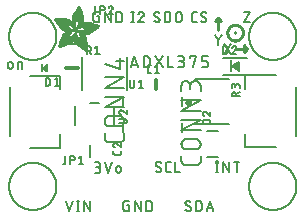
<source format=gbr>
G04 EAGLE Gerber RS-274X export*
G75*
%MOMM*%
%FSLAX34Y34*%
%LPD*%
%INSilkscreen Top*%
%IPPOS*%
%AMOC8*
5,1,8,0,0,1.08239X$1,22.5*%
G01*
%ADD10C,0.152400*%
%ADD11C,0.177800*%
%ADD12C,0.127000*%
%ADD13C,0.254000*%
%ADD14C,0.203200*%
%ADD15C,0.304800*%
%ADD16R,0.127000X0.762000*%
%ADD17R,0.200000X1.000000*%
%ADD18C,0.250000*%
%ADD19R,0.050800X0.006300*%
%ADD20R,0.082600X0.006400*%
%ADD21R,0.120600X0.006300*%
%ADD22R,0.139700X0.006400*%
%ADD23R,0.158800X0.006300*%
%ADD24R,0.177800X0.006400*%
%ADD25R,0.196800X0.006300*%
%ADD26R,0.215900X0.006400*%
%ADD27R,0.228600X0.006300*%
%ADD28R,0.241300X0.006400*%
%ADD29R,0.254000X0.006300*%
%ADD30R,0.266700X0.006400*%
%ADD31R,0.279400X0.006300*%
%ADD32R,0.285700X0.006400*%
%ADD33R,0.298400X0.006300*%
%ADD34R,0.311200X0.006400*%
%ADD35R,0.317500X0.006300*%
%ADD36R,0.330200X0.006400*%
%ADD37R,0.336600X0.006300*%
%ADD38R,0.349200X0.006400*%
%ADD39R,0.361900X0.006300*%
%ADD40R,0.368300X0.006400*%
%ADD41R,0.381000X0.006300*%
%ADD42R,0.387300X0.006400*%
%ADD43R,0.393700X0.006300*%
%ADD44R,0.406400X0.006400*%
%ADD45R,0.412700X0.006300*%
%ADD46R,0.419100X0.006400*%
%ADD47R,0.431800X0.006300*%
%ADD48R,0.438100X0.006400*%
%ADD49R,0.450800X0.006300*%
%ADD50R,0.457200X0.006400*%
%ADD51R,0.463500X0.006300*%
%ADD52R,0.476200X0.006400*%
%ADD53R,0.482600X0.006300*%
%ADD54R,0.488900X0.006400*%
%ADD55R,0.501600X0.006300*%
%ADD56R,0.508000X0.006400*%
%ADD57R,0.514300X0.006300*%
%ADD58R,0.527000X0.006400*%
%ADD59R,0.533400X0.006300*%
%ADD60R,0.546100X0.006400*%
%ADD61R,0.552400X0.006300*%
%ADD62R,0.558800X0.006400*%
%ADD63R,0.571500X0.006300*%
%ADD64R,0.577800X0.006400*%
%ADD65R,0.584200X0.006300*%
%ADD66R,0.596900X0.006400*%
%ADD67R,0.603200X0.006300*%
%ADD68R,0.609600X0.006400*%
%ADD69R,0.622300X0.006300*%
%ADD70R,0.628600X0.006400*%
%ADD71R,0.641300X0.006300*%
%ADD72R,0.647700X0.006400*%
%ADD73R,0.063500X0.006300*%
%ADD74R,0.654000X0.006300*%
%ADD75R,0.101600X0.006400*%
%ADD76R,0.666700X0.006400*%
%ADD77R,0.139700X0.006300*%
%ADD78R,0.673100X0.006300*%
%ADD79R,0.165100X0.006400*%
%ADD80R,0.679400X0.006400*%
%ADD81R,0.196900X0.006300*%
%ADD82R,0.692100X0.006300*%
%ADD83R,0.222200X0.006400*%
%ADD84R,0.698500X0.006400*%
%ADD85R,0.247700X0.006300*%
%ADD86R,0.704800X0.006300*%
%ADD87R,0.279400X0.006400*%
%ADD88R,0.717500X0.006400*%
%ADD89R,0.298500X0.006300*%
%ADD90R,0.723900X0.006300*%
%ADD91R,0.736600X0.006400*%
%ADD92R,0.342900X0.006300*%
%ADD93R,0.742900X0.006300*%
%ADD94R,0.374700X0.006400*%
%ADD95R,0.749300X0.006400*%
%ADD96R,0.762000X0.006300*%
%ADD97R,0.412700X0.006400*%
%ADD98R,0.768300X0.006400*%
%ADD99R,0.438100X0.006300*%
%ADD100R,0.774700X0.006300*%
%ADD101R,0.463600X0.006400*%
%ADD102R,0.787400X0.006400*%
%ADD103R,0.793700X0.006300*%
%ADD104R,0.495300X0.006400*%
%ADD105R,0.800100X0.006400*%
%ADD106R,0.520700X0.006300*%
%ADD107R,0.812800X0.006300*%
%ADD108R,0.533400X0.006400*%
%ADD109R,0.819100X0.006400*%
%ADD110R,0.558800X0.006300*%
%ADD111R,0.825500X0.006300*%
%ADD112R,0.577900X0.006400*%
%ADD113R,0.831800X0.006400*%
%ADD114R,0.596900X0.006300*%
%ADD115R,0.844500X0.006300*%
%ADD116R,0.616000X0.006400*%
%ADD117R,0.850900X0.006400*%
%ADD118R,0.635000X0.006300*%
%ADD119R,0.857200X0.006300*%
%ADD120R,0.654100X0.006400*%
%ADD121R,0.863600X0.006400*%
%ADD122R,0.666700X0.006300*%
%ADD123R,0.869900X0.006300*%
%ADD124R,0.685800X0.006400*%
%ADD125R,0.876300X0.006400*%
%ADD126R,0.882600X0.006300*%
%ADD127R,0.723900X0.006400*%
%ADD128R,0.889000X0.006400*%
%ADD129R,0.895300X0.006300*%
%ADD130R,0.755700X0.006400*%
%ADD131R,0.901700X0.006400*%
%ADD132R,0.908000X0.006300*%
%ADD133R,0.793800X0.006400*%
%ADD134R,0.914400X0.006400*%
%ADD135R,0.806400X0.006300*%
%ADD136R,0.920700X0.006300*%
%ADD137R,0.825500X0.006400*%
%ADD138R,0.927100X0.006400*%
%ADD139R,0.933400X0.006300*%
%ADD140R,0.857300X0.006400*%
%ADD141R,0.939800X0.006400*%
%ADD142R,0.870000X0.006300*%
%ADD143R,0.939800X0.006300*%
%ADD144R,0.946100X0.006400*%
%ADD145R,0.952500X0.006300*%
%ADD146R,0.908000X0.006400*%
%ADD147R,0.958800X0.006400*%
%ADD148R,0.965200X0.006300*%
%ADD149R,0.965200X0.006400*%
%ADD150R,0.971500X0.006300*%
%ADD151R,0.952500X0.006400*%
%ADD152R,0.977900X0.006400*%
%ADD153R,0.958800X0.006300*%
%ADD154R,0.984200X0.006300*%
%ADD155R,0.971500X0.006400*%
%ADD156R,0.984200X0.006400*%
%ADD157R,0.990600X0.006300*%
%ADD158R,0.984300X0.006400*%
%ADD159R,0.996900X0.006400*%
%ADD160R,0.997000X0.006300*%
%ADD161R,0.996900X0.006300*%
%ADD162R,1.003300X0.006400*%
%ADD163R,1.016000X0.006300*%
%ADD164R,1.009600X0.006300*%
%ADD165R,1.016000X0.006400*%
%ADD166R,1.009600X0.006400*%
%ADD167R,1.022300X0.006300*%
%ADD168R,1.028700X0.006400*%
%ADD169R,1.035100X0.006300*%
%ADD170R,1.047800X0.006400*%
%ADD171R,1.054100X0.006300*%
%ADD172R,1.028700X0.006300*%
%ADD173R,1.054100X0.006400*%
%ADD174R,1.035000X0.006400*%
%ADD175R,1.060400X0.006300*%
%ADD176R,1.035000X0.006300*%
%ADD177R,1.060500X0.006400*%
%ADD178R,1.041400X0.006400*%
%ADD179R,1.066800X0.006300*%
%ADD180R,1.041400X0.006300*%
%ADD181R,1.079500X0.006400*%
%ADD182R,1.047700X0.006400*%
%ADD183R,1.085900X0.006300*%
%ADD184R,1.047700X0.006300*%
%ADD185R,1.085800X0.006400*%
%ADD186R,1.092200X0.006300*%
%ADD187R,1.085900X0.006400*%
%ADD188R,1.098600X0.006300*%
%ADD189R,1.098600X0.006400*%
%ADD190R,1.060400X0.006400*%
%ADD191R,1.104900X0.006300*%
%ADD192R,1.104900X0.006400*%
%ADD193R,1.066800X0.006400*%
%ADD194R,1.111200X0.006300*%
%ADD195R,1.117600X0.006400*%
%ADD196R,1.117600X0.006300*%
%ADD197R,1.073100X0.006300*%
%ADD198R,1.073100X0.006400*%
%ADD199R,1.124000X0.006300*%
%ADD200R,1.079500X0.006300*%
%ADD201R,1.123900X0.006400*%
%ADD202R,1.130300X0.006300*%
%ADD203R,1.130300X0.006400*%
%ADD204R,1.136700X0.006400*%
%ADD205R,1.136700X0.006300*%
%ADD206R,1.085800X0.006300*%
%ADD207R,1.136600X0.006400*%
%ADD208R,1.136600X0.006300*%
%ADD209R,1.143000X0.006400*%
%ADD210R,1.143000X0.006300*%
%ADD211R,1.149400X0.006300*%
%ADD212R,1.149300X0.006300*%
%ADD213R,1.149300X0.006400*%
%ADD214R,1.149400X0.006400*%
%ADD215R,1.155700X0.006400*%
%ADD216R,1.155700X0.006300*%
%ADD217R,1.060500X0.006300*%
%ADD218R,2.197100X0.006400*%
%ADD219R,2.197100X0.006300*%
%ADD220R,2.184400X0.006300*%
%ADD221R,2.184400X0.006400*%
%ADD222R,2.171700X0.006400*%
%ADD223R,2.171700X0.006300*%
%ADD224R,1.530300X0.006400*%
%ADD225R,1.505000X0.006300*%
%ADD226R,1.492300X0.006400*%
%ADD227R,1.485900X0.006300*%
%ADD228R,0.565200X0.006300*%
%ADD229R,1.473200X0.006400*%
%ADD230R,0.565200X0.006400*%
%ADD231R,1.460500X0.006300*%
%ADD232R,1.454100X0.006400*%
%ADD233R,0.552400X0.006400*%
%ADD234R,1.441500X0.006300*%
%ADD235R,0.546100X0.006300*%
%ADD236R,1.435100X0.006400*%
%ADD237R,0.539800X0.006400*%
%ADD238R,1.428800X0.006300*%
%ADD239R,1.422400X0.006400*%
%ADD240R,1.409700X0.006300*%
%ADD241R,0.527100X0.006300*%
%ADD242R,1.403300X0.006400*%
%ADD243R,0.527100X0.006400*%
%ADD244R,1.390700X0.006300*%
%ADD245R,1.384300X0.006400*%
%ADD246R,0.520700X0.006400*%
%ADD247R,1.384300X0.006300*%
%ADD248R,0.514400X0.006300*%
%ADD249R,1.371600X0.006400*%
%ADD250R,1.365200X0.006300*%
%ADD251R,0.508000X0.006300*%
%ADD252R,1.352600X0.006400*%
%ADD253R,0.501700X0.006400*%
%ADD254R,0.711200X0.006300*%
%ADD255R,0.603300X0.006300*%
%ADD256R,0.501700X0.006300*%
%ADD257R,0.692100X0.006400*%
%ADD258R,0.571500X0.006400*%
%ADD259R,0.679400X0.006300*%
%ADD260R,0.495300X0.006300*%
%ADD261R,0.673100X0.006400*%
%ADD262R,0.666800X0.006300*%
%ADD263R,0.488900X0.006300*%
%ADD264R,0.660400X0.006400*%
%ADD265R,0.482600X0.006400*%
%ADD266R,0.476200X0.006300*%
%ADD267R,0.654000X0.006400*%
%ADD268R,0.469900X0.006400*%
%ADD269R,0.476300X0.006400*%
%ADD270R,0.647700X0.006300*%
%ADD271R,0.457200X0.006300*%
%ADD272R,0.469900X0.006300*%
%ADD273R,0.641300X0.006400*%
%ADD274R,0.444500X0.006400*%
%ADD275R,0.463600X0.006300*%
%ADD276R,0.635000X0.006400*%
%ADD277R,0.463500X0.006400*%
%ADD278R,0.393700X0.006400*%
%ADD279R,0.450800X0.006400*%
%ADD280R,0.628600X0.006300*%
%ADD281R,0.387400X0.006300*%
%ADD282R,0.450900X0.006300*%
%ADD283R,0.628700X0.006400*%
%ADD284R,0.374600X0.006400*%
%ADD285R,0.368300X0.006300*%
%ADD286R,0.438200X0.006300*%
%ADD287R,0.622300X0.006400*%
%ADD288R,0.355600X0.006400*%
%ADD289R,0.431800X0.006400*%
%ADD290R,0.349300X0.006300*%
%ADD291R,0.425400X0.006300*%
%ADD292R,0.615900X0.006300*%
%ADD293R,0.330200X0.006300*%
%ADD294R,0.419100X0.006300*%
%ADD295R,0.616000X0.006300*%
%ADD296R,0.311200X0.006300*%
%ADD297R,0.406400X0.006300*%
%ADD298R,0.615900X0.006400*%
%ADD299R,0.304800X0.006400*%
%ADD300R,0.158800X0.006400*%
%ADD301R,0.609600X0.006300*%
%ADD302R,0.292100X0.006300*%
%ADD303R,0.235000X0.006300*%
%ADD304R,0.387400X0.006400*%
%ADD305R,0.292100X0.006400*%
%ADD306R,0.336500X0.006300*%
%ADD307R,0.260400X0.006300*%
%ADD308R,0.603300X0.006400*%
%ADD309R,0.260400X0.006400*%
%ADD310R,0.362000X0.006400*%
%ADD311R,0.450900X0.006400*%
%ADD312R,0.355600X0.006300*%
%ADD313R,0.342900X0.006400*%
%ADD314R,0.514300X0.006400*%
%ADD315R,0.234900X0.006300*%
%ADD316R,0.539700X0.006300*%
%ADD317R,0.603200X0.006400*%
%ADD318R,0.234900X0.006400*%
%ADD319R,0.920700X0.006400*%
%ADD320R,0.958900X0.006400*%
%ADD321R,0.215900X0.006300*%
%ADD322R,0.209600X0.006400*%
%ADD323R,0.203200X0.006300*%
%ADD324R,1.003300X0.006300*%
%ADD325R,0.203200X0.006400*%
%ADD326R,0.196900X0.006400*%
%ADD327R,0.190500X0.006300*%
%ADD328R,0.190500X0.006400*%
%ADD329R,0.184200X0.006300*%
%ADD330R,0.590500X0.006400*%
%ADD331R,0.184200X0.006400*%
%ADD332R,0.590500X0.006300*%
%ADD333R,0.177800X0.006300*%
%ADD334R,0.584200X0.006400*%
%ADD335R,1.168400X0.006400*%
%ADD336R,0.171500X0.006300*%
%ADD337R,1.187500X0.006300*%
%ADD338R,1.200100X0.006400*%
%ADD339R,0.577800X0.006300*%
%ADD340R,1.212900X0.006300*%
%ADD341R,1.231900X0.006400*%
%ADD342R,1.250900X0.006300*%
%ADD343R,0.565100X0.006400*%
%ADD344R,0.184100X0.006400*%
%ADD345R,1.263700X0.006400*%
%ADD346R,0.565100X0.006300*%
%ADD347R,1.289100X0.006300*%
%ADD348R,1.314400X0.006400*%
%ADD349R,0.552500X0.006300*%
%ADD350R,1.568500X0.006300*%
%ADD351R,0.552500X0.006400*%
%ADD352R,1.581200X0.006400*%
%ADD353R,1.593800X0.006300*%
%ADD354R,1.606500X0.006400*%
%ADD355R,1.619300X0.006300*%
%ADD356R,0.514400X0.006400*%
%ADD357R,1.638300X0.006400*%
%ADD358R,1.657300X0.006300*%
%ADD359R,2.209800X0.006400*%
%ADD360R,2.425700X0.006300*%
%ADD361R,2.470100X0.006400*%
%ADD362R,2.501900X0.006300*%
%ADD363R,2.533700X0.006400*%
%ADD364R,2.559000X0.006300*%
%ADD365R,2.584500X0.006400*%
%ADD366R,2.609900X0.006300*%
%ADD367R,2.628900X0.006400*%
%ADD368R,2.660600X0.006300*%
%ADD369R,2.673400X0.006400*%
%ADD370R,1.422400X0.006300*%
%ADD371R,1.200200X0.006300*%
%ADD372R,1.365300X0.006300*%
%ADD373R,1.365300X0.006400*%
%ADD374R,1.352500X0.006300*%
%ADD375R,1.098500X0.006300*%
%ADD376R,1.358900X0.006400*%
%ADD377R,1.352600X0.006300*%
%ADD378R,1.358900X0.006300*%
%ADD379R,1.371600X0.006300*%
%ADD380R,1.377900X0.006400*%
%ADD381R,1.397000X0.006400*%
%ADD382R,1.403300X0.006300*%
%ADD383R,0.914400X0.006300*%
%ADD384R,0.876300X0.006300*%
%ADD385R,0.374600X0.006300*%
%ADD386R,1.073200X0.006400*%
%ADD387R,0.374700X0.006300*%
%ADD388R,0.844600X0.006400*%
%ADD389R,0.844600X0.006300*%
%ADD390R,0.831900X0.006400*%
%ADD391R,1.092200X0.006400*%
%ADD392R,0.400000X0.006300*%
%ADD393R,0.819200X0.006400*%
%ADD394R,1.111300X0.006400*%
%ADD395R,0.812800X0.006400*%
%ADD396R,0.800100X0.006300*%
%ADD397R,0.476300X0.006300*%
%ADD398R,1.181100X0.006300*%
%ADD399R,0.501600X0.006400*%
%ADD400R,1.193800X0.006400*%
%ADD401R,0.781000X0.006400*%
%ADD402R,1.238200X0.006400*%
%ADD403R,0.781100X0.006300*%
%ADD404R,1.257300X0.006300*%
%ADD405R,1.295400X0.006400*%
%ADD406R,1.333500X0.006300*%
%ADD407R,0.774700X0.006400*%
%ADD408R,1.866900X0.006400*%
%ADD409R,0.209600X0.006300*%
%ADD410R,1.866900X0.006300*%
%ADD411R,0.768400X0.006400*%
%ADD412R,0.209500X0.006400*%
%ADD413R,1.860600X0.006400*%
%ADD414R,0.762000X0.006400*%
%ADD415R,0.768400X0.006300*%
%ADD416R,1.860600X0.006300*%
%ADD417R,1.860500X0.006400*%
%ADD418R,0.222300X0.006300*%
%ADD419R,1.854200X0.006300*%
%ADD420R,0.235000X0.006400*%
%ADD421R,1.854200X0.006400*%
%ADD422R,0.768300X0.006300*%
%ADD423R,0.260300X0.006400*%
%ADD424R,1.847800X0.006400*%
%ADD425R,0.266700X0.006300*%
%ADD426R,1.847800X0.006300*%
%ADD427R,0.273100X0.006400*%
%ADD428R,1.841500X0.006400*%
%ADD429R,0.285800X0.006300*%
%ADD430R,1.841500X0.006300*%
%ADD431R,0.298500X0.006400*%
%ADD432R,1.835100X0.006400*%
%ADD433R,0.781000X0.006300*%
%ADD434R,0.304800X0.006300*%
%ADD435R,1.835100X0.006300*%
%ADD436R,0.317500X0.006400*%
%ADD437R,1.828800X0.006400*%
%ADD438R,0.787400X0.006300*%
%ADD439R,0.323800X0.006300*%
%ADD440R,1.828800X0.006300*%
%ADD441R,0.793700X0.006400*%
%ADD442R,1.822400X0.006400*%
%ADD443R,0.806500X0.006300*%
%ADD444R,1.822400X0.006300*%
%ADD445R,1.816100X0.006400*%
%ADD446R,0.819100X0.006300*%
%ADD447R,0.387300X0.006300*%
%ADD448R,1.816100X0.006300*%
%ADD449R,1.809800X0.006400*%
%ADD450R,1.803400X0.006300*%
%ADD451R,1.797000X0.006400*%
%ADD452R,0.901700X0.006300*%
%ADD453R,1.797000X0.006300*%
%ADD454R,1.441400X0.006400*%
%ADD455R,1.790700X0.006400*%
%ADD456R,1.447800X0.006300*%
%ADD457R,1.784300X0.006300*%
%ADD458R,1.447800X0.006400*%
%ADD459R,1.784300X0.006400*%
%ADD460R,1.454100X0.006300*%
%ADD461R,1.771700X0.006300*%
%ADD462R,1.460500X0.006400*%
%ADD463R,1.759000X0.006400*%
%ADD464R,1.466800X0.006300*%
%ADD465R,1.752600X0.006300*%
%ADD466R,1.466800X0.006400*%
%ADD467R,1.739900X0.006400*%
%ADD468R,1.473200X0.006300*%
%ADD469R,1.727200X0.006300*%
%ADD470R,1.479500X0.006400*%
%ADD471R,1.714500X0.006400*%
%ADD472R,1.695400X0.006300*%
%ADD473R,1.485900X0.006400*%
%ADD474R,1.682700X0.006400*%
%ADD475R,1.492200X0.006300*%
%ADD476R,1.663700X0.006300*%
%ADD477R,1.498600X0.006400*%
%ADD478R,1.644600X0.006400*%
%ADD479R,1.498600X0.006300*%
%ADD480R,1.619200X0.006300*%
%ADD481R,1.511300X0.006400*%
%ADD482R,1.600200X0.006400*%
%ADD483R,1.517700X0.006300*%
%ADD484R,1.574800X0.006300*%
%ADD485R,1.524000X0.006400*%
%ADD486R,1.555800X0.006400*%
%ADD487R,1.524000X0.006300*%
%ADD488R,1.536700X0.006300*%
%ADD489R,1.530400X0.006400*%
%ADD490R,1.517700X0.006400*%
%ADD491R,1.492300X0.006300*%
%ADD492R,1.549400X0.006400*%
%ADD493R,1.479600X0.006400*%
%ADD494R,1.549400X0.006300*%
%ADD495R,1.555700X0.006400*%
%ADD496R,1.562100X0.006300*%
%ADD497R,0.323900X0.006300*%
%ADD498R,1.568400X0.006400*%
%ADD499R,0.336600X0.006400*%
%ADD500R,1.587500X0.006300*%
%ADD501R,0.971600X0.006300*%
%ADD502R,0.349300X0.006400*%
%ADD503R,1.600200X0.006300*%
%ADD504R,0.920800X0.006300*%
%ADD505R,0.882700X0.006400*%
%ADD506R,1.612900X0.006300*%
%ADD507R,0.362000X0.006300*%
%ADD508R,1.625600X0.006400*%
%ADD509R,1.625600X0.006300*%
%ADD510R,1.644600X0.006300*%
%ADD511R,0.736600X0.006300*%
%ADD512R,0.717600X0.006400*%
%ADD513R,1.657400X0.006300*%
%ADD514R,0.679500X0.006300*%
%ADD515R,1.663700X0.006400*%
%ADD516R,0.400000X0.006400*%
%ADD517R,1.676400X0.006300*%
%ADD518R,1.676400X0.006400*%
%ADD519R,0.425500X0.006400*%
%ADD520R,1.352500X0.006400*%
%ADD521R,0.444500X0.006300*%
%ADD522R,0.361900X0.006400*%
%ADD523R,0.088900X0.006300*%
%ADD524R,1.009700X0.006300*%
%ADD525R,1.009700X0.006400*%
%ADD526R,1.022300X0.006400*%
%ADD527R,1.346200X0.006400*%
%ADD528R,1.346200X0.006300*%
%ADD529R,1.339900X0.006400*%
%ADD530R,1.035100X0.006400*%
%ADD531R,1.339800X0.006300*%
%ADD532R,1.333500X0.006400*%
%ADD533R,1.327200X0.006400*%
%ADD534R,1.320800X0.006300*%
%ADD535R,1.314500X0.006400*%
%ADD536R,1.314400X0.006300*%
%ADD537R,1.301700X0.006400*%
%ADD538R,1.295400X0.006300*%
%ADD539R,1.289000X0.006400*%
%ADD540R,1.276300X0.006300*%
%ADD541R,1.251000X0.006300*%
%ADD542R,1.244600X0.006400*%
%ADD543R,1.231900X0.006300*%
%ADD544R,1.212800X0.006400*%
%ADD545R,1.200100X0.006300*%
%ADD546R,1.187400X0.006400*%
%ADD547R,1.168400X0.006300*%
%ADD548R,1.047800X0.006300*%
%ADD549R,0.977900X0.006300*%
%ADD550R,0.946200X0.006400*%
%ADD551R,0.933400X0.006400*%
%ADD552R,0.895300X0.006400*%
%ADD553R,0.882700X0.006300*%
%ADD554R,0.863600X0.006300*%
%ADD555R,0.857200X0.006400*%
%ADD556R,0.850900X0.006300*%
%ADD557R,0.838200X0.006300*%
%ADD558R,0.806500X0.006400*%
%ADD559R,0.717600X0.006300*%
%ADD560R,0.711200X0.006400*%
%ADD561R,0.641400X0.006400*%
%ADD562R,0.641400X0.006300*%
%ADD563R,0.628700X0.006300*%
%ADD564R,0.590600X0.006300*%
%ADD565R,0.539700X0.006400*%
%ADD566R,0.285700X0.006300*%
%ADD567R,0.222200X0.006300*%
%ADD568R,0.171400X0.006300*%
%ADD569R,0.152400X0.006400*%
%ADD570R,0.133400X0.006300*%

G36*
X198895Y123993D02*
X198895Y123993D01*
X198966Y123991D01*
X199035Y124009D01*
X199106Y124018D01*
X199172Y124045D01*
X199241Y124063D01*
X199302Y124100D01*
X199368Y124127D01*
X199424Y124172D01*
X199486Y124209D01*
X199535Y124260D01*
X199590Y124305D01*
X199631Y124364D01*
X199680Y124416D01*
X199713Y124479D01*
X199754Y124537D01*
X199777Y124605D01*
X199810Y124669D01*
X199820Y124728D01*
X199847Y124806D01*
X199853Y124925D01*
X199865Y125000D01*
X199865Y129000D01*
X199855Y129071D01*
X199855Y129143D01*
X199835Y129211D01*
X199825Y129282D01*
X199796Y129347D01*
X199776Y129416D01*
X199738Y129476D01*
X199709Y129541D01*
X199663Y129596D01*
X199625Y129656D01*
X199572Y129704D01*
X199526Y129758D01*
X199466Y129798D01*
X199412Y129845D01*
X199348Y129876D01*
X199289Y129916D01*
X199221Y129937D01*
X199156Y129968D01*
X199086Y129980D01*
X199018Y130001D01*
X198946Y130003D01*
X198876Y130015D01*
X198805Y130007D01*
X198734Y130009D01*
X198664Y129990D01*
X198593Y129982D01*
X198538Y129957D01*
X198459Y129937D01*
X198356Y129876D01*
X198287Y129845D01*
X195287Y127845D01*
X195200Y127768D01*
X195110Y127695D01*
X195095Y127673D01*
X195075Y127655D01*
X195013Y127558D01*
X194946Y127463D01*
X194938Y127437D01*
X194923Y127415D01*
X194891Y127304D01*
X194853Y127194D01*
X194852Y127167D01*
X194845Y127142D01*
X194845Y127026D01*
X194839Y126910D01*
X194845Y126884D01*
X194845Y126857D01*
X194877Y126746D01*
X194903Y126633D01*
X194916Y126610D01*
X194924Y126584D01*
X194986Y126486D01*
X195042Y126385D01*
X195060Y126369D01*
X195075Y126344D01*
X195283Y126159D01*
X195287Y126155D01*
X198287Y124155D01*
X198351Y124124D01*
X198411Y124085D01*
X198479Y124063D01*
X198543Y124032D01*
X198614Y124020D01*
X198682Y123999D01*
X198753Y123997D01*
X198824Y123985D01*
X198895Y123993D01*
G37*
G36*
X37348Y122433D02*
X37348Y122433D01*
X37377Y122430D01*
X37469Y122450D01*
X37562Y122463D01*
X37589Y122476D01*
X37618Y122482D01*
X37698Y122530D01*
X37782Y122572D01*
X37803Y122593D01*
X37829Y122608D01*
X37890Y122680D01*
X37956Y122746D01*
X37969Y122772D01*
X37989Y122795D01*
X38024Y122882D01*
X38066Y122966D01*
X38070Y122996D01*
X38081Y123023D01*
X38099Y123190D01*
X38099Y128270D01*
X38094Y128299D01*
X38097Y128329D01*
X38075Y128420D01*
X38060Y128513D01*
X38046Y128539D01*
X38039Y128568D01*
X37988Y128647D01*
X37944Y128730D01*
X37923Y128751D01*
X37907Y128776D01*
X37834Y128835D01*
X37766Y128900D01*
X37739Y128912D01*
X37716Y128931D01*
X37628Y128964D01*
X37543Y129003D01*
X37513Y129006D01*
X37486Y129017D01*
X37392Y129020D01*
X37299Y129030D01*
X37269Y129024D01*
X37240Y129025D01*
X37150Y128998D01*
X37058Y128978D01*
X37033Y128963D01*
X37004Y128954D01*
X36862Y128864D01*
X33687Y126324D01*
X33618Y126247D01*
X33545Y126174D01*
X33536Y126157D01*
X33523Y126142D01*
X33481Y126046D01*
X33435Y125954D01*
X33433Y125934D01*
X33425Y125916D01*
X33416Y125813D01*
X33402Y125710D01*
X33406Y125691D01*
X33404Y125671D01*
X33429Y125570D01*
X33448Y125468D01*
X33458Y125451D01*
X33462Y125432D01*
X33518Y125345D01*
X33569Y125254D01*
X33586Y125237D01*
X33594Y125224D01*
X33619Y125204D01*
X33687Y125136D01*
X36862Y122596D01*
X36888Y122581D01*
X36910Y122561D01*
X36995Y122521D01*
X37077Y122475D01*
X37106Y122469D01*
X37133Y122457D01*
X37226Y122447D01*
X37318Y122429D01*
X37348Y122433D01*
G37*
D10*
X53394Y13208D02*
X56272Y4572D01*
X59151Y13208D01*
X63587Y13208D02*
X63587Y4572D01*
X62628Y4572D02*
X64547Y4572D01*
X64547Y13208D02*
X62628Y13208D01*
X68809Y13208D02*
X68809Y4572D01*
X73606Y4572D02*
X68809Y13208D01*
X73606Y13208D02*
X73606Y4572D01*
X77902Y36957D02*
X80301Y36957D01*
X80398Y36959D01*
X80494Y36965D01*
X80590Y36974D01*
X80686Y36988D01*
X80781Y37005D01*
X80875Y37027D01*
X80968Y37052D01*
X81061Y37080D01*
X81152Y37113D01*
X81241Y37149D01*
X81329Y37189D01*
X81416Y37232D01*
X81501Y37278D01*
X81583Y37328D01*
X81664Y37382D01*
X81742Y37438D01*
X81818Y37498D01*
X81892Y37560D01*
X81963Y37626D01*
X82031Y37694D01*
X82097Y37765D01*
X82159Y37839D01*
X82219Y37915D01*
X82275Y37993D01*
X82329Y38074D01*
X82379Y38156D01*
X82425Y38241D01*
X82468Y38328D01*
X82508Y38416D01*
X82544Y38505D01*
X82577Y38596D01*
X82605Y38689D01*
X82630Y38782D01*
X82652Y38876D01*
X82669Y38971D01*
X82683Y39067D01*
X82692Y39163D01*
X82698Y39259D01*
X82700Y39356D01*
X82698Y39453D01*
X82692Y39549D01*
X82683Y39645D01*
X82669Y39741D01*
X82652Y39836D01*
X82630Y39930D01*
X82605Y40023D01*
X82577Y40116D01*
X82544Y40207D01*
X82508Y40296D01*
X82468Y40384D01*
X82425Y40471D01*
X82379Y40555D01*
X82329Y40638D01*
X82275Y40719D01*
X82219Y40797D01*
X82159Y40873D01*
X82097Y40947D01*
X82031Y41018D01*
X81963Y41086D01*
X81892Y41152D01*
X81818Y41214D01*
X81742Y41274D01*
X81664Y41330D01*
X81583Y41384D01*
X81501Y41434D01*
X81416Y41480D01*
X81329Y41523D01*
X81241Y41563D01*
X81152Y41599D01*
X81061Y41632D01*
X80968Y41660D01*
X80875Y41685D01*
X80781Y41707D01*
X80686Y41724D01*
X80590Y41738D01*
X80494Y41747D01*
X80398Y41753D01*
X80301Y41755D01*
X80781Y45593D02*
X77902Y45593D01*
X80781Y45593D02*
X80867Y45591D01*
X80953Y45585D01*
X81039Y45576D01*
X81124Y45562D01*
X81208Y45545D01*
X81292Y45524D01*
X81374Y45499D01*
X81455Y45471D01*
X81535Y45439D01*
X81614Y45403D01*
X81690Y45364D01*
X81765Y45321D01*
X81838Y45276D01*
X81909Y45227D01*
X81977Y45174D01*
X82044Y45119D01*
X82107Y45061D01*
X82168Y45000D01*
X82226Y44937D01*
X82281Y44870D01*
X82334Y44802D01*
X82383Y44731D01*
X82428Y44658D01*
X82471Y44583D01*
X82510Y44507D01*
X82546Y44428D01*
X82578Y44348D01*
X82606Y44267D01*
X82631Y44185D01*
X82652Y44101D01*
X82669Y44017D01*
X82683Y43932D01*
X82692Y43846D01*
X82698Y43760D01*
X82700Y43674D01*
X82698Y43588D01*
X82692Y43502D01*
X82683Y43416D01*
X82669Y43331D01*
X82652Y43247D01*
X82631Y43163D01*
X82606Y43081D01*
X82578Y43000D01*
X82546Y42920D01*
X82510Y42841D01*
X82471Y42765D01*
X82428Y42690D01*
X82383Y42617D01*
X82334Y42546D01*
X82281Y42478D01*
X82226Y42411D01*
X82168Y42348D01*
X82107Y42287D01*
X82044Y42229D01*
X81977Y42174D01*
X81909Y42121D01*
X81838Y42072D01*
X81765Y42027D01*
X81690Y41984D01*
X81614Y41945D01*
X81535Y41909D01*
X81455Y41877D01*
X81374Y41849D01*
X81292Y41824D01*
X81208Y41803D01*
X81124Y41786D01*
X81039Y41772D01*
X80953Y41763D01*
X80867Y41757D01*
X80781Y41755D01*
X78861Y41755D01*
X86566Y45593D02*
X89445Y36957D01*
X92323Y45593D01*
X96060Y40795D02*
X96060Y38876D01*
X96060Y40795D02*
X96062Y40881D01*
X96068Y40967D01*
X96077Y41053D01*
X96091Y41138D01*
X96108Y41222D01*
X96129Y41306D01*
X96154Y41388D01*
X96182Y41469D01*
X96214Y41549D01*
X96250Y41628D01*
X96289Y41704D01*
X96332Y41779D01*
X96377Y41852D01*
X96426Y41923D01*
X96479Y41991D01*
X96534Y42058D01*
X96592Y42121D01*
X96653Y42182D01*
X96716Y42240D01*
X96783Y42295D01*
X96851Y42348D01*
X96922Y42397D01*
X96995Y42442D01*
X97070Y42485D01*
X97146Y42524D01*
X97225Y42560D01*
X97305Y42592D01*
X97386Y42620D01*
X97468Y42645D01*
X97552Y42666D01*
X97636Y42683D01*
X97721Y42697D01*
X97807Y42706D01*
X97893Y42712D01*
X97979Y42714D01*
X98065Y42712D01*
X98151Y42706D01*
X98237Y42697D01*
X98322Y42683D01*
X98406Y42666D01*
X98490Y42645D01*
X98572Y42620D01*
X98653Y42592D01*
X98733Y42560D01*
X98812Y42524D01*
X98888Y42485D01*
X98963Y42442D01*
X99036Y42397D01*
X99107Y42348D01*
X99175Y42295D01*
X99242Y42240D01*
X99305Y42182D01*
X99366Y42121D01*
X99424Y42058D01*
X99479Y41991D01*
X99532Y41923D01*
X99581Y41852D01*
X99626Y41779D01*
X99669Y41704D01*
X99708Y41628D01*
X99744Y41549D01*
X99776Y41469D01*
X99804Y41388D01*
X99829Y41306D01*
X99850Y41222D01*
X99867Y41138D01*
X99881Y41053D01*
X99890Y40967D01*
X99896Y40881D01*
X99898Y40795D01*
X99898Y38876D01*
X99896Y38790D01*
X99890Y38704D01*
X99881Y38618D01*
X99867Y38533D01*
X99850Y38449D01*
X99829Y38365D01*
X99804Y38283D01*
X99776Y38202D01*
X99744Y38122D01*
X99708Y38043D01*
X99669Y37967D01*
X99626Y37892D01*
X99581Y37819D01*
X99532Y37748D01*
X99479Y37680D01*
X99424Y37613D01*
X99366Y37550D01*
X99305Y37489D01*
X99242Y37431D01*
X99175Y37376D01*
X99107Y37323D01*
X99036Y37274D01*
X98963Y37229D01*
X98888Y37186D01*
X98812Y37147D01*
X98733Y37111D01*
X98653Y37079D01*
X98572Y37051D01*
X98490Y37026D01*
X98406Y37005D01*
X98322Y36988D01*
X98237Y36974D01*
X98151Y36965D01*
X98065Y36959D01*
X97979Y36957D01*
X97893Y36959D01*
X97807Y36965D01*
X97721Y36974D01*
X97636Y36988D01*
X97552Y37005D01*
X97468Y37026D01*
X97386Y37051D01*
X97305Y37079D01*
X97225Y37111D01*
X97146Y37147D01*
X97070Y37186D01*
X96995Y37229D01*
X96922Y37274D01*
X96851Y37323D01*
X96783Y37376D01*
X96716Y37431D01*
X96653Y37489D01*
X96592Y37550D01*
X96534Y37613D01*
X96479Y37680D01*
X96426Y37748D01*
X96377Y37819D01*
X96332Y37892D01*
X96289Y37967D01*
X96250Y38043D01*
X96214Y38122D01*
X96182Y38202D01*
X96154Y38283D01*
X96129Y38365D01*
X96108Y38449D01*
X96091Y38533D01*
X96077Y38618D01*
X96068Y38704D01*
X96062Y38790D01*
X96060Y38876D01*
X105506Y9370D02*
X106945Y9370D01*
X106945Y4572D01*
X104067Y4572D01*
X103981Y4574D01*
X103895Y4580D01*
X103809Y4589D01*
X103724Y4603D01*
X103640Y4620D01*
X103556Y4641D01*
X103474Y4666D01*
X103393Y4694D01*
X103313Y4726D01*
X103234Y4762D01*
X103158Y4801D01*
X103083Y4844D01*
X103010Y4889D01*
X102939Y4938D01*
X102871Y4991D01*
X102804Y5046D01*
X102741Y5104D01*
X102680Y5165D01*
X102622Y5228D01*
X102567Y5295D01*
X102514Y5363D01*
X102465Y5434D01*
X102420Y5507D01*
X102377Y5582D01*
X102338Y5658D01*
X102302Y5737D01*
X102270Y5817D01*
X102242Y5898D01*
X102217Y5980D01*
X102196Y6064D01*
X102179Y6148D01*
X102165Y6233D01*
X102156Y6319D01*
X102150Y6405D01*
X102148Y6491D01*
X102148Y11289D01*
X102150Y11375D01*
X102156Y11461D01*
X102165Y11547D01*
X102179Y11632D01*
X102196Y11716D01*
X102217Y11800D01*
X102242Y11882D01*
X102270Y11963D01*
X102302Y12043D01*
X102338Y12122D01*
X102377Y12198D01*
X102420Y12273D01*
X102465Y12346D01*
X102514Y12417D01*
X102567Y12485D01*
X102622Y12552D01*
X102680Y12615D01*
X102741Y12676D01*
X102804Y12734D01*
X102871Y12789D01*
X102939Y12841D01*
X103010Y12891D01*
X103083Y12936D01*
X103158Y12979D01*
X103234Y13018D01*
X103313Y13054D01*
X103393Y13086D01*
X103474Y13114D01*
X103556Y13139D01*
X103640Y13160D01*
X103724Y13177D01*
X103809Y13191D01*
X103895Y13200D01*
X103981Y13206D01*
X104067Y13208D01*
X106945Y13208D01*
X111901Y13208D02*
X111901Y4572D01*
X116699Y4572D02*
X111901Y13208D01*
X116699Y13208D02*
X116699Y4572D01*
X121655Y4572D02*
X121655Y13208D01*
X124054Y13208D01*
X124151Y13206D01*
X124247Y13200D01*
X124343Y13191D01*
X124439Y13177D01*
X124534Y13160D01*
X124628Y13138D01*
X124721Y13113D01*
X124814Y13085D01*
X124905Y13052D01*
X124994Y13016D01*
X125082Y12976D01*
X125169Y12933D01*
X125254Y12887D01*
X125336Y12837D01*
X125417Y12783D01*
X125495Y12727D01*
X125571Y12667D01*
X125645Y12605D01*
X125716Y12539D01*
X125784Y12471D01*
X125850Y12400D01*
X125912Y12326D01*
X125972Y12250D01*
X126028Y12172D01*
X126082Y12091D01*
X126132Y12009D01*
X126178Y11924D01*
X126221Y11837D01*
X126261Y11749D01*
X126297Y11660D01*
X126330Y11569D01*
X126358Y11476D01*
X126383Y11383D01*
X126405Y11289D01*
X126422Y11194D01*
X126436Y11098D01*
X126445Y11002D01*
X126451Y10906D01*
X126453Y10809D01*
X126452Y10809D02*
X126452Y6971D01*
X126453Y6971D02*
X126451Y6874D01*
X126445Y6778D01*
X126436Y6682D01*
X126422Y6586D01*
X126405Y6491D01*
X126383Y6397D01*
X126358Y6304D01*
X126330Y6211D01*
X126297Y6120D01*
X126261Y6031D01*
X126221Y5943D01*
X126178Y5856D01*
X126132Y5771D01*
X126082Y5689D01*
X126028Y5608D01*
X125972Y5530D01*
X125912Y5454D01*
X125850Y5380D01*
X125784Y5309D01*
X125716Y5241D01*
X125645Y5175D01*
X125571Y5113D01*
X125495Y5053D01*
X125417Y4997D01*
X125336Y4943D01*
X125254Y4893D01*
X125169Y4847D01*
X125082Y4804D01*
X124994Y4764D01*
X124905Y4728D01*
X124814Y4695D01*
X124721Y4667D01*
X124628Y4642D01*
X124534Y4620D01*
X124439Y4603D01*
X124343Y4589D01*
X124247Y4580D01*
X124151Y4574D01*
X124054Y4572D01*
X121655Y4572D01*
X132265Y37592D02*
X132351Y37594D01*
X132437Y37600D01*
X132523Y37609D01*
X132608Y37623D01*
X132692Y37640D01*
X132776Y37661D01*
X132858Y37686D01*
X132939Y37714D01*
X133019Y37746D01*
X133098Y37782D01*
X133174Y37821D01*
X133249Y37864D01*
X133322Y37909D01*
X133393Y37959D01*
X133461Y38011D01*
X133528Y38066D01*
X133591Y38124D01*
X133652Y38185D01*
X133710Y38248D01*
X133765Y38315D01*
X133818Y38383D01*
X133867Y38454D01*
X133912Y38527D01*
X133955Y38602D01*
X133994Y38678D01*
X134030Y38757D01*
X134062Y38837D01*
X134090Y38918D01*
X134115Y39000D01*
X134136Y39084D01*
X134153Y39168D01*
X134167Y39253D01*
X134176Y39339D01*
X134182Y39425D01*
X134184Y39511D01*
X132265Y37592D02*
X132142Y37594D01*
X132019Y37599D01*
X131896Y37609D01*
X131774Y37622D01*
X131652Y37639D01*
X131530Y37659D01*
X131410Y37683D01*
X131290Y37711D01*
X131171Y37742D01*
X131053Y37777D01*
X130936Y37816D01*
X130820Y37858D01*
X130706Y37904D01*
X130593Y37953D01*
X130482Y38005D01*
X130372Y38061D01*
X130264Y38120D01*
X130158Y38183D01*
X130053Y38248D01*
X129951Y38317D01*
X129851Y38389D01*
X129754Y38464D01*
X129658Y38541D01*
X129565Y38622D01*
X129474Y38705D01*
X129386Y38791D01*
X129626Y44309D02*
X129628Y44395D01*
X129634Y44481D01*
X129643Y44567D01*
X129657Y44652D01*
X129674Y44736D01*
X129695Y44820D01*
X129720Y44902D01*
X129748Y44983D01*
X129780Y45063D01*
X129816Y45142D01*
X129855Y45218D01*
X129898Y45293D01*
X129943Y45366D01*
X129992Y45437D01*
X130045Y45505D01*
X130100Y45572D01*
X130158Y45635D01*
X130219Y45696D01*
X130282Y45754D01*
X130349Y45809D01*
X130417Y45862D01*
X130488Y45911D01*
X130561Y45956D01*
X130636Y45999D01*
X130712Y46038D01*
X130791Y46074D01*
X130871Y46106D01*
X130952Y46134D01*
X131034Y46159D01*
X131118Y46180D01*
X131202Y46197D01*
X131287Y46211D01*
X131373Y46220D01*
X131459Y46226D01*
X131545Y46228D01*
X131661Y46226D01*
X131776Y46221D01*
X131892Y46211D01*
X132007Y46198D01*
X132121Y46182D01*
X132235Y46161D01*
X132349Y46137D01*
X132461Y46109D01*
X132572Y46078D01*
X132683Y46043D01*
X132792Y46005D01*
X132900Y45963D01*
X133006Y45918D01*
X133112Y45869D01*
X133215Y45817D01*
X133317Y45762D01*
X133416Y45703D01*
X133514Y45641D01*
X133610Y45576D01*
X133704Y45508D01*
X130585Y42630D02*
X130511Y42676D01*
X130438Y42726D01*
X130368Y42779D01*
X130300Y42835D01*
X130235Y42894D01*
X130172Y42956D01*
X130113Y43021D01*
X130056Y43088D01*
X130002Y43158D01*
X129952Y43230D01*
X129905Y43304D01*
X129861Y43380D01*
X129821Y43459D01*
X129785Y43539D01*
X129752Y43620D01*
X129723Y43703D01*
X129697Y43788D01*
X129675Y43873D01*
X129658Y43959D01*
X129644Y44046D01*
X129634Y44133D01*
X129628Y44221D01*
X129626Y44309D01*
X133225Y41190D02*
X133299Y41144D01*
X133372Y41094D01*
X133442Y41041D01*
X133510Y40985D01*
X133575Y40926D01*
X133638Y40864D01*
X133697Y40799D01*
X133754Y40732D01*
X133808Y40662D01*
X133858Y40590D01*
X133905Y40516D01*
X133949Y40440D01*
X133989Y40361D01*
X134025Y40281D01*
X134058Y40200D01*
X134087Y40117D01*
X134113Y40032D01*
X134135Y39947D01*
X134152Y39861D01*
X134166Y39774D01*
X134176Y39687D01*
X134182Y39599D01*
X134184Y39511D01*
X133224Y41190D02*
X130585Y42630D01*
X140106Y37592D02*
X142025Y37592D01*
X140106Y37592D02*
X140020Y37594D01*
X139934Y37600D01*
X139848Y37609D01*
X139763Y37623D01*
X139679Y37640D01*
X139595Y37661D01*
X139513Y37686D01*
X139432Y37714D01*
X139352Y37746D01*
X139273Y37782D01*
X139197Y37821D01*
X139122Y37864D01*
X139049Y37909D01*
X138978Y37958D01*
X138910Y38011D01*
X138843Y38066D01*
X138780Y38124D01*
X138719Y38185D01*
X138661Y38248D01*
X138606Y38315D01*
X138553Y38383D01*
X138504Y38454D01*
X138459Y38527D01*
X138416Y38602D01*
X138377Y38678D01*
X138341Y38757D01*
X138309Y38837D01*
X138281Y38918D01*
X138256Y39000D01*
X138235Y39084D01*
X138218Y39168D01*
X138204Y39253D01*
X138195Y39339D01*
X138189Y39425D01*
X138187Y39511D01*
X138187Y44309D01*
X138189Y44395D01*
X138195Y44481D01*
X138204Y44567D01*
X138218Y44652D01*
X138235Y44736D01*
X138256Y44820D01*
X138281Y44902D01*
X138309Y44983D01*
X138341Y45063D01*
X138377Y45142D01*
X138416Y45218D01*
X138459Y45293D01*
X138504Y45366D01*
X138553Y45437D01*
X138606Y45505D01*
X138661Y45572D01*
X138719Y45635D01*
X138780Y45696D01*
X138843Y45754D01*
X138910Y45809D01*
X138978Y45861D01*
X139049Y45911D01*
X139122Y45956D01*
X139197Y45999D01*
X139273Y46038D01*
X139352Y46074D01*
X139432Y46106D01*
X139513Y46134D01*
X139595Y46159D01*
X139679Y46180D01*
X139763Y46197D01*
X139848Y46211D01*
X139934Y46220D01*
X140020Y46226D01*
X140106Y46228D01*
X142025Y46228D01*
X146176Y46228D02*
X146176Y37592D01*
X150014Y37592D01*
X159233Y6491D02*
X159231Y6405D01*
X159225Y6319D01*
X159216Y6233D01*
X159202Y6148D01*
X159185Y6064D01*
X159164Y5980D01*
X159139Y5898D01*
X159111Y5817D01*
X159079Y5737D01*
X159043Y5658D01*
X159004Y5582D01*
X158961Y5507D01*
X158916Y5434D01*
X158867Y5363D01*
X158814Y5295D01*
X158759Y5228D01*
X158701Y5165D01*
X158640Y5104D01*
X158577Y5046D01*
X158510Y4991D01*
X158442Y4939D01*
X158371Y4889D01*
X158298Y4844D01*
X158223Y4801D01*
X158147Y4762D01*
X158068Y4726D01*
X157988Y4694D01*
X157907Y4666D01*
X157825Y4641D01*
X157741Y4620D01*
X157657Y4603D01*
X157572Y4589D01*
X157486Y4580D01*
X157400Y4574D01*
X157314Y4572D01*
X157313Y4572D02*
X157190Y4574D01*
X157067Y4579D01*
X156944Y4589D01*
X156822Y4602D01*
X156700Y4619D01*
X156578Y4639D01*
X156458Y4663D01*
X156338Y4691D01*
X156219Y4722D01*
X156101Y4757D01*
X155984Y4796D01*
X155868Y4838D01*
X155754Y4884D01*
X155641Y4933D01*
X155530Y4985D01*
X155420Y5041D01*
X155312Y5100D01*
X155206Y5163D01*
X155101Y5228D01*
X154999Y5297D01*
X154899Y5369D01*
X154802Y5444D01*
X154706Y5521D01*
X154613Y5602D01*
X154522Y5685D01*
X154434Y5771D01*
X154675Y11289D02*
X154677Y11375D01*
X154683Y11461D01*
X154692Y11547D01*
X154706Y11632D01*
X154723Y11716D01*
X154744Y11800D01*
X154769Y11882D01*
X154797Y11963D01*
X154829Y12043D01*
X154865Y12122D01*
X154904Y12198D01*
X154947Y12273D01*
X154992Y12346D01*
X155041Y12417D01*
X155094Y12485D01*
X155149Y12552D01*
X155207Y12615D01*
X155268Y12676D01*
X155331Y12734D01*
X155398Y12789D01*
X155466Y12842D01*
X155537Y12891D01*
X155610Y12936D01*
X155685Y12979D01*
X155761Y13018D01*
X155840Y13054D01*
X155920Y13086D01*
X156001Y13114D01*
X156083Y13139D01*
X156167Y13160D01*
X156251Y13177D01*
X156336Y13191D01*
X156422Y13200D01*
X156508Y13206D01*
X156594Y13208D01*
X156710Y13206D01*
X156825Y13201D01*
X156941Y13191D01*
X157056Y13178D01*
X157170Y13162D01*
X157284Y13141D01*
X157398Y13117D01*
X157510Y13089D01*
X157621Y13058D01*
X157732Y13023D01*
X157841Y12985D01*
X157949Y12943D01*
X158055Y12898D01*
X158161Y12849D01*
X158264Y12797D01*
X158366Y12742D01*
X158465Y12683D01*
X158563Y12621D01*
X158659Y12556D01*
X158753Y12488D01*
X155634Y9610D02*
X155560Y9656D01*
X155487Y9706D01*
X155417Y9759D01*
X155349Y9815D01*
X155284Y9874D01*
X155221Y9936D01*
X155162Y10001D01*
X155105Y10068D01*
X155051Y10138D01*
X155001Y10210D01*
X154954Y10284D01*
X154910Y10360D01*
X154870Y10439D01*
X154834Y10519D01*
X154801Y10600D01*
X154772Y10683D01*
X154746Y10768D01*
X154724Y10853D01*
X154707Y10939D01*
X154693Y11026D01*
X154683Y11113D01*
X154677Y11201D01*
X154675Y11289D01*
X158274Y8170D02*
X158348Y8124D01*
X158421Y8074D01*
X158491Y8021D01*
X158559Y7965D01*
X158624Y7906D01*
X158687Y7844D01*
X158746Y7779D01*
X158803Y7712D01*
X158857Y7642D01*
X158907Y7570D01*
X158954Y7496D01*
X158998Y7420D01*
X159038Y7341D01*
X159074Y7261D01*
X159107Y7180D01*
X159136Y7097D01*
X159162Y7012D01*
X159184Y6927D01*
X159201Y6841D01*
X159215Y6754D01*
X159225Y6667D01*
X159231Y6579D01*
X159233Y6491D01*
X158273Y8170D02*
X155634Y9610D01*
X163579Y13208D02*
X163579Y4572D01*
X163579Y13208D02*
X165978Y13208D01*
X166075Y13206D01*
X166171Y13200D01*
X166267Y13191D01*
X166363Y13177D01*
X166458Y13160D01*
X166552Y13138D01*
X166645Y13113D01*
X166738Y13085D01*
X166829Y13052D01*
X166918Y13016D01*
X167006Y12976D01*
X167093Y12933D01*
X167178Y12887D01*
X167260Y12837D01*
X167341Y12783D01*
X167419Y12727D01*
X167495Y12667D01*
X167569Y12605D01*
X167640Y12539D01*
X167708Y12471D01*
X167774Y12400D01*
X167836Y12326D01*
X167896Y12250D01*
X167952Y12172D01*
X168006Y12091D01*
X168056Y12009D01*
X168102Y11924D01*
X168145Y11837D01*
X168185Y11749D01*
X168221Y11660D01*
X168254Y11569D01*
X168282Y11476D01*
X168307Y11383D01*
X168329Y11289D01*
X168346Y11194D01*
X168360Y11098D01*
X168369Y11002D01*
X168375Y10906D01*
X168377Y10809D01*
X168377Y6971D01*
X168375Y6874D01*
X168369Y6778D01*
X168360Y6682D01*
X168346Y6586D01*
X168329Y6491D01*
X168307Y6397D01*
X168282Y6304D01*
X168254Y6211D01*
X168221Y6120D01*
X168185Y6031D01*
X168145Y5943D01*
X168102Y5856D01*
X168056Y5771D01*
X168006Y5689D01*
X167952Y5608D01*
X167896Y5530D01*
X167836Y5454D01*
X167774Y5380D01*
X167708Y5309D01*
X167640Y5241D01*
X167569Y5175D01*
X167495Y5113D01*
X167419Y5053D01*
X167341Y4997D01*
X167260Y4943D01*
X167178Y4893D01*
X167093Y4847D01*
X167006Y4804D01*
X166918Y4764D01*
X166829Y4728D01*
X166738Y4695D01*
X166645Y4667D01*
X166552Y4642D01*
X166458Y4620D01*
X166363Y4603D01*
X166267Y4589D01*
X166171Y4580D01*
X166075Y4574D01*
X165978Y4572D01*
X163579Y4572D01*
X172548Y4572D02*
X175426Y13208D01*
X178305Y4572D01*
X177585Y6731D02*
X173267Y6731D01*
X181551Y37592D02*
X181551Y46228D01*
X180591Y37592D02*
X182510Y37592D01*
X182510Y46228D02*
X180591Y46228D01*
X186772Y46228D02*
X186772Y37592D01*
X191570Y37592D02*
X186772Y46228D01*
X191570Y46228D02*
X191570Y37592D01*
X198010Y37592D02*
X198010Y46228D01*
X195611Y46228D02*
X200409Y46228D01*
D11*
X108259Y126111D02*
X111391Y135509D01*
X114524Y126111D01*
X113741Y128461D02*
X109042Y128461D01*
X119174Y126111D02*
X119174Y135509D01*
X121785Y135509D01*
X121885Y135507D01*
X121985Y135501D01*
X122084Y135492D01*
X122184Y135478D01*
X122282Y135461D01*
X122380Y135440D01*
X122477Y135416D01*
X122573Y135387D01*
X122668Y135355D01*
X122761Y135320D01*
X122853Y135281D01*
X122944Y135238D01*
X123032Y135192D01*
X123119Y135142D01*
X123204Y135090D01*
X123287Y135034D01*
X123368Y134975D01*
X123446Y134912D01*
X123522Y134847D01*
X123596Y134779D01*
X123666Y134709D01*
X123734Y134635D01*
X123799Y134559D01*
X123862Y134481D01*
X123921Y134400D01*
X123977Y134317D01*
X124029Y134232D01*
X124079Y134145D01*
X124125Y134057D01*
X124168Y133966D01*
X124207Y133874D01*
X124242Y133781D01*
X124274Y133686D01*
X124303Y133590D01*
X124327Y133493D01*
X124348Y133395D01*
X124365Y133297D01*
X124379Y133197D01*
X124388Y133098D01*
X124394Y132998D01*
X124396Y132898D01*
X124395Y132898D02*
X124395Y128722D01*
X124396Y128722D02*
X124394Y128622D01*
X124388Y128522D01*
X124379Y128423D01*
X124365Y128323D01*
X124348Y128225D01*
X124327Y128127D01*
X124303Y128030D01*
X124274Y127934D01*
X124242Y127839D01*
X124207Y127746D01*
X124168Y127654D01*
X124125Y127563D01*
X124079Y127475D01*
X124029Y127388D01*
X123977Y127303D01*
X123921Y127220D01*
X123862Y127139D01*
X123799Y127061D01*
X123734Y126985D01*
X123666Y126911D01*
X123596Y126841D01*
X123522Y126773D01*
X123446Y126708D01*
X123368Y126645D01*
X123287Y126586D01*
X123204Y126530D01*
X123119Y126478D01*
X123032Y126428D01*
X122944Y126382D01*
X122853Y126339D01*
X122761Y126300D01*
X122668Y126265D01*
X122573Y126233D01*
X122477Y126204D01*
X122380Y126180D01*
X122282Y126159D01*
X122184Y126142D01*
X122084Y126128D01*
X121985Y126119D01*
X121885Y126113D01*
X121785Y126111D01*
X119174Y126111D01*
X129046Y126111D02*
X135311Y135509D01*
X129046Y135509D02*
X135311Y126111D01*
X139991Y126111D02*
X139991Y135509D01*
X139991Y126111D02*
X144168Y126111D01*
X148344Y126111D02*
X150954Y126111D01*
X151055Y126113D01*
X151156Y126119D01*
X151257Y126129D01*
X151357Y126142D01*
X151457Y126160D01*
X151556Y126181D01*
X151654Y126207D01*
X151751Y126236D01*
X151847Y126268D01*
X151941Y126305D01*
X152034Y126345D01*
X152126Y126389D01*
X152215Y126436D01*
X152303Y126487D01*
X152389Y126541D01*
X152472Y126598D01*
X152554Y126658D01*
X152632Y126722D01*
X152709Y126788D01*
X152782Y126858D01*
X152853Y126930D01*
X152921Y127005D01*
X152986Y127083D01*
X153048Y127163D01*
X153107Y127245D01*
X153163Y127330D01*
X153215Y127416D01*
X153264Y127505D01*
X153310Y127596D01*
X153351Y127688D01*
X153390Y127782D01*
X153424Y127877D01*
X153455Y127973D01*
X153482Y128071D01*
X153506Y128169D01*
X153525Y128269D01*
X153541Y128369D01*
X153553Y128469D01*
X153561Y128570D01*
X153565Y128671D01*
X153565Y128773D01*
X153561Y128874D01*
X153553Y128975D01*
X153541Y129075D01*
X153525Y129175D01*
X153506Y129275D01*
X153482Y129373D01*
X153455Y129471D01*
X153424Y129567D01*
X153390Y129662D01*
X153351Y129756D01*
X153310Y129848D01*
X153264Y129939D01*
X153215Y130027D01*
X153163Y130114D01*
X153107Y130199D01*
X153048Y130281D01*
X152986Y130361D01*
X152921Y130439D01*
X152853Y130514D01*
X152782Y130586D01*
X152709Y130656D01*
X152632Y130722D01*
X152554Y130786D01*
X152472Y130846D01*
X152389Y130903D01*
X152303Y130957D01*
X152215Y131008D01*
X152126Y131055D01*
X152034Y131099D01*
X151941Y131139D01*
X151847Y131176D01*
X151751Y131208D01*
X151654Y131237D01*
X151556Y131263D01*
X151457Y131284D01*
X151357Y131302D01*
X151257Y131315D01*
X151156Y131325D01*
X151055Y131331D01*
X150954Y131333D01*
X151476Y135509D02*
X148344Y135509D01*
X151476Y135509D02*
X151566Y135507D01*
X151655Y135501D01*
X151745Y135492D01*
X151834Y135478D01*
X151922Y135461D01*
X152009Y135440D01*
X152096Y135415D01*
X152181Y135386D01*
X152265Y135354D01*
X152347Y135319D01*
X152428Y135279D01*
X152507Y135237D01*
X152584Y135191D01*
X152659Y135141D01*
X152732Y135089D01*
X152803Y135033D01*
X152871Y134975D01*
X152936Y134913D01*
X152999Y134849D01*
X153059Y134782D01*
X153116Y134713D01*
X153170Y134641D01*
X153221Y134567D01*
X153269Y134491D01*
X153313Y134413D01*
X153354Y134333D01*
X153392Y134251D01*
X153426Y134168D01*
X153456Y134083D01*
X153483Y133997D01*
X153506Y133911D01*
X153525Y133823D01*
X153540Y133734D01*
X153552Y133645D01*
X153560Y133556D01*
X153564Y133466D01*
X153564Y133376D01*
X153560Y133286D01*
X153552Y133197D01*
X153540Y133108D01*
X153525Y133019D01*
X153506Y132931D01*
X153483Y132845D01*
X153456Y132759D01*
X153426Y132674D01*
X153392Y132591D01*
X153354Y132509D01*
X153313Y132429D01*
X153269Y132351D01*
X153221Y132275D01*
X153170Y132201D01*
X153116Y132129D01*
X153059Y132060D01*
X152999Y131993D01*
X152936Y131929D01*
X152871Y131867D01*
X152803Y131809D01*
X152732Y131753D01*
X152659Y131701D01*
X152584Y131651D01*
X152507Y131605D01*
X152428Y131563D01*
X152347Y131523D01*
X152265Y131488D01*
X152181Y131456D01*
X152096Y131427D01*
X152009Y131402D01*
X151922Y131381D01*
X151834Y131364D01*
X151745Y131350D01*
X151655Y131341D01*
X151566Y131335D01*
X151476Y131333D01*
X151476Y131332D02*
X149388Y131332D01*
X158402Y134465D02*
X158402Y135509D01*
X163623Y135509D01*
X161012Y126111D01*
X168460Y126111D02*
X171593Y126111D01*
X171682Y126113D01*
X171770Y126119D01*
X171858Y126128D01*
X171946Y126141D01*
X172033Y126158D01*
X172119Y126178D01*
X172204Y126203D01*
X172289Y126230D01*
X172372Y126262D01*
X172453Y126296D01*
X172533Y126335D01*
X172611Y126376D01*
X172688Y126421D01*
X172762Y126469D01*
X172835Y126520D01*
X172905Y126574D01*
X172972Y126632D01*
X173038Y126692D01*
X173100Y126754D01*
X173160Y126820D01*
X173218Y126887D01*
X173272Y126957D01*
X173323Y127030D01*
X173371Y127104D01*
X173416Y127181D01*
X173457Y127259D01*
X173496Y127339D01*
X173530Y127420D01*
X173562Y127503D01*
X173589Y127588D01*
X173614Y127673D01*
X173634Y127759D01*
X173651Y127846D01*
X173664Y127934D01*
X173673Y128022D01*
X173679Y128110D01*
X173681Y128199D01*
X173681Y129244D01*
X173679Y129333D01*
X173673Y129421D01*
X173664Y129509D01*
X173651Y129597D01*
X173634Y129684D01*
X173614Y129770D01*
X173589Y129855D01*
X173562Y129940D01*
X173530Y130023D01*
X173496Y130104D01*
X173457Y130184D01*
X173416Y130262D01*
X173371Y130339D01*
X173323Y130413D01*
X173272Y130486D01*
X173218Y130556D01*
X173160Y130623D01*
X173100Y130689D01*
X173038Y130751D01*
X172972Y130811D01*
X172905Y130869D01*
X172835Y130923D01*
X172762Y130974D01*
X172688Y131022D01*
X172611Y131067D01*
X172533Y131108D01*
X172453Y131147D01*
X172372Y131181D01*
X172289Y131213D01*
X172204Y131240D01*
X172119Y131265D01*
X172033Y131285D01*
X171946Y131302D01*
X171858Y131315D01*
X171770Y131324D01*
X171682Y131330D01*
X171593Y131332D01*
X168460Y131332D01*
X168460Y135509D01*
X173681Y135509D01*
D12*
X4445Y129046D02*
X4445Y127071D01*
X4445Y129046D02*
X4447Y129133D01*
X4453Y129221D01*
X4462Y129308D01*
X4476Y129394D01*
X4493Y129480D01*
X4514Y129564D01*
X4539Y129648D01*
X4568Y129731D01*
X4600Y129812D01*
X4635Y129892D01*
X4674Y129970D01*
X4717Y130047D01*
X4763Y130121D01*
X4812Y130193D01*
X4864Y130263D01*
X4920Y130331D01*
X4978Y130396D01*
X5039Y130459D01*
X5103Y130518D01*
X5170Y130575D01*
X5238Y130629D01*
X5310Y130680D01*
X5383Y130727D01*
X5458Y130772D01*
X5536Y130813D01*
X5615Y130850D01*
X5695Y130884D01*
X5777Y130914D01*
X5860Y130941D01*
X5945Y130964D01*
X6030Y130983D01*
X6116Y130998D01*
X6203Y131010D01*
X6290Y131018D01*
X6377Y131022D01*
X6465Y131022D01*
X6552Y131018D01*
X6639Y131010D01*
X6726Y130998D01*
X6812Y130983D01*
X6897Y130964D01*
X6982Y130941D01*
X7065Y130914D01*
X7147Y130884D01*
X7227Y130850D01*
X7306Y130813D01*
X7384Y130772D01*
X7459Y130727D01*
X7532Y130680D01*
X7604Y130629D01*
X7672Y130575D01*
X7739Y130518D01*
X7803Y130459D01*
X7864Y130396D01*
X7922Y130331D01*
X7978Y130263D01*
X8030Y130193D01*
X8079Y130121D01*
X8125Y130047D01*
X8168Y129970D01*
X8207Y129892D01*
X8242Y129812D01*
X8274Y129731D01*
X8303Y129648D01*
X8328Y129564D01*
X8349Y129480D01*
X8366Y129394D01*
X8380Y129308D01*
X8389Y129221D01*
X8395Y129133D01*
X8397Y129046D01*
X8396Y129046D02*
X8396Y127071D01*
X8397Y127071D02*
X8395Y126984D01*
X8389Y126896D01*
X8380Y126809D01*
X8366Y126723D01*
X8349Y126637D01*
X8328Y126553D01*
X8303Y126469D01*
X8274Y126386D01*
X8242Y126305D01*
X8207Y126225D01*
X8168Y126147D01*
X8125Y126070D01*
X8079Y125996D01*
X8030Y125924D01*
X7978Y125854D01*
X7922Y125786D01*
X7864Y125721D01*
X7803Y125658D01*
X7739Y125599D01*
X7672Y125542D01*
X7604Y125488D01*
X7532Y125437D01*
X7459Y125390D01*
X7384Y125345D01*
X7306Y125304D01*
X7227Y125267D01*
X7147Y125233D01*
X7065Y125203D01*
X6982Y125176D01*
X6897Y125153D01*
X6812Y125134D01*
X6726Y125119D01*
X6639Y125107D01*
X6552Y125099D01*
X6465Y125095D01*
X6377Y125095D01*
X6290Y125099D01*
X6203Y125107D01*
X6116Y125119D01*
X6030Y125134D01*
X5945Y125153D01*
X5860Y125176D01*
X5777Y125203D01*
X5695Y125233D01*
X5615Y125267D01*
X5536Y125304D01*
X5458Y125345D01*
X5383Y125390D01*
X5310Y125437D01*
X5238Y125488D01*
X5170Y125542D01*
X5103Y125599D01*
X5039Y125658D01*
X4978Y125721D01*
X4920Y125786D01*
X4864Y125854D01*
X4812Y125924D01*
X4763Y125996D01*
X4717Y126070D01*
X4674Y126147D01*
X4635Y126225D01*
X4600Y126305D01*
X4568Y126386D01*
X4539Y126469D01*
X4514Y126553D01*
X4493Y126637D01*
X4476Y126723D01*
X4462Y126809D01*
X4453Y126896D01*
X4447Y126984D01*
X4445Y127071D01*
X12675Y125095D02*
X12675Y131022D01*
X15144Y131022D01*
X15219Y131020D01*
X15294Y131014D01*
X15368Y131005D01*
X15442Y130992D01*
X15515Y130975D01*
X15588Y130954D01*
X15659Y130930D01*
X15728Y130902D01*
X15797Y130871D01*
X15863Y130836D01*
X15928Y130798D01*
X15991Y130756D01*
X16051Y130712D01*
X16109Y130664D01*
X16165Y130614D01*
X16218Y130561D01*
X16268Y130505D01*
X16316Y130447D01*
X16360Y130387D01*
X16402Y130324D01*
X16440Y130259D01*
X16475Y130193D01*
X16506Y130124D01*
X16534Y130055D01*
X16558Y129984D01*
X16579Y129911D01*
X16596Y129838D01*
X16609Y129764D01*
X16618Y129690D01*
X16624Y129615D01*
X16626Y129540D01*
X16626Y125095D01*
D10*
X109923Y164592D02*
X109923Y173228D01*
X108963Y164592D02*
X110882Y164592D01*
X110882Y173228D02*
X108963Y173228D01*
X117478Y173228D02*
X117570Y173226D01*
X117661Y173220D01*
X117752Y173211D01*
X117843Y173197D01*
X117933Y173180D01*
X118022Y173158D01*
X118110Y173133D01*
X118197Y173105D01*
X118283Y173072D01*
X118367Y173036D01*
X118450Y172997D01*
X118531Y172954D01*
X118610Y172907D01*
X118687Y172858D01*
X118762Y172805D01*
X118834Y172749D01*
X118904Y172690D01*
X118972Y172628D01*
X119037Y172563D01*
X119099Y172495D01*
X119158Y172425D01*
X119214Y172353D01*
X119267Y172278D01*
X119316Y172201D01*
X119363Y172122D01*
X119406Y172041D01*
X119445Y171958D01*
X119481Y171874D01*
X119514Y171788D01*
X119542Y171701D01*
X119567Y171613D01*
X119589Y171524D01*
X119606Y171434D01*
X119620Y171343D01*
X119629Y171252D01*
X119635Y171161D01*
X119637Y171069D01*
X117478Y173228D02*
X117375Y173226D01*
X117273Y173220D01*
X117171Y173211D01*
X117069Y173198D01*
X116968Y173181D01*
X116867Y173160D01*
X116768Y173136D01*
X116669Y173107D01*
X116572Y173076D01*
X116475Y173040D01*
X116380Y173002D01*
X116287Y172959D01*
X116195Y172913D01*
X116105Y172864D01*
X116017Y172812D01*
X115930Y172756D01*
X115846Y172697D01*
X115765Y172636D01*
X115685Y172571D01*
X115608Y172503D01*
X115533Y172432D01*
X115462Y172359D01*
X115393Y172283D01*
X115326Y172205D01*
X115263Y172124D01*
X115203Y172041D01*
X115146Y171956D01*
X115092Y171869D01*
X115041Y171779D01*
X114994Y171688D01*
X114950Y171596D01*
X114909Y171501D01*
X114872Y171406D01*
X114839Y171309D01*
X118917Y169390D02*
X118984Y169456D01*
X119048Y169525D01*
X119109Y169596D01*
X119167Y169670D01*
X119222Y169746D01*
X119274Y169824D01*
X119323Y169904D01*
X119369Y169986D01*
X119411Y170070D01*
X119450Y170156D01*
X119485Y170243D01*
X119516Y170331D01*
X119544Y170421D01*
X119569Y170511D01*
X119590Y170603D01*
X119607Y170695D01*
X119620Y170788D01*
X119629Y170881D01*
X119635Y170975D01*
X119637Y171069D01*
X118917Y169390D02*
X114839Y164592D01*
X119637Y164592D01*
X130883Y164592D02*
X130969Y164594D01*
X131055Y164600D01*
X131141Y164609D01*
X131226Y164623D01*
X131310Y164640D01*
X131394Y164661D01*
X131476Y164686D01*
X131557Y164714D01*
X131637Y164746D01*
X131716Y164782D01*
X131792Y164821D01*
X131867Y164864D01*
X131940Y164909D01*
X132011Y164959D01*
X132079Y165011D01*
X132146Y165066D01*
X132209Y165124D01*
X132270Y165185D01*
X132328Y165248D01*
X132383Y165315D01*
X132436Y165383D01*
X132485Y165454D01*
X132530Y165527D01*
X132573Y165602D01*
X132612Y165678D01*
X132648Y165757D01*
X132680Y165837D01*
X132708Y165918D01*
X132733Y166000D01*
X132754Y166084D01*
X132771Y166168D01*
X132785Y166253D01*
X132794Y166339D01*
X132800Y166425D01*
X132802Y166511D01*
X130883Y164592D02*
X130760Y164594D01*
X130637Y164599D01*
X130514Y164609D01*
X130392Y164622D01*
X130270Y164639D01*
X130148Y164659D01*
X130028Y164683D01*
X129908Y164711D01*
X129789Y164742D01*
X129671Y164777D01*
X129554Y164816D01*
X129438Y164858D01*
X129324Y164904D01*
X129211Y164953D01*
X129100Y165005D01*
X128990Y165061D01*
X128882Y165120D01*
X128776Y165183D01*
X128671Y165248D01*
X128569Y165317D01*
X128469Y165389D01*
X128372Y165464D01*
X128276Y165541D01*
X128183Y165622D01*
X128092Y165705D01*
X128004Y165791D01*
X128245Y171309D02*
X128247Y171395D01*
X128253Y171481D01*
X128262Y171567D01*
X128276Y171652D01*
X128293Y171736D01*
X128314Y171820D01*
X128339Y171902D01*
X128367Y171983D01*
X128399Y172063D01*
X128435Y172142D01*
X128474Y172218D01*
X128517Y172293D01*
X128562Y172366D01*
X128611Y172437D01*
X128664Y172505D01*
X128719Y172572D01*
X128777Y172635D01*
X128838Y172696D01*
X128901Y172754D01*
X128968Y172809D01*
X129036Y172862D01*
X129107Y172911D01*
X129180Y172956D01*
X129255Y172999D01*
X129331Y173038D01*
X129410Y173074D01*
X129490Y173106D01*
X129571Y173134D01*
X129653Y173159D01*
X129737Y173180D01*
X129821Y173197D01*
X129906Y173211D01*
X129992Y173220D01*
X130078Y173226D01*
X130164Y173228D01*
X130280Y173226D01*
X130395Y173221D01*
X130511Y173211D01*
X130626Y173198D01*
X130740Y173182D01*
X130854Y173161D01*
X130968Y173137D01*
X131080Y173109D01*
X131191Y173078D01*
X131302Y173043D01*
X131411Y173005D01*
X131519Y172963D01*
X131625Y172918D01*
X131731Y172869D01*
X131834Y172817D01*
X131936Y172762D01*
X132035Y172703D01*
X132133Y172641D01*
X132229Y172576D01*
X132323Y172508D01*
X129204Y169630D02*
X129130Y169676D01*
X129057Y169726D01*
X128987Y169779D01*
X128919Y169835D01*
X128854Y169894D01*
X128791Y169956D01*
X128732Y170021D01*
X128675Y170088D01*
X128621Y170158D01*
X128571Y170230D01*
X128524Y170304D01*
X128480Y170380D01*
X128440Y170459D01*
X128404Y170539D01*
X128371Y170620D01*
X128342Y170703D01*
X128316Y170788D01*
X128294Y170873D01*
X128277Y170959D01*
X128263Y171046D01*
X128253Y171133D01*
X128247Y171221D01*
X128245Y171309D01*
X131843Y168190D02*
X131917Y168144D01*
X131990Y168094D01*
X132060Y168041D01*
X132128Y167985D01*
X132193Y167926D01*
X132256Y167864D01*
X132315Y167799D01*
X132372Y167732D01*
X132426Y167662D01*
X132476Y167590D01*
X132523Y167516D01*
X132567Y167440D01*
X132607Y167361D01*
X132643Y167281D01*
X132676Y167200D01*
X132705Y167117D01*
X132731Y167032D01*
X132753Y166947D01*
X132770Y166861D01*
X132784Y166774D01*
X132794Y166687D01*
X132800Y166599D01*
X132802Y166511D01*
X131843Y168190D02*
X129204Y169630D01*
X137149Y173228D02*
X137149Y164592D01*
X137149Y173228D02*
X139548Y173228D01*
X139645Y173226D01*
X139741Y173220D01*
X139837Y173211D01*
X139933Y173197D01*
X140028Y173180D01*
X140122Y173158D01*
X140215Y173133D01*
X140308Y173105D01*
X140399Y173072D01*
X140488Y173036D01*
X140576Y172996D01*
X140663Y172953D01*
X140748Y172907D01*
X140830Y172857D01*
X140911Y172803D01*
X140989Y172747D01*
X141065Y172687D01*
X141139Y172625D01*
X141210Y172559D01*
X141278Y172491D01*
X141344Y172420D01*
X141406Y172346D01*
X141466Y172270D01*
X141522Y172192D01*
X141576Y172111D01*
X141626Y172029D01*
X141672Y171944D01*
X141715Y171857D01*
X141755Y171769D01*
X141791Y171680D01*
X141824Y171589D01*
X141852Y171496D01*
X141877Y171403D01*
X141899Y171309D01*
X141916Y171214D01*
X141930Y171118D01*
X141939Y171022D01*
X141945Y170926D01*
X141947Y170829D01*
X141946Y170829D02*
X141946Y166991D01*
X141947Y166991D02*
X141945Y166894D01*
X141939Y166798D01*
X141930Y166702D01*
X141916Y166606D01*
X141899Y166511D01*
X141877Y166417D01*
X141852Y166324D01*
X141824Y166231D01*
X141791Y166140D01*
X141755Y166051D01*
X141715Y165963D01*
X141672Y165876D01*
X141626Y165792D01*
X141576Y165709D01*
X141522Y165628D01*
X141466Y165550D01*
X141406Y165474D01*
X141344Y165400D01*
X141278Y165329D01*
X141210Y165261D01*
X141139Y165195D01*
X141065Y165133D01*
X140989Y165073D01*
X140911Y165017D01*
X140830Y164963D01*
X140748Y164913D01*
X140663Y164867D01*
X140576Y164824D01*
X140488Y164784D01*
X140399Y164748D01*
X140308Y164715D01*
X140215Y164687D01*
X140122Y164662D01*
X140028Y164640D01*
X139933Y164623D01*
X139837Y164609D01*
X139741Y164600D01*
X139645Y164594D01*
X139548Y164592D01*
X137149Y164592D01*
X146598Y166991D02*
X146598Y170829D01*
X146597Y170829D02*
X146599Y170926D01*
X146605Y171022D01*
X146614Y171118D01*
X146628Y171214D01*
X146645Y171309D01*
X146667Y171403D01*
X146692Y171496D01*
X146720Y171589D01*
X146753Y171680D01*
X146789Y171769D01*
X146829Y171857D01*
X146872Y171944D01*
X146918Y172029D01*
X146968Y172111D01*
X147022Y172192D01*
X147078Y172270D01*
X147138Y172346D01*
X147200Y172420D01*
X147266Y172491D01*
X147334Y172559D01*
X147405Y172625D01*
X147479Y172687D01*
X147555Y172747D01*
X147633Y172803D01*
X147714Y172857D01*
X147797Y172907D01*
X147881Y172953D01*
X147968Y172996D01*
X148056Y173036D01*
X148145Y173072D01*
X148236Y173105D01*
X148329Y173133D01*
X148422Y173158D01*
X148516Y173180D01*
X148611Y173197D01*
X148707Y173211D01*
X148803Y173220D01*
X148899Y173226D01*
X148996Y173228D01*
X149093Y173226D01*
X149189Y173220D01*
X149285Y173211D01*
X149381Y173197D01*
X149476Y173180D01*
X149570Y173158D01*
X149663Y173133D01*
X149756Y173105D01*
X149847Y173072D01*
X149936Y173036D01*
X150024Y172996D01*
X150111Y172953D01*
X150196Y172907D01*
X150278Y172857D01*
X150359Y172803D01*
X150437Y172747D01*
X150513Y172687D01*
X150587Y172625D01*
X150658Y172559D01*
X150726Y172491D01*
X150792Y172420D01*
X150854Y172346D01*
X150914Y172270D01*
X150970Y172192D01*
X151024Y172111D01*
X151074Y172029D01*
X151120Y171944D01*
X151163Y171857D01*
X151203Y171769D01*
X151239Y171680D01*
X151272Y171589D01*
X151300Y171496D01*
X151325Y171403D01*
X151347Y171309D01*
X151364Y171214D01*
X151378Y171118D01*
X151387Y171022D01*
X151393Y170926D01*
X151395Y170829D01*
X151395Y166991D01*
X151393Y166894D01*
X151387Y166798D01*
X151378Y166702D01*
X151364Y166606D01*
X151347Y166511D01*
X151325Y166417D01*
X151300Y166324D01*
X151272Y166231D01*
X151239Y166140D01*
X151203Y166051D01*
X151163Y165963D01*
X151120Y165876D01*
X151074Y165791D01*
X151024Y165709D01*
X150970Y165628D01*
X150914Y165550D01*
X150854Y165474D01*
X150792Y165400D01*
X150726Y165329D01*
X150658Y165261D01*
X150587Y165195D01*
X150513Y165133D01*
X150437Y165073D01*
X150359Y165017D01*
X150278Y164963D01*
X150195Y164913D01*
X150111Y164867D01*
X150024Y164824D01*
X149936Y164784D01*
X149847Y164748D01*
X149756Y164715D01*
X149663Y164687D01*
X149570Y164662D01*
X149476Y164640D01*
X149381Y164623D01*
X149285Y164609D01*
X149189Y164600D01*
X149093Y164594D01*
X148996Y164592D01*
X148899Y164594D01*
X148803Y164600D01*
X148707Y164609D01*
X148611Y164623D01*
X148516Y164640D01*
X148422Y164662D01*
X148329Y164687D01*
X148236Y164715D01*
X148145Y164748D01*
X148056Y164784D01*
X147968Y164824D01*
X147881Y164867D01*
X147797Y164913D01*
X147714Y164963D01*
X147633Y165017D01*
X147555Y165073D01*
X147479Y165133D01*
X147405Y165195D01*
X147334Y165261D01*
X147266Y165329D01*
X147200Y165400D01*
X147138Y165474D01*
X147078Y165550D01*
X147022Y165628D01*
X146968Y165709D01*
X146918Y165792D01*
X146872Y165876D01*
X146829Y165963D01*
X146789Y166051D01*
X146753Y166140D01*
X146720Y166231D01*
X146692Y166324D01*
X146667Y166417D01*
X146645Y166511D01*
X146628Y166606D01*
X146614Y166702D01*
X146605Y166798D01*
X146599Y166894D01*
X146597Y166991D01*
X162214Y164592D02*
X164133Y164592D01*
X162214Y164592D02*
X162128Y164594D01*
X162042Y164600D01*
X161956Y164609D01*
X161871Y164623D01*
X161787Y164640D01*
X161703Y164661D01*
X161621Y164686D01*
X161540Y164714D01*
X161460Y164746D01*
X161381Y164782D01*
X161305Y164821D01*
X161230Y164864D01*
X161157Y164909D01*
X161086Y164958D01*
X161018Y165011D01*
X160951Y165066D01*
X160888Y165124D01*
X160827Y165185D01*
X160769Y165248D01*
X160714Y165315D01*
X160661Y165383D01*
X160612Y165454D01*
X160567Y165527D01*
X160524Y165602D01*
X160485Y165678D01*
X160449Y165757D01*
X160417Y165837D01*
X160389Y165918D01*
X160364Y166000D01*
X160343Y166084D01*
X160326Y166168D01*
X160312Y166253D01*
X160303Y166339D01*
X160297Y166425D01*
X160295Y166511D01*
X160294Y166511D02*
X160294Y171309D01*
X160295Y171309D02*
X160297Y171395D01*
X160303Y171481D01*
X160312Y171567D01*
X160326Y171652D01*
X160343Y171736D01*
X160364Y171820D01*
X160389Y171902D01*
X160417Y171983D01*
X160449Y172063D01*
X160485Y172142D01*
X160524Y172218D01*
X160567Y172293D01*
X160612Y172366D01*
X160661Y172437D01*
X160714Y172505D01*
X160769Y172572D01*
X160827Y172635D01*
X160888Y172696D01*
X160951Y172754D01*
X161018Y172809D01*
X161086Y172861D01*
X161157Y172911D01*
X161230Y172956D01*
X161305Y172999D01*
X161381Y173038D01*
X161460Y173074D01*
X161540Y173106D01*
X161621Y173134D01*
X161703Y173159D01*
X161787Y173180D01*
X161871Y173197D01*
X161956Y173211D01*
X162042Y173220D01*
X162128Y173226D01*
X162214Y173228D01*
X164133Y173228D01*
X172445Y166511D02*
X172443Y166425D01*
X172437Y166339D01*
X172428Y166253D01*
X172414Y166168D01*
X172397Y166084D01*
X172376Y166000D01*
X172351Y165918D01*
X172323Y165837D01*
X172291Y165757D01*
X172255Y165678D01*
X172216Y165602D01*
X172173Y165527D01*
X172128Y165454D01*
X172079Y165383D01*
X172026Y165315D01*
X171971Y165248D01*
X171913Y165185D01*
X171852Y165124D01*
X171789Y165066D01*
X171722Y165011D01*
X171654Y164959D01*
X171583Y164909D01*
X171510Y164864D01*
X171435Y164821D01*
X171359Y164782D01*
X171280Y164746D01*
X171200Y164714D01*
X171119Y164686D01*
X171037Y164661D01*
X170953Y164640D01*
X170869Y164623D01*
X170784Y164609D01*
X170698Y164600D01*
X170612Y164594D01*
X170526Y164592D01*
X170403Y164594D01*
X170280Y164599D01*
X170157Y164609D01*
X170035Y164622D01*
X169913Y164639D01*
X169791Y164659D01*
X169671Y164683D01*
X169551Y164711D01*
X169432Y164742D01*
X169314Y164777D01*
X169197Y164816D01*
X169081Y164858D01*
X168967Y164904D01*
X168854Y164953D01*
X168743Y165005D01*
X168633Y165061D01*
X168525Y165120D01*
X168419Y165183D01*
X168314Y165248D01*
X168212Y165317D01*
X168112Y165389D01*
X168015Y165464D01*
X167919Y165541D01*
X167826Y165622D01*
X167735Y165705D01*
X167647Y165791D01*
X167888Y171309D02*
X167890Y171395D01*
X167896Y171481D01*
X167905Y171567D01*
X167919Y171652D01*
X167936Y171736D01*
X167957Y171820D01*
X167982Y171902D01*
X168010Y171983D01*
X168042Y172063D01*
X168078Y172142D01*
X168117Y172218D01*
X168160Y172293D01*
X168205Y172366D01*
X168254Y172437D01*
X168307Y172505D01*
X168362Y172572D01*
X168420Y172635D01*
X168481Y172696D01*
X168544Y172754D01*
X168611Y172809D01*
X168679Y172862D01*
X168750Y172911D01*
X168823Y172956D01*
X168898Y172999D01*
X168974Y173038D01*
X169053Y173074D01*
X169133Y173106D01*
X169214Y173134D01*
X169296Y173159D01*
X169380Y173180D01*
X169464Y173197D01*
X169549Y173211D01*
X169635Y173220D01*
X169721Y173226D01*
X169807Y173228D01*
X169923Y173226D01*
X170038Y173221D01*
X170154Y173211D01*
X170269Y173198D01*
X170383Y173182D01*
X170497Y173161D01*
X170611Y173137D01*
X170723Y173109D01*
X170834Y173078D01*
X170945Y173043D01*
X171054Y173005D01*
X171162Y172963D01*
X171268Y172918D01*
X171374Y172869D01*
X171477Y172817D01*
X171579Y172762D01*
X171678Y172703D01*
X171776Y172641D01*
X171872Y172576D01*
X171966Y172508D01*
X168847Y169630D02*
X168773Y169676D01*
X168700Y169726D01*
X168630Y169779D01*
X168562Y169835D01*
X168497Y169894D01*
X168434Y169956D01*
X168375Y170021D01*
X168318Y170088D01*
X168264Y170158D01*
X168214Y170230D01*
X168167Y170304D01*
X168123Y170380D01*
X168083Y170459D01*
X168047Y170539D01*
X168014Y170620D01*
X167985Y170703D01*
X167959Y170788D01*
X167937Y170873D01*
X167920Y170959D01*
X167906Y171046D01*
X167896Y171133D01*
X167890Y171221D01*
X167888Y171309D01*
X171486Y168190D02*
X171560Y168144D01*
X171633Y168094D01*
X171703Y168041D01*
X171771Y167985D01*
X171836Y167926D01*
X171899Y167864D01*
X171958Y167799D01*
X172015Y167732D01*
X172069Y167662D01*
X172119Y167590D01*
X172166Y167516D01*
X172210Y167440D01*
X172250Y167361D01*
X172286Y167281D01*
X172319Y167200D01*
X172348Y167117D01*
X172374Y167032D01*
X172396Y166947D01*
X172413Y166861D01*
X172427Y166774D01*
X172437Y166687D01*
X172443Y166599D01*
X172445Y166511D01*
X171486Y168190D02*
X168847Y169630D01*
X81545Y169390D02*
X80106Y169390D01*
X81545Y169390D02*
X81545Y164592D01*
X78667Y164592D01*
X78581Y164594D01*
X78495Y164600D01*
X78409Y164609D01*
X78324Y164623D01*
X78240Y164640D01*
X78156Y164661D01*
X78074Y164686D01*
X77993Y164714D01*
X77913Y164746D01*
X77834Y164782D01*
X77758Y164821D01*
X77683Y164864D01*
X77610Y164909D01*
X77539Y164958D01*
X77471Y165011D01*
X77404Y165066D01*
X77341Y165124D01*
X77280Y165185D01*
X77222Y165248D01*
X77167Y165315D01*
X77114Y165383D01*
X77065Y165454D01*
X77020Y165527D01*
X76977Y165602D01*
X76938Y165678D01*
X76902Y165757D01*
X76870Y165837D01*
X76842Y165918D01*
X76817Y166000D01*
X76796Y166084D01*
X76779Y166168D01*
X76765Y166253D01*
X76756Y166339D01*
X76750Y166425D01*
X76748Y166511D01*
X76748Y171309D01*
X76750Y171395D01*
X76756Y171481D01*
X76765Y171567D01*
X76779Y171652D01*
X76796Y171736D01*
X76817Y171820D01*
X76842Y171902D01*
X76870Y171983D01*
X76902Y172063D01*
X76938Y172142D01*
X76977Y172218D01*
X77020Y172293D01*
X77065Y172366D01*
X77114Y172437D01*
X77167Y172505D01*
X77222Y172572D01*
X77280Y172635D01*
X77341Y172696D01*
X77404Y172754D01*
X77471Y172809D01*
X77539Y172861D01*
X77610Y172911D01*
X77683Y172956D01*
X77758Y172999D01*
X77834Y173038D01*
X77913Y173074D01*
X77993Y173106D01*
X78074Y173134D01*
X78156Y173159D01*
X78240Y173180D01*
X78324Y173197D01*
X78409Y173211D01*
X78495Y173220D01*
X78581Y173226D01*
X78667Y173228D01*
X81545Y173228D01*
X86501Y173228D02*
X86501Y164592D01*
X91299Y164592D02*
X86501Y173228D01*
X91299Y173228D02*
X91299Y164592D01*
X96255Y164592D02*
X96255Y173228D01*
X98654Y173228D01*
X98751Y173226D01*
X98847Y173220D01*
X98943Y173211D01*
X99039Y173197D01*
X99134Y173180D01*
X99228Y173158D01*
X99321Y173133D01*
X99414Y173105D01*
X99505Y173072D01*
X99594Y173036D01*
X99682Y172996D01*
X99769Y172953D01*
X99854Y172907D01*
X99936Y172857D01*
X100017Y172803D01*
X100095Y172747D01*
X100171Y172687D01*
X100245Y172625D01*
X100316Y172559D01*
X100384Y172491D01*
X100450Y172420D01*
X100512Y172346D01*
X100572Y172270D01*
X100628Y172192D01*
X100682Y172111D01*
X100732Y172029D01*
X100778Y171944D01*
X100821Y171857D01*
X100861Y171769D01*
X100897Y171680D01*
X100930Y171589D01*
X100958Y171496D01*
X100983Y171403D01*
X101005Y171309D01*
X101022Y171214D01*
X101036Y171118D01*
X101045Y171022D01*
X101051Y170926D01*
X101053Y170829D01*
X101052Y170829D02*
X101052Y166991D01*
X101053Y166991D02*
X101051Y166894D01*
X101045Y166798D01*
X101036Y166702D01*
X101022Y166606D01*
X101005Y166511D01*
X100983Y166417D01*
X100958Y166324D01*
X100930Y166231D01*
X100897Y166140D01*
X100861Y166051D01*
X100821Y165963D01*
X100778Y165876D01*
X100732Y165792D01*
X100682Y165709D01*
X100628Y165628D01*
X100572Y165550D01*
X100512Y165474D01*
X100450Y165400D01*
X100384Y165329D01*
X100316Y165261D01*
X100245Y165195D01*
X100171Y165133D01*
X100095Y165073D01*
X100017Y165017D01*
X99936Y164963D01*
X99854Y164913D01*
X99769Y164867D01*
X99682Y164824D01*
X99594Y164784D01*
X99505Y164748D01*
X99414Y164715D01*
X99321Y164687D01*
X99228Y164662D01*
X99134Y164640D01*
X99039Y164623D01*
X98943Y164609D01*
X98847Y164600D01*
X98751Y164594D01*
X98654Y164592D01*
X96255Y164592D01*
D13*
X182245Y167513D02*
X182245Y157353D01*
X182245Y167513D02*
X182245Y167767D01*
X179451Y164973D01*
X184785Y164973D01*
X185039Y164973D01*
X184785Y164973D02*
X182245Y167513D01*
X196596Y141986D02*
X206756Y141986D01*
X207010Y141986D01*
X204216Y144780D01*
X204216Y139446D01*
X204216Y139192D01*
X204216Y139446D02*
X206756Y141986D01*
X190119Y155448D02*
X190121Y155610D01*
X190127Y155772D01*
X190137Y155934D01*
X190151Y156095D01*
X190169Y156256D01*
X190190Y156417D01*
X190216Y156577D01*
X190246Y156736D01*
X190279Y156895D01*
X190317Y157053D01*
X190358Y157209D01*
X190403Y157365D01*
X190452Y157520D01*
X190505Y157673D01*
X190562Y157825D01*
X190622Y157975D01*
X190686Y158124D01*
X190753Y158272D01*
X190824Y158417D01*
X190899Y158561D01*
X190977Y158703D01*
X191059Y158843D01*
X191144Y158981D01*
X191232Y159117D01*
X191324Y159251D01*
X191419Y159382D01*
X191517Y159511D01*
X191618Y159638D01*
X191722Y159762D01*
X191830Y159883D01*
X191940Y160002D01*
X192053Y160118D01*
X192169Y160231D01*
X192288Y160341D01*
X192409Y160449D01*
X192533Y160553D01*
X192660Y160654D01*
X192789Y160752D01*
X192920Y160847D01*
X193054Y160939D01*
X193190Y161027D01*
X193328Y161112D01*
X193468Y161194D01*
X193610Y161272D01*
X193754Y161347D01*
X193899Y161418D01*
X194047Y161485D01*
X194196Y161549D01*
X194346Y161609D01*
X194498Y161666D01*
X194651Y161719D01*
X194806Y161768D01*
X194962Y161813D01*
X195118Y161854D01*
X195276Y161892D01*
X195435Y161925D01*
X195594Y161955D01*
X195754Y161981D01*
X195915Y162002D01*
X196076Y162020D01*
X196237Y162034D01*
X196399Y162044D01*
X196561Y162050D01*
X196723Y162052D01*
X196885Y162050D01*
X197047Y162044D01*
X197209Y162034D01*
X197370Y162020D01*
X197531Y162002D01*
X197692Y161981D01*
X197852Y161955D01*
X198011Y161925D01*
X198170Y161892D01*
X198328Y161854D01*
X198484Y161813D01*
X198640Y161768D01*
X198795Y161719D01*
X198948Y161666D01*
X199100Y161609D01*
X199250Y161549D01*
X199399Y161485D01*
X199547Y161418D01*
X199692Y161347D01*
X199836Y161272D01*
X199978Y161194D01*
X200118Y161112D01*
X200256Y161027D01*
X200392Y160939D01*
X200526Y160847D01*
X200657Y160752D01*
X200786Y160654D01*
X200913Y160553D01*
X201037Y160449D01*
X201158Y160341D01*
X201277Y160231D01*
X201393Y160118D01*
X201506Y160002D01*
X201616Y159883D01*
X201724Y159762D01*
X201828Y159638D01*
X201929Y159511D01*
X202027Y159382D01*
X202122Y159251D01*
X202214Y159117D01*
X202302Y158981D01*
X202387Y158843D01*
X202469Y158703D01*
X202547Y158561D01*
X202622Y158417D01*
X202693Y158272D01*
X202760Y158124D01*
X202824Y157975D01*
X202884Y157825D01*
X202941Y157673D01*
X202994Y157520D01*
X203043Y157365D01*
X203088Y157209D01*
X203129Y157053D01*
X203167Y156895D01*
X203200Y156736D01*
X203230Y156577D01*
X203256Y156417D01*
X203277Y156256D01*
X203295Y156095D01*
X203309Y155934D01*
X203319Y155772D01*
X203325Y155610D01*
X203327Y155448D01*
X203325Y155286D01*
X203319Y155124D01*
X203309Y154962D01*
X203295Y154801D01*
X203277Y154640D01*
X203256Y154479D01*
X203230Y154319D01*
X203200Y154160D01*
X203167Y154001D01*
X203129Y153843D01*
X203088Y153687D01*
X203043Y153531D01*
X202994Y153376D01*
X202941Y153223D01*
X202884Y153071D01*
X202824Y152921D01*
X202760Y152772D01*
X202693Y152624D01*
X202622Y152479D01*
X202547Y152335D01*
X202469Y152193D01*
X202387Y152053D01*
X202302Y151915D01*
X202214Y151779D01*
X202122Y151645D01*
X202027Y151514D01*
X201929Y151385D01*
X201828Y151258D01*
X201724Y151134D01*
X201616Y151013D01*
X201506Y150894D01*
X201393Y150778D01*
X201277Y150665D01*
X201158Y150555D01*
X201037Y150447D01*
X200913Y150343D01*
X200786Y150242D01*
X200657Y150144D01*
X200526Y150049D01*
X200392Y149957D01*
X200256Y149869D01*
X200118Y149784D01*
X199978Y149702D01*
X199836Y149624D01*
X199692Y149549D01*
X199547Y149478D01*
X199399Y149411D01*
X199250Y149347D01*
X199100Y149287D01*
X198948Y149230D01*
X198795Y149177D01*
X198640Y149128D01*
X198484Y149083D01*
X198328Y149042D01*
X198170Y149004D01*
X198011Y148971D01*
X197852Y148941D01*
X197692Y148915D01*
X197531Y148894D01*
X197370Y148876D01*
X197209Y148862D01*
X197047Y148852D01*
X196885Y148846D01*
X196723Y148844D01*
X196561Y148846D01*
X196399Y148852D01*
X196237Y148862D01*
X196076Y148876D01*
X195915Y148894D01*
X195754Y148915D01*
X195594Y148941D01*
X195435Y148971D01*
X195276Y149004D01*
X195118Y149042D01*
X194962Y149083D01*
X194806Y149128D01*
X194651Y149177D01*
X194498Y149230D01*
X194346Y149287D01*
X194196Y149347D01*
X194047Y149411D01*
X193899Y149478D01*
X193754Y149549D01*
X193610Y149624D01*
X193468Y149702D01*
X193328Y149784D01*
X193190Y149869D01*
X193054Y149957D01*
X192920Y150049D01*
X192789Y150144D01*
X192660Y150242D01*
X192533Y150343D01*
X192409Y150447D01*
X192288Y150555D01*
X192169Y150665D01*
X192053Y150778D01*
X191940Y150894D01*
X191830Y151013D01*
X191722Y151134D01*
X191618Y151258D01*
X191517Y151385D01*
X191419Y151514D01*
X191324Y151645D01*
X191232Y151779D01*
X191144Y151915D01*
X191059Y152053D01*
X190977Y152193D01*
X190899Y152335D01*
X190824Y152479D01*
X190753Y152624D01*
X190686Y152772D01*
X190622Y152921D01*
X190562Y153071D01*
X190505Y153223D01*
X190452Y153376D01*
X190403Y153531D01*
X190358Y153687D01*
X190317Y153843D01*
X190279Y154001D01*
X190246Y154160D01*
X190216Y154319D01*
X190190Y154479D01*
X190169Y154640D01*
X190151Y154801D01*
X190137Y154962D01*
X190127Y155124D01*
X190121Y155286D01*
X190119Y155448D01*
X196469Y155829D02*
X196471Y155860D01*
X196477Y155891D01*
X196486Y155921D01*
X196499Y155949D01*
X196516Y155976D01*
X196535Y156000D01*
X196558Y156022D01*
X196583Y156041D01*
X196610Y156056D01*
X196639Y156069D01*
X196669Y156077D01*
X196700Y156082D01*
X196731Y156083D01*
X196762Y156080D01*
X196793Y156073D01*
X196822Y156063D01*
X196850Y156049D01*
X196876Y156032D01*
X196900Y156011D01*
X196921Y155988D01*
X196939Y155963D01*
X196954Y155935D01*
X196965Y155906D01*
X196973Y155876D01*
X196977Y155845D01*
X196977Y155813D01*
X196973Y155782D01*
X196965Y155752D01*
X196954Y155723D01*
X196939Y155695D01*
X196921Y155670D01*
X196900Y155647D01*
X196876Y155626D01*
X196850Y155609D01*
X196822Y155595D01*
X196793Y155585D01*
X196762Y155578D01*
X196731Y155575D01*
X196700Y155576D01*
X196669Y155581D01*
X196639Y155589D01*
X196610Y155602D01*
X196583Y155617D01*
X196558Y155636D01*
X196535Y155658D01*
X196516Y155682D01*
X196499Y155709D01*
X196486Y155737D01*
X196477Y155767D01*
X196471Y155798D01*
X196469Y155829D01*
D10*
X182330Y149465D02*
X179451Y153543D01*
X182330Y149465D02*
X185208Y153543D01*
X182330Y149465D02*
X182330Y144907D01*
X187452Y137287D02*
X193209Y145923D01*
X187452Y145923D02*
X193209Y137287D01*
X204470Y173101D02*
X209268Y173101D01*
X204470Y164465D01*
X209268Y164465D01*
D14*
X73660Y60325D02*
X73660Y50165D01*
D10*
X100076Y53770D02*
X100076Y55238D01*
X100076Y53770D02*
X100074Y53696D01*
X100068Y53621D01*
X100059Y53548D01*
X100046Y53474D01*
X100029Y53402D01*
X100009Y53331D01*
X99985Y53260D01*
X99957Y53191D01*
X99926Y53124D01*
X99892Y53058D01*
X99854Y52993D01*
X99813Y52931D01*
X99769Y52871D01*
X99722Y52814D01*
X99672Y52759D01*
X99619Y52706D01*
X99564Y52656D01*
X99507Y52609D01*
X99447Y52565D01*
X99385Y52524D01*
X99320Y52486D01*
X99255Y52452D01*
X99187Y52421D01*
X99118Y52393D01*
X99047Y52369D01*
X98976Y52349D01*
X98904Y52332D01*
X98830Y52319D01*
X98757Y52310D01*
X98682Y52304D01*
X98608Y52302D01*
X98608Y52303D02*
X94940Y52303D01*
X94940Y52302D02*
X94866Y52304D01*
X94791Y52310D01*
X94718Y52319D01*
X94644Y52332D01*
X94572Y52349D01*
X94501Y52369D01*
X94430Y52393D01*
X94361Y52421D01*
X94294Y52452D01*
X94228Y52486D01*
X94163Y52524D01*
X94101Y52565D01*
X94041Y52609D01*
X93984Y52656D01*
X93929Y52706D01*
X93876Y52759D01*
X93826Y52814D01*
X93779Y52871D01*
X93735Y52931D01*
X93694Y52993D01*
X93656Y53058D01*
X93622Y53123D01*
X93591Y53191D01*
X93563Y53260D01*
X93539Y53331D01*
X93519Y53402D01*
X93502Y53474D01*
X93489Y53548D01*
X93480Y53621D01*
X93474Y53696D01*
X93472Y53770D01*
X93472Y55238D01*
X93472Y60452D02*
X93474Y60531D01*
X93479Y60609D01*
X93489Y60687D01*
X93502Y60764D01*
X93519Y60841D01*
X93539Y60917D01*
X93563Y60992D01*
X93590Y61066D01*
X93621Y61138D01*
X93656Y61209D01*
X93693Y61278D01*
X93734Y61345D01*
X93778Y61410D01*
X93825Y61473D01*
X93875Y61533D01*
X93928Y61591D01*
X93984Y61647D01*
X94042Y61700D01*
X94102Y61750D01*
X94165Y61797D01*
X94230Y61841D01*
X94298Y61882D01*
X94366Y61919D01*
X94437Y61954D01*
X94509Y61985D01*
X94583Y62012D01*
X94658Y62036D01*
X94734Y62056D01*
X94811Y62073D01*
X94888Y62086D01*
X94966Y62096D01*
X95044Y62101D01*
X95123Y62103D01*
X93472Y60452D02*
X93474Y60363D01*
X93479Y60274D01*
X93489Y60186D01*
X93502Y60098D01*
X93518Y60011D01*
X93539Y59924D01*
X93563Y59839D01*
X93590Y59754D01*
X93621Y59671D01*
X93656Y59589D01*
X93694Y59508D01*
X93735Y59429D01*
X93779Y59353D01*
X93827Y59277D01*
X93878Y59204D01*
X93931Y59134D01*
X93988Y59065D01*
X94048Y58999D01*
X94110Y58936D01*
X94175Y58875D01*
X94242Y58817D01*
X94312Y58762D01*
X94384Y58709D01*
X94458Y58660D01*
X94534Y58614D01*
X94612Y58572D01*
X94692Y58532D01*
X94773Y58496D01*
X94856Y58463D01*
X94940Y58434D01*
X96407Y61553D02*
X96351Y61609D01*
X96292Y61663D01*
X96231Y61714D01*
X96167Y61763D01*
X96102Y61808D01*
X96034Y61851D01*
X95965Y61890D01*
X95894Y61927D01*
X95821Y61960D01*
X95747Y61989D01*
X95672Y62016D01*
X95596Y62039D01*
X95518Y62058D01*
X95440Y62074D01*
X95362Y62087D01*
X95282Y62096D01*
X95203Y62101D01*
X95123Y62103D01*
X96407Y61553D02*
X100076Y58434D01*
X100076Y62103D01*
D14*
X60970Y77090D02*
X60970Y93090D01*
X93970Y93090D02*
X93970Y77090D01*
X81470Y95590D02*
X73470Y95590D01*
D10*
X98552Y78720D02*
X103322Y78720D01*
X103322Y78721D02*
X103407Y78723D01*
X103491Y78729D01*
X103575Y78739D01*
X103659Y78752D01*
X103742Y78770D01*
X103824Y78791D01*
X103905Y78816D01*
X103985Y78845D01*
X104063Y78877D01*
X104139Y78913D01*
X104214Y78953D01*
X104287Y78996D01*
X104358Y79042D01*
X104427Y79091D01*
X104494Y79144D01*
X104558Y79200D01*
X104619Y79258D01*
X104677Y79319D01*
X104733Y79383D01*
X104786Y79450D01*
X104835Y79519D01*
X104881Y79590D01*
X104924Y79663D01*
X104964Y79738D01*
X105000Y79814D01*
X105032Y79892D01*
X105061Y79972D01*
X105086Y80053D01*
X105107Y80135D01*
X105125Y80218D01*
X105138Y80302D01*
X105148Y80386D01*
X105154Y80470D01*
X105156Y80555D01*
X105154Y80640D01*
X105148Y80724D01*
X105138Y80808D01*
X105125Y80892D01*
X105107Y80975D01*
X105086Y81057D01*
X105061Y81138D01*
X105032Y81218D01*
X105000Y81296D01*
X104964Y81372D01*
X104924Y81447D01*
X104881Y81520D01*
X104835Y81591D01*
X104786Y81660D01*
X104733Y81727D01*
X104677Y81791D01*
X104619Y81852D01*
X104558Y81910D01*
X104494Y81966D01*
X104427Y82019D01*
X104358Y82068D01*
X104287Y82114D01*
X104214Y82157D01*
X104139Y82197D01*
X104063Y82233D01*
X103985Y82265D01*
X103905Y82294D01*
X103824Y82319D01*
X103742Y82340D01*
X103659Y82358D01*
X103575Y82371D01*
X103491Y82381D01*
X103407Y82387D01*
X103322Y82389D01*
X98552Y82389D01*
X98552Y88297D02*
X98554Y88376D01*
X98559Y88454D01*
X98569Y88532D01*
X98582Y88609D01*
X98599Y88686D01*
X98619Y88762D01*
X98643Y88837D01*
X98670Y88911D01*
X98701Y88983D01*
X98736Y89054D01*
X98773Y89123D01*
X98814Y89190D01*
X98858Y89255D01*
X98905Y89318D01*
X98955Y89378D01*
X99008Y89436D01*
X99064Y89492D01*
X99122Y89545D01*
X99182Y89595D01*
X99245Y89642D01*
X99310Y89686D01*
X99378Y89727D01*
X99446Y89764D01*
X99517Y89799D01*
X99589Y89830D01*
X99663Y89857D01*
X99738Y89881D01*
X99814Y89901D01*
X99891Y89918D01*
X99968Y89931D01*
X100046Y89941D01*
X100124Y89946D01*
X100203Y89948D01*
X98552Y88297D02*
X98554Y88208D01*
X98559Y88119D01*
X98569Y88031D01*
X98582Y87943D01*
X98598Y87856D01*
X98619Y87769D01*
X98643Y87684D01*
X98670Y87599D01*
X98701Y87516D01*
X98736Y87434D01*
X98774Y87353D01*
X98815Y87274D01*
X98859Y87198D01*
X98907Y87122D01*
X98958Y87049D01*
X99011Y86979D01*
X99068Y86910D01*
X99128Y86844D01*
X99190Y86781D01*
X99255Y86720D01*
X99322Y86662D01*
X99392Y86607D01*
X99464Y86554D01*
X99538Y86505D01*
X99614Y86459D01*
X99692Y86417D01*
X99772Y86377D01*
X99853Y86341D01*
X99936Y86308D01*
X100020Y86279D01*
X101487Y89398D02*
X101431Y89454D01*
X101372Y89508D01*
X101311Y89559D01*
X101247Y89608D01*
X101182Y89653D01*
X101114Y89696D01*
X101045Y89735D01*
X100974Y89772D01*
X100901Y89805D01*
X100827Y89834D01*
X100752Y89861D01*
X100676Y89884D01*
X100598Y89903D01*
X100520Y89919D01*
X100442Y89932D01*
X100362Y89941D01*
X100283Y89946D01*
X100203Y89948D01*
X101487Y89398D02*
X105156Y86279D01*
X105156Y89948D01*
D15*
X63500Y125730D02*
X53340Y125730D01*
D10*
X53030Y145542D02*
X54497Y145542D01*
X53030Y145542D02*
X52956Y145544D01*
X52881Y145550D01*
X52808Y145559D01*
X52734Y145572D01*
X52662Y145589D01*
X52591Y145609D01*
X52520Y145633D01*
X52451Y145661D01*
X52384Y145692D01*
X52318Y145726D01*
X52253Y145764D01*
X52191Y145805D01*
X52131Y145849D01*
X52074Y145896D01*
X52019Y145946D01*
X51966Y145999D01*
X51916Y146054D01*
X51869Y146111D01*
X51825Y146171D01*
X51784Y146233D01*
X51746Y146298D01*
X51712Y146364D01*
X51681Y146431D01*
X51653Y146500D01*
X51629Y146571D01*
X51609Y146642D01*
X51592Y146714D01*
X51579Y146788D01*
X51570Y146861D01*
X51564Y146936D01*
X51562Y147010D01*
X51562Y150678D01*
X51564Y150752D01*
X51570Y150827D01*
X51579Y150900D01*
X51592Y150974D01*
X51609Y151046D01*
X51629Y151117D01*
X51653Y151188D01*
X51681Y151257D01*
X51712Y151324D01*
X51746Y151390D01*
X51784Y151455D01*
X51825Y151517D01*
X51869Y151577D01*
X51916Y151634D01*
X51966Y151689D01*
X52019Y151742D01*
X52074Y151792D01*
X52131Y151839D01*
X52191Y151883D01*
X52253Y151924D01*
X52318Y151962D01*
X52383Y151996D01*
X52451Y152027D01*
X52520Y152055D01*
X52591Y152079D01*
X52662Y152099D01*
X52734Y152116D01*
X52808Y152129D01*
X52881Y152138D01*
X52956Y152144D01*
X53030Y152146D01*
X54497Y152146D01*
X57694Y145542D02*
X59528Y145542D01*
X59613Y145544D01*
X59697Y145550D01*
X59781Y145560D01*
X59865Y145573D01*
X59948Y145591D01*
X60030Y145612D01*
X60111Y145637D01*
X60191Y145666D01*
X60269Y145698D01*
X60345Y145734D01*
X60420Y145774D01*
X60493Y145817D01*
X60564Y145863D01*
X60633Y145912D01*
X60700Y145965D01*
X60764Y146021D01*
X60825Y146079D01*
X60883Y146140D01*
X60939Y146204D01*
X60992Y146271D01*
X61041Y146340D01*
X61087Y146411D01*
X61130Y146484D01*
X61170Y146559D01*
X61206Y146635D01*
X61238Y146713D01*
X61267Y146793D01*
X61292Y146874D01*
X61313Y146956D01*
X61331Y147039D01*
X61344Y147123D01*
X61354Y147207D01*
X61360Y147291D01*
X61362Y147376D01*
X61360Y147461D01*
X61354Y147545D01*
X61344Y147629D01*
X61331Y147713D01*
X61313Y147796D01*
X61292Y147878D01*
X61267Y147959D01*
X61238Y148039D01*
X61206Y148117D01*
X61170Y148193D01*
X61130Y148268D01*
X61087Y148341D01*
X61041Y148412D01*
X60992Y148481D01*
X60939Y148548D01*
X60883Y148612D01*
X60825Y148673D01*
X60764Y148731D01*
X60700Y148787D01*
X60633Y148840D01*
X60564Y148889D01*
X60493Y148935D01*
X60420Y148978D01*
X60345Y149018D01*
X60269Y149054D01*
X60191Y149086D01*
X60111Y149115D01*
X60030Y149140D01*
X59948Y149161D01*
X59865Y149179D01*
X59781Y149192D01*
X59697Y149202D01*
X59613Y149208D01*
X59528Y149210D01*
X59895Y152146D02*
X57694Y152146D01*
X59895Y152146D02*
X59971Y152144D01*
X60046Y152138D01*
X60121Y152129D01*
X60195Y152115D01*
X60269Y152098D01*
X60341Y152076D01*
X60413Y152052D01*
X60483Y152023D01*
X60551Y151991D01*
X60618Y151956D01*
X60683Y151917D01*
X60746Y151874D01*
X60806Y151829D01*
X60864Y151781D01*
X60920Y151729D01*
X60972Y151675D01*
X61022Y151618D01*
X61069Y151559D01*
X61113Y151498D01*
X61154Y151434D01*
X61191Y151368D01*
X61225Y151300D01*
X61255Y151231D01*
X61282Y151160D01*
X61305Y151088D01*
X61324Y151015D01*
X61339Y150941D01*
X61351Y150866D01*
X61359Y150791D01*
X61363Y150716D01*
X61363Y150640D01*
X61359Y150565D01*
X61351Y150490D01*
X61339Y150415D01*
X61324Y150341D01*
X61305Y150268D01*
X61282Y150196D01*
X61255Y150125D01*
X61225Y150056D01*
X61191Y149988D01*
X61154Y149922D01*
X61113Y149858D01*
X61069Y149797D01*
X61022Y149738D01*
X60972Y149681D01*
X60920Y149627D01*
X60864Y149575D01*
X60806Y149527D01*
X60746Y149482D01*
X60683Y149439D01*
X60618Y149400D01*
X60551Y149365D01*
X60483Y149333D01*
X60413Y149304D01*
X60341Y149280D01*
X60269Y149258D01*
X60195Y149241D01*
X60121Y149227D01*
X60046Y149218D01*
X59971Y149212D01*
X59895Y149210D01*
X59895Y149211D02*
X58427Y149211D01*
D15*
X129540Y115760D02*
X129540Y107760D01*
D10*
X125617Y121412D02*
X124150Y121412D01*
X124076Y121414D01*
X124001Y121420D01*
X123928Y121429D01*
X123854Y121442D01*
X123782Y121459D01*
X123711Y121479D01*
X123640Y121503D01*
X123571Y121531D01*
X123504Y121562D01*
X123438Y121596D01*
X123373Y121634D01*
X123311Y121675D01*
X123251Y121719D01*
X123194Y121766D01*
X123139Y121816D01*
X123086Y121869D01*
X123036Y121924D01*
X122989Y121981D01*
X122945Y122041D01*
X122904Y122103D01*
X122866Y122168D01*
X122832Y122234D01*
X122801Y122301D01*
X122773Y122370D01*
X122749Y122441D01*
X122729Y122512D01*
X122712Y122584D01*
X122699Y122658D01*
X122690Y122731D01*
X122684Y122806D01*
X122682Y122880D01*
X122682Y126548D01*
X122684Y126622D01*
X122690Y126697D01*
X122699Y126770D01*
X122712Y126844D01*
X122729Y126916D01*
X122749Y126987D01*
X122773Y127058D01*
X122801Y127127D01*
X122832Y127194D01*
X122866Y127260D01*
X122904Y127325D01*
X122945Y127387D01*
X122989Y127447D01*
X123036Y127504D01*
X123086Y127559D01*
X123139Y127612D01*
X123194Y127662D01*
X123251Y127709D01*
X123311Y127753D01*
X123373Y127794D01*
X123438Y127832D01*
X123503Y127866D01*
X123571Y127897D01*
X123640Y127925D01*
X123711Y127949D01*
X123782Y127969D01*
X123854Y127986D01*
X123928Y127999D01*
X124001Y128008D01*
X124076Y128014D01*
X124150Y128016D01*
X125617Y128016D01*
X128814Y126548D02*
X130648Y128016D01*
X130648Y121412D01*
X128814Y121412D02*
X132482Y121412D01*
D14*
X163165Y78155D02*
X191165Y78155D01*
X191165Y116155D02*
X163165Y116155D01*
D10*
X193927Y101488D02*
X200531Y101488D01*
X193927Y101488D02*
X193927Y103322D01*
X193929Y103407D01*
X193935Y103491D01*
X193945Y103575D01*
X193958Y103659D01*
X193976Y103742D01*
X193997Y103824D01*
X194022Y103905D01*
X194051Y103985D01*
X194083Y104063D01*
X194119Y104139D01*
X194159Y104214D01*
X194202Y104287D01*
X194248Y104358D01*
X194297Y104427D01*
X194350Y104494D01*
X194406Y104558D01*
X194464Y104619D01*
X194525Y104677D01*
X194589Y104733D01*
X194656Y104786D01*
X194725Y104835D01*
X194796Y104881D01*
X194869Y104924D01*
X194944Y104964D01*
X195020Y105000D01*
X195098Y105032D01*
X195178Y105061D01*
X195259Y105086D01*
X195341Y105107D01*
X195424Y105125D01*
X195508Y105138D01*
X195592Y105148D01*
X195676Y105154D01*
X195761Y105156D01*
X195846Y105154D01*
X195930Y105148D01*
X196014Y105138D01*
X196098Y105125D01*
X196181Y105107D01*
X196263Y105086D01*
X196344Y105061D01*
X196424Y105032D01*
X196502Y105000D01*
X196578Y104964D01*
X196653Y104924D01*
X196726Y104881D01*
X196797Y104835D01*
X196866Y104786D01*
X196933Y104733D01*
X196997Y104677D01*
X197058Y104619D01*
X197116Y104558D01*
X197172Y104494D01*
X197225Y104427D01*
X197274Y104358D01*
X197320Y104287D01*
X197363Y104214D01*
X197403Y104139D01*
X197439Y104063D01*
X197471Y103985D01*
X197500Y103905D01*
X197525Y103824D01*
X197546Y103742D01*
X197564Y103659D01*
X197577Y103575D01*
X197587Y103491D01*
X197593Y103407D01*
X197595Y103322D01*
X197596Y103322D02*
X197596Y101488D01*
X197596Y103689D02*
X200531Y105157D01*
X200531Y108724D02*
X200531Y110559D01*
X200529Y110644D01*
X200523Y110728D01*
X200513Y110812D01*
X200500Y110896D01*
X200482Y110979D01*
X200461Y111061D01*
X200436Y111142D01*
X200407Y111222D01*
X200375Y111300D01*
X200339Y111376D01*
X200299Y111451D01*
X200256Y111524D01*
X200210Y111595D01*
X200161Y111664D01*
X200108Y111731D01*
X200052Y111795D01*
X199994Y111856D01*
X199933Y111914D01*
X199869Y111970D01*
X199802Y112023D01*
X199733Y112072D01*
X199662Y112118D01*
X199589Y112161D01*
X199514Y112201D01*
X199438Y112237D01*
X199360Y112269D01*
X199280Y112298D01*
X199199Y112323D01*
X199117Y112344D01*
X199034Y112362D01*
X198950Y112375D01*
X198866Y112385D01*
X198782Y112391D01*
X198697Y112393D01*
X198612Y112391D01*
X198528Y112385D01*
X198444Y112375D01*
X198360Y112362D01*
X198277Y112344D01*
X198195Y112323D01*
X198114Y112298D01*
X198034Y112269D01*
X197956Y112237D01*
X197880Y112201D01*
X197805Y112161D01*
X197732Y112118D01*
X197661Y112072D01*
X197592Y112023D01*
X197525Y111970D01*
X197461Y111914D01*
X197400Y111856D01*
X197342Y111795D01*
X197286Y111731D01*
X197233Y111664D01*
X197184Y111595D01*
X197138Y111524D01*
X197095Y111451D01*
X197055Y111376D01*
X197019Y111300D01*
X196987Y111222D01*
X196958Y111142D01*
X196933Y111061D01*
X196912Y110979D01*
X196894Y110896D01*
X196881Y110812D01*
X196871Y110728D01*
X196865Y110644D01*
X196863Y110559D01*
X193927Y110925D02*
X193927Y108724D01*
X193927Y110925D02*
X193929Y111001D01*
X193935Y111076D01*
X193944Y111151D01*
X193958Y111225D01*
X193975Y111299D01*
X193997Y111371D01*
X194021Y111443D01*
X194050Y111513D01*
X194082Y111581D01*
X194117Y111648D01*
X194156Y111713D01*
X194199Y111776D01*
X194244Y111836D01*
X194292Y111894D01*
X194344Y111950D01*
X194398Y112002D01*
X194455Y112052D01*
X194514Y112099D01*
X194575Y112143D01*
X194639Y112184D01*
X194705Y112221D01*
X194773Y112255D01*
X194842Y112285D01*
X194913Y112312D01*
X194985Y112335D01*
X195058Y112354D01*
X195132Y112369D01*
X195207Y112381D01*
X195282Y112389D01*
X195357Y112393D01*
X195433Y112393D01*
X195508Y112389D01*
X195583Y112381D01*
X195658Y112369D01*
X195732Y112354D01*
X195805Y112335D01*
X195877Y112312D01*
X195948Y112285D01*
X196017Y112255D01*
X196085Y112221D01*
X196151Y112184D01*
X196215Y112143D01*
X196276Y112099D01*
X196335Y112052D01*
X196392Y112002D01*
X196446Y111950D01*
X196498Y111894D01*
X196546Y111836D01*
X196591Y111776D01*
X196634Y111713D01*
X196673Y111648D01*
X196708Y111581D01*
X196740Y111513D01*
X196769Y111443D01*
X196793Y111371D01*
X196815Y111299D01*
X196832Y111225D01*
X196846Y111151D01*
X196855Y111076D01*
X196861Y111001D01*
X196863Y110925D01*
X196862Y110925D02*
X196862Y109458D01*
D14*
X182300Y49960D02*
X173300Y49960D01*
X173300Y71960D02*
X182300Y71960D01*
X180300Y45960D02*
X180302Y46023D01*
X180308Y46085D01*
X180318Y46147D01*
X180331Y46209D01*
X180349Y46269D01*
X180370Y46328D01*
X180395Y46386D01*
X180424Y46442D01*
X180456Y46496D01*
X180491Y46548D01*
X180529Y46597D01*
X180571Y46645D01*
X180615Y46689D01*
X180663Y46731D01*
X180712Y46769D01*
X180764Y46804D01*
X180818Y46836D01*
X180874Y46865D01*
X180932Y46890D01*
X180991Y46911D01*
X181051Y46929D01*
X181113Y46942D01*
X181175Y46952D01*
X181237Y46958D01*
X181300Y46960D01*
X181363Y46958D01*
X181425Y46952D01*
X181487Y46942D01*
X181549Y46929D01*
X181609Y46911D01*
X181668Y46890D01*
X181726Y46865D01*
X181782Y46836D01*
X181836Y46804D01*
X181888Y46769D01*
X181937Y46731D01*
X181985Y46689D01*
X182029Y46645D01*
X182071Y46597D01*
X182109Y46548D01*
X182144Y46496D01*
X182176Y46442D01*
X182205Y46386D01*
X182230Y46328D01*
X182251Y46269D01*
X182269Y46209D01*
X182282Y46147D01*
X182292Y46085D01*
X182298Y46023D01*
X182300Y45960D01*
X182298Y45897D01*
X182292Y45835D01*
X182282Y45773D01*
X182269Y45711D01*
X182251Y45651D01*
X182230Y45592D01*
X182205Y45534D01*
X182176Y45478D01*
X182144Y45424D01*
X182109Y45372D01*
X182071Y45323D01*
X182029Y45275D01*
X181985Y45231D01*
X181937Y45189D01*
X181888Y45151D01*
X181836Y45116D01*
X181782Y45084D01*
X181726Y45055D01*
X181668Y45030D01*
X181609Y45009D01*
X181549Y44991D01*
X181487Y44978D01*
X181425Y44968D01*
X181363Y44962D01*
X181300Y44960D01*
X181237Y44962D01*
X181175Y44968D01*
X181113Y44978D01*
X181051Y44991D01*
X180991Y45009D01*
X180932Y45030D01*
X180874Y45055D01*
X180818Y45084D01*
X180764Y45116D01*
X180712Y45151D01*
X180663Y45189D01*
X180615Y45231D01*
X180571Y45275D01*
X180529Y45323D01*
X180491Y45372D01*
X180456Y45424D01*
X180424Y45478D01*
X180395Y45534D01*
X180370Y45592D01*
X180349Y45651D01*
X180331Y45711D01*
X180318Y45773D01*
X180308Y45835D01*
X180302Y45897D01*
X180300Y45960D01*
D10*
X173934Y78232D02*
X170998Y78232D01*
X170913Y78234D01*
X170829Y78240D01*
X170745Y78250D01*
X170661Y78263D01*
X170578Y78281D01*
X170496Y78302D01*
X170415Y78327D01*
X170335Y78356D01*
X170257Y78388D01*
X170181Y78424D01*
X170106Y78464D01*
X170033Y78507D01*
X169962Y78553D01*
X169893Y78602D01*
X169826Y78655D01*
X169762Y78711D01*
X169701Y78769D01*
X169643Y78830D01*
X169587Y78894D01*
X169534Y78961D01*
X169485Y79030D01*
X169439Y79101D01*
X169396Y79174D01*
X169356Y79249D01*
X169320Y79325D01*
X169288Y79403D01*
X169259Y79483D01*
X169234Y79564D01*
X169213Y79646D01*
X169195Y79729D01*
X169182Y79813D01*
X169172Y79897D01*
X169166Y79981D01*
X169164Y80066D01*
X169166Y80151D01*
X169172Y80235D01*
X169182Y80319D01*
X169195Y80403D01*
X169213Y80486D01*
X169234Y80568D01*
X169259Y80649D01*
X169288Y80729D01*
X169320Y80807D01*
X169356Y80883D01*
X169396Y80958D01*
X169439Y81031D01*
X169485Y81102D01*
X169534Y81171D01*
X169587Y81238D01*
X169643Y81302D01*
X169701Y81363D01*
X169762Y81421D01*
X169826Y81477D01*
X169893Y81530D01*
X169962Y81579D01*
X170033Y81625D01*
X170106Y81668D01*
X170181Y81708D01*
X170257Y81744D01*
X170335Y81776D01*
X170415Y81805D01*
X170496Y81830D01*
X170578Y81851D01*
X170661Y81869D01*
X170745Y81882D01*
X170829Y81892D01*
X170913Y81898D01*
X170998Y81900D01*
X170998Y81901D02*
X173934Y81901D01*
X173934Y81900D02*
X174019Y81898D01*
X174103Y81892D01*
X174187Y81882D01*
X174271Y81869D01*
X174354Y81851D01*
X174436Y81830D01*
X174517Y81805D01*
X174597Y81776D01*
X174675Y81744D01*
X174751Y81708D01*
X174826Y81668D01*
X174899Y81625D01*
X174970Y81579D01*
X175039Y81530D01*
X175106Y81477D01*
X175170Y81421D01*
X175231Y81363D01*
X175289Y81302D01*
X175345Y81238D01*
X175398Y81171D01*
X175447Y81102D01*
X175493Y81031D01*
X175536Y80958D01*
X175576Y80883D01*
X175612Y80807D01*
X175644Y80729D01*
X175673Y80649D01*
X175698Y80568D01*
X175719Y80486D01*
X175737Y80403D01*
X175750Y80319D01*
X175760Y80235D01*
X175766Y80151D01*
X175768Y80066D01*
X175766Y79981D01*
X175760Y79897D01*
X175750Y79813D01*
X175737Y79729D01*
X175719Y79646D01*
X175698Y79564D01*
X175673Y79483D01*
X175644Y79403D01*
X175612Y79325D01*
X175576Y79249D01*
X175536Y79174D01*
X175493Y79101D01*
X175447Y79030D01*
X175398Y78961D01*
X175345Y78894D01*
X175289Y78830D01*
X175231Y78769D01*
X175170Y78711D01*
X175106Y78655D01*
X175039Y78602D01*
X174970Y78553D01*
X174899Y78507D01*
X174826Y78464D01*
X174751Y78424D01*
X174675Y78388D01*
X174597Y78356D01*
X174517Y78327D01*
X174436Y78302D01*
X174354Y78281D01*
X174271Y78263D01*
X174187Y78250D01*
X174103Y78240D01*
X174019Y78234D01*
X173934Y78232D01*
X174300Y81167D02*
X175768Y82635D01*
X170815Y88746D02*
X170736Y88744D01*
X170658Y88739D01*
X170580Y88729D01*
X170503Y88716D01*
X170426Y88699D01*
X170350Y88679D01*
X170275Y88655D01*
X170201Y88628D01*
X170129Y88597D01*
X170058Y88562D01*
X169990Y88525D01*
X169922Y88484D01*
X169857Y88440D01*
X169794Y88393D01*
X169734Y88343D01*
X169676Y88290D01*
X169620Y88234D01*
X169567Y88176D01*
X169517Y88116D01*
X169470Y88053D01*
X169426Y87988D01*
X169385Y87921D01*
X169348Y87852D01*
X169313Y87781D01*
X169282Y87709D01*
X169255Y87635D01*
X169231Y87560D01*
X169211Y87484D01*
X169194Y87407D01*
X169181Y87330D01*
X169171Y87252D01*
X169166Y87174D01*
X169164Y87095D01*
X169166Y87006D01*
X169171Y86917D01*
X169181Y86829D01*
X169194Y86741D01*
X169210Y86654D01*
X169231Y86567D01*
X169255Y86482D01*
X169282Y86397D01*
X169313Y86314D01*
X169348Y86232D01*
X169386Y86151D01*
X169427Y86072D01*
X169471Y85996D01*
X169519Y85920D01*
X169570Y85847D01*
X169623Y85777D01*
X169680Y85708D01*
X169740Y85642D01*
X169802Y85579D01*
X169867Y85518D01*
X169934Y85460D01*
X170004Y85405D01*
X170076Y85352D01*
X170150Y85303D01*
X170226Y85257D01*
X170304Y85215D01*
X170384Y85175D01*
X170465Y85139D01*
X170548Y85106D01*
X170632Y85077D01*
X172099Y88196D02*
X172043Y88252D01*
X171984Y88306D01*
X171923Y88357D01*
X171859Y88406D01*
X171794Y88451D01*
X171726Y88494D01*
X171657Y88533D01*
X171586Y88570D01*
X171513Y88603D01*
X171439Y88632D01*
X171364Y88659D01*
X171288Y88682D01*
X171210Y88701D01*
X171132Y88717D01*
X171054Y88730D01*
X170974Y88739D01*
X170895Y88744D01*
X170815Y88746D01*
X172099Y88196D02*
X175768Y85077D01*
X175768Y88746D01*
X53001Y51054D02*
X53001Y45918D01*
X53002Y45918D02*
X53000Y45844D01*
X52994Y45769D01*
X52985Y45696D01*
X52972Y45622D01*
X52955Y45550D01*
X52935Y45479D01*
X52911Y45408D01*
X52883Y45339D01*
X52852Y45271D01*
X52818Y45206D01*
X52780Y45141D01*
X52739Y45079D01*
X52695Y45019D01*
X52648Y44962D01*
X52598Y44907D01*
X52545Y44854D01*
X52490Y44804D01*
X52433Y44757D01*
X52373Y44713D01*
X52311Y44672D01*
X52246Y44634D01*
X52180Y44600D01*
X52113Y44569D01*
X52044Y44541D01*
X51973Y44517D01*
X51902Y44497D01*
X51829Y44480D01*
X51756Y44467D01*
X51682Y44458D01*
X51608Y44452D01*
X51534Y44450D01*
X50800Y44450D01*
X57267Y44450D02*
X57267Y51054D01*
X59101Y51054D01*
X59186Y51052D01*
X59270Y51046D01*
X59354Y51036D01*
X59438Y51023D01*
X59521Y51005D01*
X59603Y50984D01*
X59684Y50959D01*
X59764Y50930D01*
X59842Y50898D01*
X59918Y50862D01*
X59993Y50822D01*
X60066Y50779D01*
X60137Y50733D01*
X60206Y50684D01*
X60273Y50631D01*
X60337Y50575D01*
X60398Y50517D01*
X60456Y50456D01*
X60512Y50392D01*
X60565Y50325D01*
X60614Y50256D01*
X60660Y50185D01*
X60703Y50112D01*
X60743Y50037D01*
X60779Y49961D01*
X60811Y49883D01*
X60840Y49803D01*
X60865Y49722D01*
X60886Y49640D01*
X60904Y49557D01*
X60917Y49473D01*
X60927Y49389D01*
X60933Y49305D01*
X60935Y49220D01*
X60933Y49135D01*
X60927Y49051D01*
X60917Y48967D01*
X60904Y48883D01*
X60886Y48800D01*
X60865Y48718D01*
X60840Y48637D01*
X60811Y48557D01*
X60779Y48479D01*
X60743Y48403D01*
X60703Y48328D01*
X60660Y48255D01*
X60614Y48184D01*
X60565Y48115D01*
X60512Y48048D01*
X60456Y47984D01*
X60398Y47923D01*
X60337Y47865D01*
X60273Y47809D01*
X60206Y47756D01*
X60137Y47707D01*
X60066Y47661D01*
X59993Y47618D01*
X59918Y47578D01*
X59842Y47542D01*
X59764Y47510D01*
X59684Y47481D01*
X59603Y47456D01*
X59521Y47435D01*
X59438Y47417D01*
X59354Y47404D01*
X59270Y47394D01*
X59186Y47388D01*
X59101Y47386D01*
X59101Y47385D02*
X57267Y47385D01*
X64157Y49586D02*
X65991Y51054D01*
X65991Y44450D01*
X64157Y44450D02*
X67826Y44450D01*
D14*
X5400Y152400D02*
X5406Y152891D01*
X5424Y153381D01*
X5454Y153871D01*
X5496Y154360D01*
X5550Y154848D01*
X5616Y155335D01*
X5694Y155819D01*
X5784Y156302D01*
X5886Y156782D01*
X5999Y157260D01*
X6124Y157734D01*
X6261Y158206D01*
X6409Y158674D01*
X6569Y159138D01*
X6740Y159598D01*
X6922Y160054D01*
X7116Y160505D01*
X7320Y160951D01*
X7536Y161392D01*
X7762Y161828D01*
X7998Y162258D01*
X8245Y162682D01*
X8503Y163100D01*
X8771Y163511D01*
X9048Y163916D01*
X9336Y164314D01*
X9633Y164705D01*
X9940Y165088D01*
X10256Y165463D01*
X10581Y165831D01*
X10915Y166191D01*
X11258Y166542D01*
X11609Y166885D01*
X11969Y167219D01*
X12337Y167544D01*
X12712Y167860D01*
X13095Y168167D01*
X13486Y168464D01*
X13884Y168752D01*
X14289Y169029D01*
X14700Y169297D01*
X15118Y169555D01*
X15542Y169802D01*
X15972Y170038D01*
X16408Y170264D01*
X16849Y170480D01*
X17295Y170684D01*
X17746Y170878D01*
X18202Y171060D01*
X18662Y171231D01*
X19126Y171391D01*
X19594Y171539D01*
X20066Y171676D01*
X20540Y171801D01*
X21018Y171914D01*
X21498Y172016D01*
X21981Y172106D01*
X22465Y172184D01*
X22952Y172250D01*
X23440Y172304D01*
X23929Y172346D01*
X24419Y172376D01*
X24909Y172394D01*
X25400Y172400D01*
X25891Y172394D01*
X26381Y172376D01*
X26871Y172346D01*
X27360Y172304D01*
X27848Y172250D01*
X28335Y172184D01*
X28819Y172106D01*
X29302Y172016D01*
X29782Y171914D01*
X30260Y171801D01*
X30734Y171676D01*
X31206Y171539D01*
X31674Y171391D01*
X32138Y171231D01*
X32598Y171060D01*
X33054Y170878D01*
X33505Y170684D01*
X33951Y170480D01*
X34392Y170264D01*
X34828Y170038D01*
X35258Y169802D01*
X35682Y169555D01*
X36100Y169297D01*
X36511Y169029D01*
X36916Y168752D01*
X37314Y168464D01*
X37705Y168167D01*
X38088Y167860D01*
X38463Y167544D01*
X38831Y167219D01*
X39191Y166885D01*
X39542Y166542D01*
X39885Y166191D01*
X40219Y165831D01*
X40544Y165463D01*
X40860Y165088D01*
X41167Y164705D01*
X41464Y164314D01*
X41752Y163916D01*
X42029Y163511D01*
X42297Y163100D01*
X42555Y162682D01*
X42802Y162258D01*
X43038Y161828D01*
X43264Y161392D01*
X43480Y160951D01*
X43684Y160505D01*
X43878Y160054D01*
X44060Y159598D01*
X44231Y159138D01*
X44391Y158674D01*
X44539Y158206D01*
X44676Y157734D01*
X44801Y157260D01*
X44914Y156782D01*
X45016Y156302D01*
X45106Y155819D01*
X45184Y155335D01*
X45250Y154848D01*
X45304Y154360D01*
X45346Y153871D01*
X45376Y153381D01*
X45394Y152891D01*
X45400Y152400D01*
X45394Y151909D01*
X45376Y151419D01*
X45346Y150929D01*
X45304Y150440D01*
X45250Y149952D01*
X45184Y149465D01*
X45106Y148981D01*
X45016Y148498D01*
X44914Y148018D01*
X44801Y147540D01*
X44676Y147066D01*
X44539Y146594D01*
X44391Y146126D01*
X44231Y145662D01*
X44060Y145202D01*
X43878Y144746D01*
X43684Y144295D01*
X43480Y143849D01*
X43264Y143408D01*
X43038Y142972D01*
X42802Y142542D01*
X42555Y142118D01*
X42297Y141700D01*
X42029Y141289D01*
X41752Y140884D01*
X41464Y140486D01*
X41167Y140095D01*
X40860Y139712D01*
X40544Y139337D01*
X40219Y138969D01*
X39885Y138609D01*
X39542Y138258D01*
X39191Y137915D01*
X38831Y137581D01*
X38463Y137256D01*
X38088Y136940D01*
X37705Y136633D01*
X37314Y136336D01*
X36916Y136048D01*
X36511Y135771D01*
X36100Y135503D01*
X35682Y135245D01*
X35258Y134998D01*
X34828Y134762D01*
X34392Y134536D01*
X33951Y134320D01*
X33505Y134116D01*
X33054Y133922D01*
X32598Y133740D01*
X32138Y133569D01*
X31674Y133409D01*
X31206Y133261D01*
X30734Y133124D01*
X30260Y132999D01*
X29782Y132886D01*
X29302Y132784D01*
X28819Y132694D01*
X28335Y132616D01*
X27848Y132550D01*
X27360Y132496D01*
X26871Y132454D01*
X26381Y132424D01*
X25891Y132406D01*
X25400Y132400D01*
X24909Y132406D01*
X24419Y132424D01*
X23929Y132454D01*
X23440Y132496D01*
X22952Y132550D01*
X22465Y132616D01*
X21981Y132694D01*
X21498Y132784D01*
X21018Y132886D01*
X20540Y132999D01*
X20066Y133124D01*
X19594Y133261D01*
X19126Y133409D01*
X18662Y133569D01*
X18202Y133740D01*
X17746Y133922D01*
X17295Y134116D01*
X16849Y134320D01*
X16408Y134536D01*
X15972Y134762D01*
X15542Y134998D01*
X15118Y135245D01*
X14700Y135503D01*
X14289Y135771D01*
X13884Y136048D01*
X13486Y136336D01*
X13095Y136633D01*
X12712Y136940D01*
X12337Y137256D01*
X11969Y137581D01*
X11609Y137915D01*
X11258Y138258D01*
X10915Y138609D01*
X10581Y138969D01*
X10256Y139337D01*
X9940Y139712D01*
X9633Y140095D01*
X9336Y140486D01*
X9048Y140884D01*
X8771Y141289D01*
X8503Y141700D01*
X8245Y142118D01*
X7998Y142542D01*
X7762Y142972D01*
X7536Y143408D01*
X7320Y143849D01*
X7116Y144295D01*
X6922Y144746D01*
X6740Y145202D01*
X6569Y145662D01*
X6409Y146126D01*
X6261Y146594D01*
X6124Y147066D01*
X5999Y147540D01*
X5886Y148018D01*
X5784Y148498D01*
X5694Y148981D01*
X5616Y149465D01*
X5550Y149952D01*
X5496Y150440D01*
X5454Y150929D01*
X5424Y151419D01*
X5406Y151909D01*
X5400Y152400D01*
X208600Y152400D02*
X208606Y152891D01*
X208624Y153381D01*
X208654Y153871D01*
X208696Y154360D01*
X208750Y154848D01*
X208816Y155335D01*
X208894Y155819D01*
X208984Y156302D01*
X209086Y156782D01*
X209199Y157260D01*
X209324Y157734D01*
X209461Y158206D01*
X209609Y158674D01*
X209769Y159138D01*
X209940Y159598D01*
X210122Y160054D01*
X210316Y160505D01*
X210520Y160951D01*
X210736Y161392D01*
X210962Y161828D01*
X211198Y162258D01*
X211445Y162682D01*
X211703Y163100D01*
X211971Y163511D01*
X212248Y163916D01*
X212536Y164314D01*
X212833Y164705D01*
X213140Y165088D01*
X213456Y165463D01*
X213781Y165831D01*
X214115Y166191D01*
X214458Y166542D01*
X214809Y166885D01*
X215169Y167219D01*
X215537Y167544D01*
X215912Y167860D01*
X216295Y168167D01*
X216686Y168464D01*
X217084Y168752D01*
X217489Y169029D01*
X217900Y169297D01*
X218318Y169555D01*
X218742Y169802D01*
X219172Y170038D01*
X219608Y170264D01*
X220049Y170480D01*
X220495Y170684D01*
X220946Y170878D01*
X221402Y171060D01*
X221862Y171231D01*
X222326Y171391D01*
X222794Y171539D01*
X223266Y171676D01*
X223740Y171801D01*
X224218Y171914D01*
X224698Y172016D01*
X225181Y172106D01*
X225665Y172184D01*
X226152Y172250D01*
X226640Y172304D01*
X227129Y172346D01*
X227619Y172376D01*
X228109Y172394D01*
X228600Y172400D01*
X229091Y172394D01*
X229581Y172376D01*
X230071Y172346D01*
X230560Y172304D01*
X231048Y172250D01*
X231535Y172184D01*
X232019Y172106D01*
X232502Y172016D01*
X232982Y171914D01*
X233460Y171801D01*
X233934Y171676D01*
X234406Y171539D01*
X234874Y171391D01*
X235338Y171231D01*
X235798Y171060D01*
X236254Y170878D01*
X236705Y170684D01*
X237151Y170480D01*
X237592Y170264D01*
X238028Y170038D01*
X238458Y169802D01*
X238882Y169555D01*
X239300Y169297D01*
X239711Y169029D01*
X240116Y168752D01*
X240514Y168464D01*
X240905Y168167D01*
X241288Y167860D01*
X241663Y167544D01*
X242031Y167219D01*
X242391Y166885D01*
X242742Y166542D01*
X243085Y166191D01*
X243419Y165831D01*
X243744Y165463D01*
X244060Y165088D01*
X244367Y164705D01*
X244664Y164314D01*
X244952Y163916D01*
X245229Y163511D01*
X245497Y163100D01*
X245755Y162682D01*
X246002Y162258D01*
X246238Y161828D01*
X246464Y161392D01*
X246680Y160951D01*
X246884Y160505D01*
X247078Y160054D01*
X247260Y159598D01*
X247431Y159138D01*
X247591Y158674D01*
X247739Y158206D01*
X247876Y157734D01*
X248001Y157260D01*
X248114Y156782D01*
X248216Y156302D01*
X248306Y155819D01*
X248384Y155335D01*
X248450Y154848D01*
X248504Y154360D01*
X248546Y153871D01*
X248576Y153381D01*
X248594Y152891D01*
X248600Y152400D01*
X248594Y151909D01*
X248576Y151419D01*
X248546Y150929D01*
X248504Y150440D01*
X248450Y149952D01*
X248384Y149465D01*
X248306Y148981D01*
X248216Y148498D01*
X248114Y148018D01*
X248001Y147540D01*
X247876Y147066D01*
X247739Y146594D01*
X247591Y146126D01*
X247431Y145662D01*
X247260Y145202D01*
X247078Y144746D01*
X246884Y144295D01*
X246680Y143849D01*
X246464Y143408D01*
X246238Y142972D01*
X246002Y142542D01*
X245755Y142118D01*
X245497Y141700D01*
X245229Y141289D01*
X244952Y140884D01*
X244664Y140486D01*
X244367Y140095D01*
X244060Y139712D01*
X243744Y139337D01*
X243419Y138969D01*
X243085Y138609D01*
X242742Y138258D01*
X242391Y137915D01*
X242031Y137581D01*
X241663Y137256D01*
X241288Y136940D01*
X240905Y136633D01*
X240514Y136336D01*
X240116Y136048D01*
X239711Y135771D01*
X239300Y135503D01*
X238882Y135245D01*
X238458Y134998D01*
X238028Y134762D01*
X237592Y134536D01*
X237151Y134320D01*
X236705Y134116D01*
X236254Y133922D01*
X235798Y133740D01*
X235338Y133569D01*
X234874Y133409D01*
X234406Y133261D01*
X233934Y133124D01*
X233460Y132999D01*
X232982Y132886D01*
X232502Y132784D01*
X232019Y132694D01*
X231535Y132616D01*
X231048Y132550D01*
X230560Y132496D01*
X230071Y132454D01*
X229581Y132424D01*
X229091Y132406D01*
X228600Y132400D01*
X228109Y132406D01*
X227619Y132424D01*
X227129Y132454D01*
X226640Y132496D01*
X226152Y132550D01*
X225665Y132616D01*
X225181Y132694D01*
X224698Y132784D01*
X224218Y132886D01*
X223740Y132999D01*
X223266Y133124D01*
X222794Y133261D01*
X222326Y133409D01*
X221862Y133569D01*
X221402Y133740D01*
X220946Y133922D01*
X220495Y134116D01*
X220049Y134320D01*
X219608Y134536D01*
X219172Y134762D01*
X218742Y134998D01*
X218318Y135245D01*
X217900Y135503D01*
X217489Y135771D01*
X217084Y136048D01*
X216686Y136336D01*
X216295Y136633D01*
X215912Y136940D01*
X215537Y137256D01*
X215169Y137581D01*
X214809Y137915D01*
X214458Y138258D01*
X214115Y138609D01*
X213781Y138969D01*
X213456Y139337D01*
X213140Y139712D01*
X212833Y140095D01*
X212536Y140486D01*
X212248Y140884D01*
X211971Y141289D01*
X211703Y141700D01*
X211445Y142118D01*
X211198Y142542D01*
X210962Y142972D01*
X210736Y143408D01*
X210520Y143849D01*
X210316Y144295D01*
X210122Y144746D01*
X209940Y145202D01*
X209769Y145662D01*
X209609Y146126D01*
X209461Y146594D01*
X209324Y147066D01*
X209199Y147540D01*
X209086Y148018D01*
X208984Y148498D01*
X208894Y148981D01*
X208816Y149465D01*
X208750Y149952D01*
X208696Y150440D01*
X208654Y150929D01*
X208624Y151419D01*
X208606Y151909D01*
X208600Y152400D01*
D10*
X205190Y58900D02*
X231190Y58900D01*
X205190Y58900D02*
X205190Y69900D01*
X205190Y107900D02*
X205190Y119900D01*
X231190Y119900D01*
X248190Y109900D02*
X248190Y67900D01*
X167568Y50887D02*
X167568Y47274D01*
X167566Y47156D01*
X167560Y47038D01*
X167551Y46920D01*
X167537Y46803D01*
X167520Y46686D01*
X167499Y46569D01*
X167474Y46454D01*
X167445Y46339D01*
X167412Y46225D01*
X167376Y46113D01*
X167336Y46002D01*
X167293Y45892D01*
X167246Y45783D01*
X167196Y45676D01*
X167141Y45571D01*
X167084Y45468D01*
X167023Y45367D01*
X166959Y45267D01*
X166892Y45170D01*
X166822Y45075D01*
X166748Y44983D01*
X166672Y44892D01*
X166592Y44805D01*
X166510Y44720D01*
X166425Y44638D01*
X166338Y44558D01*
X166247Y44482D01*
X166155Y44408D01*
X166060Y44338D01*
X165963Y44271D01*
X165863Y44207D01*
X165762Y44146D01*
X165659Y44089D01*
X165554Y44034D01*
X165447Y43984D01*
X165338Y43937D01*
X165228Y43894D01*
X165117Y43854D01*
X165005Y43818D01*
X164891Y43785D01*
X164776Y43756D01*
X164661Y43731D01*
X164544Y43710D01*
X164427Y43693D01*
X164310Y43679D01*
X164192Y43670D01*
X164074Y43664D01*
X163956Y43662D01*
X154924Y43662D01*
X154806Y43664D01*
X154688Y43670D01*
X154570Y43679D01*
X154452Y43693D01*
X154335Y43710D01*
X154219Y43731D01*
X154104Y43756D01*
X153989Y43785D01*
X153875Y43818D01*
X153763Y43854D01*
X153651Y43894D01*
X153541Y43937D01*
X153433Y43984D01*
X153326Y44035D01*
X153221Y44089D01*
X153118Y44146D01*
X153016Y44207D01*
X152917Y44271D01*
X152820Y44338D01*
X152725Y44409D01*
X152632Y44482D01*
X152542Y44559D01*
X152454Y44638D01*
X152369Y44720D01*
X152287Y44805D01*
X152208Y44893D01*
X152131Y44983D01*
X152058Y45076D01*
X151987Y45170D01*
X151920Y45268D01*
X151856Y45367D01*
X151795Y45468D01*
X151738Y45572D01*
X151684Y45677D01*
X151633Y45784D01*
X151586Y45892D01*
X151543Y46002D01*
X151503Y46114D01*
X151467Y46226D01*
X151434Y46340D01*
X151405Y46455D01*
X151380Y46570D01*
X151359Y46686D01*
X151342Y46803D01*
X151328Y46921D01*
X151319Y47039D01*
X151313Y47157D01*
X151311Y47275D01*
X151312Y47274D02*
X151312Y50887D01*
X155828Y56728D02*
X163052Y56728D01*
X155828Y56727D02*
X155695Y56729D01*
X155563Y56735D01*
X155431Y56745D01*
X155299Y56758D01*
X155167Y56776D01*
X155037Y56797D01*
X154906Y56822D01*
X154777Y56851D01*
X154649Y56884D01*
X154521Y56920D01*
X154395Y56960D01*
X154270Y57004D01*
X154146Y57052D01*
X154024Y57103D01*
X153903Y57158D01*
X153784Y57216D01*
X153666Y57278D01*
X153551Y57343D01*
X153437Y57412D01*
X153326Y57483D01*
X153217Y57559D01*
X153110Y57637D01*
X153005Y57718D01*
X152903Y57803D01*
X152803Y57890D01*
X152706Y57980D01*
X152611Y58073D01*
X152520Y58169D01*
X152431Y58267D01*
X152345Y58368D01*
X152262Y58472D01*
X152182Y58578D01*
X152106Y58686D01*
X152032Y58796D01*
X151962Y58909D01*
X151895Y59023D01*
X151832Y59140D01*
X151772Y59258D01*
X151715Y59378D01*
X151662Y59500D01*
X151613Y59623D01*
X151567Y59747D01*
X151525Y59873D01*
X151487Y60000D01*
X151452Y60128D01*
X151421Y60257D01*
X151394Y60386D01*
X151371Y60517D01*
X151351Y60648D01*
X151336Y60780D01*
X151324Y60912D01*
X151316Y61044D01*
X151312Y61177D01*
X151312Y61309D01*
X151316Y61442D01*
X151324Y61574D01*
X151336Y61706D01*
X151351Y61838D01*
X151371Y61969D01*
X151394Y62100D01*
X151421Y62229D01*
X151452Y62358D01*
X151487Y62486D01*
X151525Y62613D01*
X151567Y62739D01*
X151613Y62863D01*
X151662Y62986D01*
X151715Y63108D01*
X151772Y63228D01*
X151832Y63346D01*
X151895Y63463D01*
X151962Y63577D01*
X152032Y63690D01*
X152106Y63800D01*
X152182Y63908D01*
X152262Y64014D01*
X152345Y64118D01*
X152431Y64219D01*
X152520Y64317D01*
X152611Y64413D01*
X152706Y64506D01*
X152803Y64596D01*
X152903Y64683D01*
X153005Y64768D01*
X153110Y64849D01*
X153217Y64927D01*
X153326Y65003D01*
X153437Y65074D01*
X153551Y65143D01*
X153666Y65208D01*
X153784Y65270D01*
X153903Y65328D01*
X154024Y65383D01*
X154146Y65434D01*
X154270Y65482D01*
X154395Y65526D01*
X154521Y65566D01*
X154649Y65602D01*
X154777Y65635D01*
X154906Y65664D01*
X155037Y65689D01*
X155167Y65710D01*
X155299Y65728D01*
X155431Y65741D01*
X155563Y65751D01*
X155695Y65757D01*
X155828Y65759D01*
X163052Y65759D01*
X163185Y65757D01*
X163317Y65751D01*
X163449Y65741D01*
X163581Y65728D01*
X163713Y65710D01*
X163843Y65689D01*
X163974Y65664D01*
X164103Y65635D01*
X164231Y65602D01*
X164359Y65566D01*
X164485Y65526D01*
X164610Y65482D01*
X164734Y65434D01*
X164856Y65383D01*
X164977Y65328D01*
X165096Y65270D01*
X165214Y65208D01*
X165329Y65143D01*
X165443Y65074D01*
X165554Y65003D01*
X165663Y64927D01*
X165770Y64849D01*
X165875Y64768D01*
X165977Y64683D01*
X166077Y64596D01*
X166174Y64506D01*
X166269Y64413D01*
X166360Y64317D01*
X166449Y64219D01*
X166535Y64118D01*
X166618Y64014D01*
X166698Y63908D01*
X166774Y63800D01*
X166848Y63690D01*
X166918Y63577D01*
X166985Y63463D01*
X167048Y63346D01*
X167108Y63228D01*
X167165Y63108D01*
X167218Y62986D01*
X167267Y62863D01*
X167313Y62739D01*
X167355Y62613D01*
X167393Y62486D01*
X167428Y62358D01*
X167459Y62229D01*
X167486Y62100D01*
X167509Y61969D01*
X167529Y61838D01*
X167544Y61706D01*
X167556Y61574D01*
X167564Y61442D01*
X167568Y61309D01*
X167568Y61177D01*
X167564Y61044D01*
X167556Y60912D01*
X167544Y60780D01*
X167529Y60648D01*
X167509Y60517D01*
X167486Y60386D01*
X167459Y60257D01*
X167428Y60128D01*
X167393Y60000D01*
X167355Y59873D01*
X167313Y59747D01*
X167267Y59623D01*
X167218Y59500D01*
X167165Y59378D01*
X167108Y59258D01*
X167048Y59140D01*
X166985Y59023D01*
X166918Y58909D01*
X166848Y58796D01*
X166774Y58686D01*
X166698Y58578D01*
X166618Y58472D01*
X166535Y58368D01*
X166449Y58267D01*
X166360Y58169D01*
X166269Y58073D01*
X166174Y57980D01*
X166077Y57890D01*
X165977Y57803D01*
X165875Y57718D01*
X165770Y57637D01*
X165663Y57559D01*
X165554Y57483D01*
X165443Y57412D01*
X165329Y57343D01*
X165214Y57278D01*
X165096Y57216D01*
X164977Y57158D01*
X164856Y57103D01*
X164734Y57052D01*
X164610Y57004D01*
X164485Y56960D01*
X164359Y56920D01*
X164231Y56884D01*
X164103Y56851D01*
X163974Y56822D01*
X163843Y56797D01*
X163713Y56776D01*
X163581Y56758D01*
X163449Y56745D01*
X163317Y56735D01*
X163185Y56729D01*
X163052Y56727D01*
X167568Y72880D02*
X151312Y72880D01*
X167568Y81911D01*
X151312Y81911D01*
X151312Y89553D02*
X167568Y89553D01*
X167568Y98584D02*
X151312Y89553D01*
X151312Y98584D02*
X167568Y98584D01*
X167568Y105705D02*
X167568Y110221D01*
X167566Y110354D01*
X167560Y110486D01*
X167550Y110618D01*
X167537Y110750D01*
X167519Y110882D01*
X167498Y111012D01*
X167473Y111143D01*
X167444Y111272D01*
X167411Y111400D01*
X167375Y111528D01*
X167335Y111654D01*
X167291Y111779D01*
X167243Y111903D01*
X167192Y112025D01*
X167137Y112146D01*
X167079Y112265D01*
X167017Y112383D01*
X166952Y112498D01*
X166883Y112612D01*
X166812Y112723D01*
X166736Y112832D01*
X166658Y112939D01*
X166577Y113044D01*
X166492Y113146D01*
X166405Y113246D01*
X166315Y113343D01*
X166222Y113438D01*
X166126Y113529D01*
X166028Y113618D01*
X165927Y113704D01*
X165823Y113787D01*
X165717Y113867D01*
X165609Y113943D01*
X165499Y114017D01*
X165386Y114087D01*
X165272Y114154D01*
X165155Y114217D01*
X165037Y114277D01*
X164917Y114334D01*
X164795Y114387D01*
X164672Y114436D01*
X164548Y114482D01*
X164422Y114524D01*
X164295Y114562D01*
X164167Y114597D01*
X164038Y114628D01*
X163909Y114655D01*
X163778Y114678D01*
X163647Y114698D01*
X163515Y114713D01*
X163383Y114725D01*
X163251Y114733D01*
X163118Y114737D01*
X162986Y114737D01*
X162853Y114733D01*
X162721Y114725D01*
X162589Y114713D01*
X162457Y114698D01*
X162326Y114678D01*
X162195Y114655D01*
X162066Y114628D01*
X161937Y114597D01*
X161809Y114562D01*
X161682Y114524D01*
X161556Y114482D01*
X161432Y114436D01*
X161309Y114387D01*
X161187Y114334D01*
X161067Y114277D01*
X160949Y114217D01*
X160832Y114154D01*
X160718Y114087D01*
X160605Y114017D01*
X160495Y113943D01*
X160387Y113867D01*
X160281Y113787D01*
X160177Y113704D01*
X160076Y113618D01*
X159978Y113529D01*
X159882Y113438D01*
X159789Y113343D01*
X159699Y113246D01*
X159612Y113146D01*
X159527Y113044D01*
X159446Y112939D01*
X159368Y112832D01*
X159292Y112723D01*
X159221Y112612D01*
X159152Y112498D01*
X159087Y112383D01*
X159025Y112265D01*
X158967Y112146D01*
X158912Y112025D01*
X158861Y111903D01*
X158813Y111779D01*
X158769Y111654D01*
X158729Y111528D01*
X158693Y111400D01*
X158660Y111272D01*
X158631Y111143D01*
X158606Y111012D01*
X158585Y110882D01*
X158567Y110750D01*
X158554Y110618D01*
X158544Y110486D01*
X158538Y110354D01*
X158536Y110221D01*
X151312Y111124D02*
X151312Y105705D01*
X151312Y111124D02*
X151314Y111243D01*
X151320Y111363D01*
X151330Y111482D01*
X151344Y111600D01*
X151361Y111719D01*
X151383Y111836D01*
X151408Y111953D01*
X151438Y112068D01*
X151471Y112183D01*
X151508Y112297D01*
X151548Y112409D01*
X151593Y112520D01*
X151641Y112629D01*
X151692Y112737D01*
X151747Y112843D01*
X151806Y112947D01*
X151868Y113049D01*
X151933Y113149D01*
X152002Y113247D01*
X152074Y113343D01*
X152149Y113436D01*
X152226Y113526D01*
X152307Y113614D01*
X152391Y113699D01*
X152478Y113781D01*
X152567Y113861D01*
X152659Y113937D01*
X152753Y114011D01*
X152850Y114081D01*
X152948Y114148D01*
X153049Y114212D01*
X153153Y114272D01*
X153258Y114329D01*
X153365Y114382D01*
X153473Y114432D01*
X153583Y114478D01*
X153695Y114520D01*
X153808Y114559D01*
X153922Y114594D01*
X154037Y114625D01*
X154154Y114653D01*
X154271Y114676D01*
X154388Y114696D01*
X154507Y114712D01*
X154626Y114724D01*
X154745Y114732D01*
X154864Y114736D01*
X154984Y114736D01*
X155103Y114732D01*
X155222Y114724D01*
X155341Y114712D01*
X155460Y114696D01*
X155577Y114676D01*
X155694Y114653D01*
X155811Y114625D01*
X155926Y114594D01*
X156040Y114559D01*
X156153Y114520D01*
X156265Y114478D01*
X156375Y114432D01*
X156483Y114382D01*
X156590Y114329D01*
X156695Y114272D01*
X156799Y114212D01*
X156900Y114148D01*
X156998Y114081D01*
X157095Y114011D01*
X157189Y113937D01*
X157281Y113861D01*
X157370Y113781D01*
X157457Y113699D01*
X157541Y113614D01*
X157622Y113526D01*
X157699Y113436D01*
X157774Y113343D01*
X157846Y113247D01*
X157915Y113149D01*
X157980Y113049D01*
X158042Y112947D01*
X158101Y112843D01*
X158156Y112737D01*
X158207Y112629D01*
X158255Y112520D01*
X158300Y112409D01*
X158340Y112297D01*
X158377Y112183D01*
X158410Y112068D01*
X158440Y111953D01*
X158465Y111836D01*
X158487Y111719D01*
X158504Y111600D01*
X158518Y111482D01*
X158528Y111363D01*
X158534Y111243D01*
X158536Y111124D01*
X158537Y111124D02*
X158537Y107512D01*
X48810Y118900D02*
X22810Y118900D01*
X48810Y118900D02*
X48810Y107900D01*
X48810Y69900D02*
X48810Y57900D01*
X22810Y57900D01*
X5810Y67900D02*
X5810Y109900D01*
X102688Y70288D02*
X102688Y66676D01*
X102686Y66558D01*
X102680Y66440D01*
X102671Y66322D01*
X102657Y66205D01*
X102640Y66088D01*
X102619Y65971D01*
X102594Y65856D01*
X102565Y65741D01*
X102532Y65627D01*
X102496Y65515D01*
X102456Y65404D01*
X102413Y65294D01*
X102366Y65185D01*
X102316Y65078D01*
X102261Y64973D01*
X102204Y64870D01*
X102143Y64769D01*
X102079Y64669D01*
X102012Y64572D01*
X101942Y64477D01*
X101868Y64385D01*
X101792Y64294D01*
X101712Y64207D01*
X101630Y64122D01*
X101545Y64040D01*
X101458Y63960D01*
X101367Y63884D01*
X101275Y63810D01*
X101180Y63740D01*
X101083Y63673D01*
X100983Y63609D01*
X100882Y63548D01*
X100779Y63491D01*
X100674Y63436D01*
X100567Y63386D01*
X100458Y63339D01*
X100348Y63296D01*
X100237Y63256D01*
X100125Y63220D01*
X100011Y63187D01*
X99896Y63158D01*
X99781Y63133D01*
X99664Y63112D01*
X99547Y63095D01*
X99430Y63081D01*
X99312Y63072D01*
X99194Y63066D01*
X99076Y63064D01*
X90044Y63064D01*
X90044Y63063D02*
X89926Y63065D01*
X89808Y63071D01*
X89690Y63080D01*
X89572Y63094D01*
X89455Y63111D01*
X89339Y63132D01*
X89224Y63157D01*
X89109Y63186D01*
X88995Y63219D01*
X88883Y63255D01*
X88771Y63295D01*
X88661Y63338D01*
X88553Y63385D01*
X88446Y63436D01*
X88341Y63490D01*
X88238Y63547D01*
X88136Y63608D01*
X88037Y63672D01*
X87940Y63739D01*
X87845Y63810D01*
X87752Y63883D01*
X87662Y63960D01*
X87574Y64039D01*
X87489Y64121D01*
X87407Y64206D01*
X87328Y64294D01*
X87251Y64384D01*
X87178Y64477D01*
X87107Y64571D01*
X87040Y64669D01*
X86976Y64768D01*
X86915Y64869D01*
X86858Y64973D01*
X86804Y65078D01*
X86753Y65185D01*
X86706Y65293D01*
X86663Y65403D01*
X86623Y65515D01*
X86587Y65627D01*
X86554Y65741D01*
X86525Y65856D01*
X86500Y65971D01*
X86479Y66087D01*
X86462Y66204D01*
X86448Y66322D01*
X86439Y66440D01*
X86433Y66558D01*
X86431Y66676D01*
X86432Y66676D02*
X86432Y70288D01*
X90948Y76129D02*
X98172Y76129D01*
X90948Y76129D02*
X90815Y76131D01*
X90683Y76137D01*
X90551Y76147D01*
X90419Y76160D01*
X90287Y76178D01*
X90157Y76199D01*
X90026Y76224D01*
X89897Y76253D01*
X89769Y76286D01*
X89641Y76322D01*
X89515Y76362D01*
X89390Y76406D01*
X89266Y76454D01*
X89144Y76505D01*
X89023Y76560D01*
X88904Y76618D01*
X88786Y76680D01*
X88671Y76745D01*
X88557Y76814D01*
X88446Y76885D01*
X88337Y76961D01*
X88230Y77039D01*
X88125Y77120D01*
X88023Y77205D01*
X87923Y77292D01*
X87826Y77382D01*
X87731Y77475D01*
X87640Y77571D01*
X87551Y77669D01*
X87465Y77770D01*
X87382Y77874D01*
X87302Y77980D01*
X87226Y78088D01*
X87152Y78198D01*
X87082Y78311D01*
X87015Y78425D01*
X86952Y78542D01*
X86892Y78660D01*
X86835Y78780D01*
X86782Y78902D01*
X86733Y79025D01*
X86687Y79149D01*
X86645Y79275D01*
X86607Y79402D01*
X86572Y79530D01*
X86541Y79659D01*
X86514Y79788D01*
X86491Y79919D01*
X86471Y80050D01*
X86456Y80182D01*
X86444Y80314D01*
X86436Y80446D01*
X86432Y80579D01*
X86432Y80711D01*
X86436Y80844D01*
X86444Y80976D01*
X86456Y81108D01*
X86471Y81240D01*
X86491Y81371D01*
X86514Y81502D01*
X86541Y81631D01*
X86572Y81760D01*
X86607Y81888D01*
X86645Y82015D01*
X86687Y82141D01*
X86733Y82265D01*
X86782Y82388D01*
X86835Y82510D01*
X86892Y82630D01*
X86952Y82748D01*
X87015Y82865D01*
X87082Y82979D01*
X87152Y83092D01*
X87226Y83202D01*
X87302Y83310D01*
X87382Y83416D01*
X87465Y83520D01*
X87551Y83621D01*
X87640Y83719D01*
X87731Y83815D01*
X87826Y83908D01*
X87923Y83998D01*
X88023Y84085D01*
X88125Y84170D01*
X88230Y84251D01*
X88337Y84329D01*
X88446Y84405D01*
X88557Y84476D01*
X88671Y84545D01*
X88786Y84610D01*
X88904Y84672D01*
X89023Y84730D01*
X89144Y84785D01*
X89266Y84836D01*
X89390Y84884D01*
X89515Y84928D01*
X89641Y84968D01*
X89769Y85004D01*
X89897Y85037D01*
X90026Y85066D01*
X90157Y85091D01*
X90287Y85112D01*
X90419Y85130D01*
X90551Y85143D01*
X90683Y85153D01*
X90815Y85159D01*
X90948Y85161D01*
X90948Y85160D02*
X98172Y85160D01*
X98172Y85161D02*
X98305Y85159D01*
X98437Y85153D01*
X98569Y85143D01*
X98701Y85130D01*
X98833Y85112D01*
X98963Y85091D01*
X99094Y85066D01*
X99223Y85037D01*
X99351Y85004D01*
X99479Y84968D01*
X99605Y84928D01*
X99730Y84884D01*
X99854Y84836D01*
X99976Y84785D01*
X100097Y84730D01*
X100216Y84672D01*
X100334Y84610D01*
X100449Y84545D01*
X100563Y84476D01*
X100674Y84405D01*
X100783Y84329D01*
X100890Y84251D01*
X100995Y84170D01*
X101097Y84085D01*
X101197Y83998D01*
X101294Y83908D01*
X101389Y83815D01*
X101480Y83719D01*
X101569Y83621D01*
X101655Y83520D01*
X101738Y83416D01*
X101818Y83310D01*
X101894Y83202D01*
X101968Y83092D01*
X102038Y82979D01*
X102105Y82865D01*
X102168Y82748D01*
X102228Y82630D01*
X102285Y82510D01*
X102338Y82388D01*
X102387Y82265D01*
X102433Y82141D01*
X102475Y82015D01*
X102513Y81888D01*
X102548Y81760D01*
X102579Y81631D01*
X102606Y81502D01*
X102629Y81371D01*
X102649Y81240D01*
X102664Y81108D01*
X102676Y80976D01*
X102684Y80844D01*
X102688Y80711D01*
X102688Y80579D01*
X102684Y80446D01*
X102676Y80314D01*
X102664Y80182D01*
X102649Y80050D01*
X102629Y79919D01*
X102606Y79788D01*
X102579Y79659D01*
X102548Y79530D01*
X102513Y79402D01*
X102475Y79275D01*
X102433Y79149D01*
X102387Y79025D01*
X102338Y78902D01*
X102285Y78780D01*
X102228Y78660D01*
X102168Y78542D01*
X102105Y78425D01*
X102038Y78311D01*
X101968Y78198D01*
X101894Y78088D01*
X101818Y77980D01*
X101738Y77874D01*
X101655Y77770D01*
X101569Y77669D01*
X101480Y77571D01*
X101389Y77475D01*
X101294Y77382D01*
X101197Y77292D01*
X101097Y77205D01*
X100995Y77120D01*
X100890Y77039D01*
X100783Y76961D01*
X100674Y76885D01*
X100563Y76814D01*
X100449Y76745D01*
X100334Y76680D01*
X100216Y76618D01*
X100097Y76560D01*
X99976Y76505D01*
X99854Y76454D01*
X99730Y76406D01*
X99605Y76362D01*
X99479Y76322D01*
X99351Y76286D01*
X99223Y76253D01*
X99094Y76224D01*
X98963Y76199D01*
X98833Y76178D01*
X98701Y76160D01*
X98569Y76147D01*
X98437Y76137D01*
X98305Y76131D01*
X98172Y76129D01*
X102688Y92281D02*
X86432Y92281D01*
X102688Y101312D01*
X86432Y101312D01*
X86432Y108955D02*
X102688Y108955D01*
X102688Y117986D02*
X86432Y108955D01*
X86432Y117986D02*
X102688Y117986D01*
X99076Y125107D02*
X86432Y128719D01*
X99076Y125107D02*
X99076Y134138D01*
X95463Y131429D02*
X102688Y131429D01*
D14*
X5400Y25400D02*
X5406Y25891D01*
X5424Y26381D01*
X5454Y26871D01*
X5496Y27360D01*
X5550Y27848D01*
X5616Y28335D01*
X5694Y28819D01*
X5784Y29302D01*
X5886Y29782D01*
X5999Y30260D01*
X6124Y30734D01*
X6261Y31206D01*
X6409Y31674D01*
X6569Y32138D01*
X6740Y32598D01*
X6922Y33054D01*
X7116Y33505D01*
X7320Y33951D01*
X7536Y34392D01*
X7762Y34828D01*
X7998Y35258D01*
X8245Y35682D01*
X8503Y36100D01*
X8771Y36511D01*
X9048Y36916D01*
X9336Y37314D01*
X9633Y37705D01*
X9940Y38088D01*
X10256Y38463D01*
X10581Y38831D01*
X10915Y39191D01*
X11258Y39542D01*
X11609Y39885D01*
X11969Y40219D01*
X12337Y40544D01*
X12712Y40860D01*
X13095Y41167D01*
X13486Y41464D01*
X13884Y41752D01*
X14289Y42029D01*
X14700Y42297D01*
X15118Y42555D01*
X15542Y42802D01*
X15972Y43038D01*
X16408Y43264D01*
X16849Y43480D01*
X17295Y43684D01*
X17746Y43878D01*
X18202Y44060D01*
X18662Y44231D01*
X19126Y44391D01*
X19594Y44539D01*
X20066Y44676D01*
X20540Y44801D01*
X21018Y44914D01*
X21498Y45016D01*
X21981Y45106D01*
X22465Y45184D01*
X22952Y45250D01*
X23440Y45304D01*
X23929Y45346D01*
X24419Y45376D01*
X24909Y45394D01*
X25400Y45400D01*
X25891Y45394D01*
X26381Y45376D01*
X26871Y45346D01*
X27360Y45304D01*
X27848Y45250D01*
X28335Y45184D01*
X28819Y45106D01*
X29302Y45016D01*
X29782Y44914D01*
X30260Y44801D01*
X30734Y44676D01*
X31206Y44539D01*
X31674Y44391D01*
X32138Y44231D01*
X32598Y44060D01*
X33054Y43878D01*
X33505Y43684D01*
X33951Y43480D01*
X34392Y43264D01*
X34828Y43038D01*
X35258Y42802D01*
X35682Y42555D01*
X36100Y42297D01*
X36511Y42029D01*
X36916Y41752D01*
X37314Y41464D01*
X37705Y41167D01*
X38088Y40860D01*
X38463Y40544D01*
X38831Y40219D01*
X39191Y39885D01*
X39542Y39542D01*
X39885Y39191D01*
X40219Y38831D01*
X40544Y38463D01*
X40860Y38088D01*
X41167Y37705D01*
X41464Y37314D01*
X41752Y36916D01*
X42029Y36511D01*
X42297Y36100D01*
X42555Y35682D01*
X42802Y35258D01*
X43038Y34828D01*
X43264Y34392D01*
X43480Y33951D01*
X43684Y33505D01*
X43878Y33054D01*
X44060Y32598D01*
X44231Y32138D01*
X44391Y31674D01*
X44539Y31206D01*
X44676Y30734D01*
X44801Y30260D01*
X44914Y29782D01*
X45016Y29302D01*
X45106Y28819D01*
X45184Y28335D01*
X45250Y27848D01*
X45304Y27360D01*
X45346Y26871D01*
X45376Y26381D01*
X45394Y25891D01*
X45400Y25400D01*
X45394Y24909D01*
X45376Y24419D01*
X45346Y23929D01*
X45304Y23440D01*
X45250Y22952D01*
X45184Y22465D01*
X45106Y21981D01*
X45016Y21498D01*
X44914Y21018D01*
X44801Y20540D01*
X44676Y20066D01*
X44539Y19594D01*
X44391Y19126D01*
X44231Y18662D01*
X44060Y18202D01*
X43878Y17746D01*
X43684Y17295D01*
X43480Y16849D01*
X43264Y16408D01*
X43038Y15972D01*
X42802Y15542D01*
X42555Y15118D01*
X42297Y14700D01*
X42029Y14289D01*
X41752Y13884D01*
X41464Y13486D01*
X41167Y13095D01*
X40860Y12712D01*
X40544Y12337D01*
X40219Y11969D01*
X39885Y11609D01*
X39542Y11258D01*
X39191Y10915D01*
X38831Y10581D01*
X38463Y10256D01*
X38088Y9940D01*
X37705Y9633D01*
X37314Y9336D01*
X36916Y9048D01*
X36511Y8771D01*
X36100Y8503D01*
X35682Y8245D01*
X35258Y7998D01*
X34828Y7762D01*
X34392Y7536D01*
X33951Y7320D01*
X33505Y7116D01*
X33054Y6922D01*
X32598Y6740D01*
X32138Y6569D01*
X31674Y6409D01*
X31206Y6261D01*
X30734Y6124D01*
X30260Y5999D01*
X29782Y5886D01*
X29302Y5784D01*
X28819Y5694D01*
X28335Y5616D01*
X27848Y5550D01*
X27360Y5496D01*
X26871Y5454D01*
X26381Y5424D01*
X25891Y5406D01*
X25400Y5400D01*
X24909Y5406D01*
X24419Y5424D01*
X23929Y5454D01*
X23440Y5496D01*
X22952Y5550D01*
X22465Y5616D01*
X21981Y5694D01*
X21498Y5784D01*
X21018Y5886D01*
X20540Y5999D01*
X20066Y6124D01*
X19594Y6261D01*
X19126Y6409D01*
X18662Y6569D01*
X18202Y6740D01*
X17746Y6922D01*
X17295Y7116D01*
X16849Y7320D01*
X16408Y7536D01*
X15972Y7762D01*
X15542Y7998D01*
X15118Y8245D01*
X14700Y8503D01*
X14289Y8771D01*
X13884Y9048D01*
X13486Y9336D01*
X13095Y9633D01*
X12712Y9940D01*
X12337Y10256D01*
X11969Y10581D01*
X11609Y10915D01*
X11258Y11258D01*
X10915Y11609D01*
X10581Y11969D01*
X10256Y12337D01*
X9940Y12712D01*
X9633Y13095D01*
X9336Y13486D01*
X9048Y13884D01*
X8771Y14289D01*
X8503Y14700D01*
X8245Y15118D01*
X7998Y15542D01*
X7762Y15972D01*
X7536Y16408D01*
X7320Y16849D01*
X7116Y17295D01*
X6922Y17746D01*
X6740Y18202D01*
X6569Y18662D01*
X6409Y19126D01*
X6261Y19594D01*
X6124Y20066D01*
X5999Y20540D01*
X5886Y21018D01*
X5784Y21498D01*
X5694Y21981D01*
X5616Y22465D01*
X5550Y22952D01*
X5496Y23440D01*
X5454Y23929D01*
X5424Y24419D01*
X5406Y24909D01*
X5400Y25400D01*
X208600Y25400D02*
X208606Y25891D01*
X208624Y26381D01*
X208654Y26871D01*
X208696Y27360D01*
X208750Y27848D01*
X208816Y28335D01*
X208894Y28819D01*
X208984Y29302D01*
X209086Y29782D01*
X209199Y30260D01*
X209324Y30734D01*
X209461Y31206D01*
X209609Y31674D01*
X209769Y32138D01*
X209940Y32598D01*
X210122Y33054D01*
X210316Y33505D01*
X210520Y33951D01*
X210736Y34392D01*
X210962Y34828D01*
X211198Y35258D01*
X211445Y35682D01*
X211703Y36100D01*
X211971Y36511D01*
X212248Y36916D01*
X212536Y37314D01*
X212833Y37705D01*
X213140Y38088D01*
X213456Y38463D01*
X213781Y38831D01*
X214115Y39191D01*
X214458Y39542D01*
X214809Y39885D01*
X215169Y40219D01*
X215537Y40544D01*
X215912Y40860D01*
X216295Y41167D01*
X216686Y41464D01*
X217084Y41752D01*
X217489Y42029D01*
X217900Y42297D01*
X218318Y42555D01*
X218742Y42802D01*
X219172Y43038D01*
X219608Y43264D01*
X220049Y43480D01*
X220495Y43684D01*
X220946Y43878D01*
X221402Y44060D01*
X221862Y44231D01*
X222326Y44391D01*
X222794Y44539D01*
X223266Y44676D01*
X223740Y44801D01*
X224218Y44914D01*
X224698Y45016D01*
X225181Y45106D01*
X225665Y45184D01*
X226152Y45250D01*
X226640Y45304D01*
X227129Y45346D01*
X227619Y45376D01*
X228109Y45394D01*
X228600Y45400D01*
X229091Y45394D01*
X229581Y45376D01*
X230071Y45346D01*
X230560Y45304D01*
X231048Y45250D01*
X231535Y45184D01*
X232019Y45106D01*
X232502Y45016D01*
X232982Y44914D01*
X233460Y44801D01*
X233934Y44676D01*
X234406Y44539D01*
X234874Y44391D01*
X235338Y44231D01*
X235798Y44060D01*
X236254Y43878D01*
X236705Y43684D01*
X237151Y43480D01*
X237592Y43264D01*
X238028Y43038D01*
X238458Y42802D01*
X238882Y42555D01*
X239300Y42297D01*
X239711Y42029D01*
X240116Y41752D01*
X240514Y41464D01*
X240905Y41167D01*
X241288Y40860D01*
X241663Y40544D01*
X242031Y40219D01*
X242391Y39885D01*
X242742Y39542D01*
X243085Y39191D01*
X243419Y38831D01*
X243744Y38463D01*
X244060Y38088D01*
X244367Y37705D01*
X244664Y37314D01*
X244952Y36916D01*
X245229Y36511D01*
X245497Y36100D01*
X245755Y35682D01*
X246002Y35258D01*
X246238Y34828D01*
X246464Y34392D01*
X246680Y33951D01*
X246884Y33505D01*
X247078Y33054D01*
X247260Y32598D01*
X247431Y32138D01*
X247591Y31674D01*
X247739Y31206D01*
X247876Y30734D01*
X248001Y30260D01*
X248114Y29782D01*
X248216Y29302D01*
X248306Y28819D01*
X248384Y28335D01*
X248450Y27848D01*
X248504Y27360D01*
X248546Y26871D01*
X248576Y26381D01*
X248594Y25891D01*
X248600Y25400D01*
X248594Y24909D01*
X248576Y24419D01*
X248546Y23929D01*
X248504Y23440D01*
X248450Y22952D01*
X248384Y22465D01*
X248306Y21981D01*
X248216Y21498D01*
X248114Y21018D01*
X248001Y20540D01*
X247876Y20066D01*
X247739Y19594D01*
X247591Y19126D01*
X247431Y18662D01*
X247260Y18202D01*
X247078Y17746D01*
X246884Y17295D01*
X246680Y16849D01*
X246464Y16408D01*
X246238Y15972D01*
X246002Y15542D01*
X245755Y15118D01*
X245497Y14700D01*
X245229Y14289D01*
X244952Y13884D01*
X244664Y13486D01*
X244367Y13095D01*
X244060Y12712D01*
X243744Y12337D01*
X243419Y11969D01*
X243085Y11609D01*
X242742Y11258D01*
X242391Y10915D01*
X242031Y10581D01*
X241663Y10256D01*
X241288Y9940D01*
X240905Y9633D01*
X240514Y9336D01*
X240116Y9048D01*
X239711Y8771D01*
X239300Y8503D01*
X238882Y8245D01*
X238458Y7998D01*
X238028Y7762D01*
X237592Y7536D01*
X237151Y7320D01*
X236705Y7116D01*
X236254Y6922D01*
X235798Y6740D01*
X235338Y6569D01*
X234874Y6409D01*
X234406Y6261D01*
X233934Y6124D01*
X233460Y5999D01*
X232982Y5886D01*
X232502Y5784D01*
X232019Y5694D01*
X231535Y5616D01*
X231048Y5550D01*
X230560Y5496D01*
X230071Y5454D01*
X229581Y5424D01*
X229091Y5406D01*
X228600Y5400D01*
X228109Y5406D01*
X227619Y5424D01*
X227129Y5454D01*
X226640Y5496D01*
X226152Y5550D01*
X225665Y5616D01*
X225181Y5694D01*
X224698Y5784D01*
X224218Y5886D01*
X223740Y5999D01*
X223266Y6124D01*
X222794Y6261D01*
X222326Y6409D01*
X221862Y6569D01*
X221402Y6740D01*
X220946Y6922D01*
X220495Y7116D01*
X220049Y7320D01*
X219608Y7536D01*
X219172Y7762D01*
X218742Y7998D01*
X218318Y8245D01*
X217900Y8503D01*
X217489Y8771D01*
X217084Y9048D01*
X216686Y9336D01*
X216295Y9633D01*
X215912Y9940D01*
X215537Y10256D01*
X215169Y10581D01*
X214809Y10915D01*
X214458Y11258D01*
X214115Y11609D01*
X213781Y11969D01*
X213456Y12337D01*
X213140Y12712D01*
X212833Y13095D01*
X212536Y13486D01*
X212248Y13884D01*
X211971Y14289D01*
X211703Y14700D01*
X211445Y15118D01*
X211198Y15542D01*
X210962Y15972D01*
X210736Y16408D01*
X210520Y16849D01*
X210316Y17295D01*
X210122Y17746D01*
X209940Y18202D01*
X209769Y18662D01*
X209609Y19126D01*
X209461Y19594D01*
X209324Y20066D01*
X209199Y20540D01*
X209086Y21018D01*
X208984Y21498D01*
X208894Y21981D01*
X208816Y22465D01*
X208750Y22952D01*
X208696Y23440D01*
X208654Y23929D01*
X208624Y24419D01*
X208606Y24909D01*
X208600Y25400D01*
D16*
X33528Y125730D03*
D10*
X36270Y117348D02*
X36270Y110744D01*
X36270Y117348D02*
X38105Y117348D01*
X38190Y117346D01*
X38274Y117340D01*
X38358Y117330D01*
X38442Y117317D01*
X38525Y117299D01*
X38607Y117278D01*
X38688Y117253D01*
X38768Y117224D01*
X38846Y117192D01*
X38922Y117156D01*
X38997Y117116D01*
X39070Y117073D01*
X39141Y117027D01*
X39210Y116978D01*
X39277Y116925D01*
X39341Y116869D01*
X39402Y116811D01*
X39460Y116750D01*
X39516Y116686D01*
X39569Y116619D01*
X39618Y116550D01*
X39664Y116479D01*
X39707Y116406D01*
X39747Y116331D01*
X39783Y116255D01*
X39815Y116177D01*
X39844Y116097D01*
X39869Y116016D01*
X39890Y115934D01*
X39908Y115851D01*
X39921Y115767D01*
X39931Y115683D01*
X39937Y115599D01*
X39939Y115514D01*
X39939Y112578D01*
X39937Y112493D01*
X39931Y112409D01*
X39921Y112325D01*
X39908Y112241D01*
X39890Y112158D01*
X39869Y112076D01*
X39844Y111995D01*
X39815Y111915D01*
X39783Y111837D01*
X39747Y111761D01*
X39707Y111686D01*
X39664Y111613D01*
X39618Y111542D01*
X39569Y111473D01*
X39516Y111406D01*
X39460Y111342D01*
X39402Y111281D01*
X39341Y111223D01*
X39277Y111167D01*
X39210Y111114D01*
X39141Y111065D01*
X39070Y111019D01*
X38997Y110976D01*
X38922Y110936D01*
X38846Y110900D01*
X38768Y110868D01*
X38688Y110839D01*
X38607Y110814D01*
X38525Y110793D01*
X38442Y110775D01*
X38358Y110762D01*
X38274Y110752D01*
X38190Y110746D01*
X38105Y110744D01*
X36270Y110744D01*
X43829Y115880D02*
X45664Y117348D01*
X45664Y110744D01*
X47498Y110744D02*
X43829Y110744D01*
D14*
X186850Y134000D02*
X206850Y134000D01*
X206850Y120000D02*
X186850Y120000D01*
X194350Y127000D02*
X200350Y131000D01*
X200350Y123000D01*
X194350Y127000D01*
D17*
X193350Y127000D03*
D10*
X186612Y137762D02*
X186612Y144366D01*
X188446Y144366D01*
X188531Y144364D01*
X188615Y144358D01*
X188699Y144348D01*
X188783Y144335D01*
X188866Y144317D01*
X188948Y144296D01*
X189029Y144271D01*
X189109Y144242D01*
X189187Y144210D01*
X189263Y144174D01*
X189338Y144134D01*
X189411Y144091D01*
X189482Y144045D01*
X189551Y143996D01*
X189618Y143943D01*
X189682Y143887D01*
X189743Y143829D01*
X189801Y143768D01*
X189857Y143704D01*
X189910Y143637D01*
X189959Y143568D01*
X190005Y143497D01*
X190048Y143424D01*
X190088Y143349D01*
X190124Y143273D01*
X190156Y143195D01*
X190185Y143115D01*
X190210Y143034D01*
X190231Y142952D01*
X190249Y142869D01*
X190262Y142785D01*
X190272Y142701D01*
X190278Y142617D01*
X190280Y142532D01*
X190281Y142532D02*
X190281Y139596D01*
X190280Y139596D02*
X190278Y139511D01*
X190272Y139427D01*
X190262Y139343D01*
X190249Y139259D01*
X190231Y139176D01*
X190210Y139094D01*
X190185Y139013D01*
X190156Y138933D01*
X190124Y138855D01*
X190088Y138779D01*
X190048Y138704D01*
X190005Y138631D01*
X189959Y138560D01*
X189910Y138491D01*
X189857Y138424D01*
X189801Y138360D01*
X189743Y138299D01*
X189682Y138241D01*
X189618Y138185D01*
X189551Y138132D01*
X189482Y138083D01*
X189411Y138037D01*
X189338Y137994D01*
X189263Y137954D01*
X189187Y137918D01*
X189109Y137886D01*
X189029Y137857D01*
X188948Y137832D01*
X188866Y137811D01*
X188783Y137793D01*
X188699Y137780D01*
X188615Y137770D01*
X188531Y137764D01*
X188446Y137762D01*
X186612Y137762D01*
X196189Y144366D02*
X196268Y144364D01*
X196346Y144359D01*
X196424Y144349D01*
X196501Y144336D01*
X196578Y144319D01*
X196654Y144299D01*
X196729Y144275D01*
X196803Y144248D01*
X196875Y144217D01*
X196946Y144182D01*
X197015Y144145D01*
X197082Y144104D01*
X197147Y144060D01*
X197210Y144013D01*
X197270Y143963D01*
X197328Y143910D01*
X197384Y143854D01*
X197437Y143796D01*
X197487Y143736D01*
X197534Y143673D01*
X197578Y143608D01*
X197619Y143541D01*
X197656Y143472D01*
X197691Y143401D01*
X197722Y143329D01*
X197749Y143255D01*
X197773Y143180D01*
X197793Y143104D01*
X197810Y143027D01*
X197823Y142950D01*
X197833Y142872D01*
X197838Y142794D01*
X197840Y142715D01*
X196189Y144366D02*
X196100Y144364D01*
X196011Y144359D01*
X195923Y144349D01*
X195835Y144336D01*
X195748Y144320D01*
X195661Y144299D01*
X195576Y144275D01*
X195491Y144248D01*
X195408Y144217D01*
X195326Y144182D01*
X195245Y144144D01*
X195166Y144103D01*
X195090Y144059D01*
X195014Y144011D01*
X194941Y143960D01*
X194871Y143907D01*
X194802Y143850D01*
X194736Y143790D01*
X194673Y143728D01*
X194612Y143663D01*
X194554Y143596D01*
X194499Y143526D01*
X194446Y143454D01*
X194397Y143380D01*
X194351Y143304D01*
X194309Y143226D01*
X194269Y143146D01*
X194233Y143065D01*
X194200Y142982D01*
X194171Y142898D01*
X197290Y141431D02*
X197346Y141487D01*
X197400Y141546D01*
X197451Y141607D01*
X197500Y141671D01*
X197545Y141736D01*
X197588Y141804D01*
X197627Y141873D01*
X197664Y141944D01*
X197697Y142017D01*
X197726Y142091D01*
X197753Y142166D01*
X197776Y142242D01*
X197795Y142320D01*
X197811Y142398D01*
X197824Y142476D01*
X197833Y142556D01*
X197838Y142635D01*
X197840Y142715D01*
X197290Y141431D02*
X194171Y137762D01*
X197840Y137762D01*
D14*
X152000Y101360D02*
X152000Y93360D01*
X152000Y79360D02*
X152000Y71360D01*
X102000Y71360D02*
X102000Y79360D01*
X102000Y93360D02*
X102000Y101360D01*
D18*
X155500Y96360D02*
X155502Y96437D01*
X155508Y96514D01*
X155518Y96591D01*
X155532Y96667D01*
X155549Y96742D01*
X155571Y96816D01*
X155596Y96889D01*
X155626Y96961D01*
X155658Y97031D01*
X155695Y97099D01*
X155734Y97165D01*
X155777Y97229D01*
X155824Y97291D01*
X155873Y97350D01*
X155926Y97407D01*
X155981Y97461D01*
X156039Y97512D01*
X156100Y97560D01*
X156163Y97605D01*
X156228Y97646D01*
X156295Y97684D01*
X156364Y97719D01*
X156435Y97749D01*
X156507Y97777D01*
X156581Y97800D01*
X156655Y97820D01*
X156731Y97836D01*
X156807Y97848D01*
X156884Y97856D01*
X156961Y97860D01*
X157039Y97860D01*
X157116Y97856D01*
X157193Y97848D01*
X157269Y97836D01*
X157345Y97820D01*
X157419Y97800D01*
X157493Y97777D01*
X157565Y97749D01*
X157636Y97719D01*
X157705Y97684D01*
X157772Y97646D01*
X157837Y97605D01*
X157900Y97560D01*
X157961Y97512D01*
X158019Y97461D01*
X158074Y97407D01*
X158127Y97350D01*
X158176Y97291D01*
X158223Y97229D01*
X158266Y97165D01*
X158305Y97099D01*
X158342Y97031D01*
X158374Y96961D01*
X158404Y96889D01*
X158429Y96816D01*
X158451Y96742D01*
X158468Y96667D01*
X158482Y96591D01*
X158492Y96514D01*
X158498Y96437D01*
X158500Y96360D01*
X158498Y96283D01*
X158492Y96206D01*
X158482Y96129D01*
X158468Y96053D01*
X158451Y95978D01*
X158429Y95904D01*
X158404Y95831D01*
X158374Y95759D01*
X158342Y95689D01*
X158305Y95621D01*
X158266Y95555D01*
X158223Y95491D01*
X158176Y95429D01*
X158127Y95370D01*
X158074Y95313D01*
X158019Y95259D01*
X157961Y95208D01*
X157900Y95160D01*
X157837Y95115D01*
X157772Y95074D01*
X157705Y95036D01*
X157636Y95001D01*
X157565Y94971D01*
X157493Y94943D01*
X157419Y94920D01*
X157345Y94900D01*
X157269Y94884D01*
X157193Y94872D01*
X157116Y94864D01*
X157039Y94860D01*
X156961Y94860D01*
X156884Y94864D01*
X156807Y94872D01*
X156731Y94884D01*
X156655Y94900D01*
X156581Y94920D01*
X156507Y94943D01*
X156435Y94971D01*
X156364Y95001D01*
X156295Y95036D01*
X156228Y95074D01*
X156163Y95115D01*
X156100Y95160D01*
X156039Y95208D01*
X155981Y95259D01*
X155926Y95313D01*
X155873Y95370D01*
X155824Y95429D01*
X155777Y95491D01*
X155734Y95555D01*
X155695Y95621D01*
X155658Y95689D01*
X155626Y95759D01*
X155596Y95831D01*
X155571Y95904D01*
X155549Y95978D01*
X155532Y96053D01*
X155518Y96129D01*
X155508Y96206D01*
X155502Y96283D01*
X155500Y96360D01*
D10*
X107442Y110546D02*
X107442Y115316D01*
X107442Y110546D02*
X107444Y110461D01*
X107450Y110377D01*
X107460Y110293D01*
X107473Y110209D01*
X107491Y110126D01*
X107512Y110044D01*
X107537Y109963D01*
X107566Y109883D01*
X107598Y109805D01*
X107634Y109729D01*
X107674Y109654D01*
X107717Y109581D01*
X107763Y109510D01*
X107812Y109441D01*
X107865Y109374D01*
X107921Y109310D01*
X107979Y109249D01*
X108040Y109191D01*
X108104Y109135D01*
X108171Y109082D01*
X108240Y109033D01*
X108311Y108987D01*
X108384Y108944D01*
X108459Y108904D01*
X108535Y108868D01*
X108613Y108836D01*
X108693Y108807D01*
X108774Y108782D01*
X108856Y108761D01*
X108939Y108743D01*
X109023Y108730D01*
X109107Y108720D01*
X109191Y108714D01*
X109276Y108712D01*
X109361Y108714D01*
X109445Y108720D01*
X109529Y108730D01*
X109613Y108743D01*
X109696Y108761D01*
X109778Y108782D01*
X109859Y108807D01*
X109939Y108836D01*
X110017Y108868D01*
X110093Y108904D01*
X110168Y108944D01*
X110241Y108987D01*
X110312Y109033D01*
X110381Y109082D01*
X110448Y109135D01*
X110512Y109191D01*
X110573Y109249D01*
X110631Y109310D01*
X110687Y109374D01*
X110740Y109441D01*
X110789Y109510D01*
X110835Y109581D01*
X110878Y109654D01*
X110918Y109729D01*
X110954Y109805D01*
X110986Y109883D01*
X111015Y109963D01*
X111040Y110044D01*
X111061Y110126D01*
X111079Y110209D01*
X111092Y110293D01*
X111102Y110377D01*
X111108Y110461D01*
X111110Y110546D01*
X111111Y110546D02*
X111111Y115316D01*
X115001Y113848D02*
X116835Y115316D01*
X116835Y108712D01*
X115001Y108712D02*
X118670Y108712D01*
X78401Y172918D02*
X78401Y178054D01*
X78402Y172918D02*
X78400Y172844D01*
X78394Y172769D01*
X78385Y172696D01*
X78372Y172622D01*
X78355Y172550D01*
X78335Y172479D01*
X78311Y172408D01*
X78283Y172339D01*
X78252Y172271D01*
X78218Y172206D01*
X78180Y172141D01*
X78139Y172079D01*
X78095Y172019D01*
X78048Y171962D01*
X77998Y171907D01*
X77945Y171854D01*
X77890Y171804D01*
X77833Y171757D01*
X77773Y171713D01*
X77711Y171672D01*
X77646Y171634D01*
X77580Y171600D01*
X77513Y171569D01*
X77444Y171541D01*
X77373Y171517D01*
X77302Y171497D01*
X77229Y171480D01*
X77156Y171467D01*
X77082Y171458D01*
X77008Y171452D01*
X76934Y171450D01*
X76200Y171450D01*
X82667Y171450D02*
X82667Y178054D01*
X84501Y178054D01*
X84586Y178052D01*
X84670Y178046D01*
X84754Y178036D01*
X84838Y178023D01*
X84921Y178005D01*
X85003Y177984D01*
X85084Y177959D01*
X85164Y177930D01*
X85242Y177898D01*
X85318Y177862D01*
X85393Y177822D01*
X85466Y177779D01*
X85537Y177733D01*
X85606Y177684D01*
X85673Y177631D01*
X85737Y177575D01*
X85798Y177517D01*
X85856Y177456D01*
X85912Y177392D01*
X85965Y177325D01*
X86014Y177256D01*
X86060Y177185D01*
X86103Y177112D01*
X86143Y177037D01*
X86179Y176961D01*
X86211Y176883D01*
X86240Y176803D01*
X86265Y176722D01*
X86286Y176640D01*
X86304Y176557D01*
X86317Y176473D01*
X86327Y176389D01*
X86333Y176305D01*
X86335Y176220D01*
X86333Y176135D01*
X86327Y176051D01*
X86317Y175967D01*
X86304Y175883D01*
X86286Y175800D01*
X86265Y175718D01*
X86240Y175637D01*
X86211Y175557D01*
X86179Y175479D01*
X86143Y175403D01*
X86103Y175328D01*
X86060Y175255D01*
X86014Y175184D01*
X85965Y175115D01*
X85912Y175048D01*
X85856Y174984D01*
X85798Y174923D01*
X85737Y174865D01*
X85673Y174809D01*
X85606Y174756D01*
X85537Y174707D01*
X85466Y174661D01*
X85393Y174618D01*
X85318Y174578D01*
X85242Y174542D01*
X85164Y174510D01*
X85084Y174481D01*
X85003Y174456D01*
X84921Y174435D01*
X84838Y174417D01*
X84754Y174404D01*
X84670Y174394D01*
X84586Y174388D01*
X84501Y174386D01*
X84501Y174385D02*
X82667Y174385D01*
X91575Y178054D02*
X91654Y178052D01*
X91732Y178047D01*
X91810Y178037D01*
X91887Y178024D01*
X91964Y178007D01*
X92040Y177987D01*
X92115Y177963D01*
X92189Y177936D01*
X92261Y177905D01*
X92332Y177870D01*
X92401Y177833D01*
X92468Y177792D01*
X92533Y177748D01*
X92596Y177701D01*
X92656Y177651D01*
X92714Y177598D01*
X92770Y177542D01*
X92823Y177484D01*
X92873Y177424D01*
X92920Y177361D01*
X92964Y177296D01*
X93005Y177229D01*
X93042Y177160D01*
X93077Y177089D01*
X93108Y177017D01*
X93135Y176943D01*
X93159Y176868D01*
X93179Y176792D01*
X93196Y176715D01*
X93209Y176638D01*
X93219Y176560D01*
X93224Y176482D01*
X93226Y176403D01*
X91575Y178054D02*
X91486Y178052D01*
X91397Y178047D01*
X91309Y178037D01*
X91221Y178024D01*
X91134Y178008D01*
X91047Y177987D01*
X90962Y177963D01*
X90877Y177936D01*
X90794Y177905D01*
X90712Y177870D01*
X90631Y177832D01*
X90552Y177791D01*
X90476Y177747D01*
X90400Y177699D01*
X90327Y177648D01*
X90257Y177595D01*
X90188Y177538D01*
X90122Y177478D01*
X90059Y177416D01*
X89998Y177351D01*
X89940Y177284D01*
X89885Y177214D01*
X89832Y177142D01*
X89783Y177068D01*
X89737Y176992D01*
X89695Y176914D01*
X89655Y176834D01*
X89619Y176753D01*
X89586Y176670D01*
X89557Y176586D01*
X92675Y175119D02*
X92731Y175175D01*
X92785Y175234D01*
X92836Y175295D01*
X92885Y175359D01*
X92930Y175424D01*
X92973Y175492D01*
X93012Y175561D01*
X93049Y175632D01*
X93082Y175705D01*
X93111Y175779D01*
X93138Y175854D01*
X93161Y175930D01*
X93180Y176008D01*
X93196Y176086D01*
X93209Y176164D01*
X93218Y176244D01*
X93223Y176323D01*
X93225Y176403D01*
X92675Y175119D02*
X89557Y171450D01*
X93226Y171450D01*
D14*
X105360Y134650D02*
X105360Y106650D01*
X67360Y106650D02*
X67360Y134650D01*
D10*
X71122Y137412D02*
X71122Y144016D01*
X72956Y144016D01*
X73041Y144014D01*
X73125Y144008D01*
X73209Y143998D01*
X73293Y143985D01*
X73376Y143967D01*
X73458Y143946D01*
X73539Y143921D01*
X73619Y143892D01*
X73697Y143860D01*
X73773Y143824D01*
X73848Y143784D01*
X73921Y143741D01*
X73992Y143695D01*
X74061Y143646D01*
X74128Y143593D01*
X74192Y143537D01*
X74253Y143479D01*
X74311Y143418D01*
X74367Y143354D01*
X74420Y143287D01*
X74469Y143218D01*
X74515Y143147D01*
X74558Y143074D01*
X74598Y142999D01*
X74634Y142923D01*
X74666Y142845D01*
X74695Y142765D01*
X74720Y142684D01*
X74741Y142602D01*
X74759Y142519D01*
X74772Y142435D01*
X74782Y142351D01*
X74788Y142267D01*
X74790Y142182D01*
X74788Y142097D01*
X74782Y142013D01*
X74772Y141929D01*
X74759Y141845D01*
X74741Y141762D01*
X74720Y141680D01*
X74695Y141599D01*
X74666Y141519D01*
X74634Y141441D01*
X74598Y141365D01*
X74558Y141290D01*
X74515Y141217D01*
X74469Y141146D01*
X74420Y141077D01*
X74367Y141010D01*
X74311Y140946D01*
X74253Y140885D01*
X74192Y140827D01*
X74128Y140771D01*
X74061Y140718D01*
X73992Y140669D01*
X73921Y140623D01*
X73848Y140580D01*
X73773Y140540D01*
X73697Y140504D01*
X73619Y140472D01*
X73539Y140443D01*
X73458Y140418D01*
X73376Y140397D01*
X73293Y140379D01*
X73209Y140366D01*
X73125Y140356D01*
X73041Y140350D01*
X72956Y140348D01*
X72956Y140347D02*
X71122Y140347D01*
X73323Y140347D02*
X74791Y137412D01*
X78358Y142548D02*
X80193Y144016D01*
X80193Y137412D01*
X82027Y137412D02*
X78358Y137412D01*
D19*
X70453Y139256D03*
D20*
X70485Y139319D03*
D21*
X70485Y139383D03*
D22*
X70454Y139446D03*
D23*
X70485Y139510D03*
D24*
X70453Y139573D03*
D25*
X70485Y139637D03*
D26*
X70454Y139700D03*
D27*
X70453Y139764D03*
D28*
X70390Y139827D03*
D29*
X70390Y139891D03*
D30*
X70327Y139954D03*
D31*
X70326Y140018D03*
D32*
X70295Y140081D03*
D33*
X70231Y140145D03*
D34*
X70231Y140208D03*
D35*
X70200Y140272D03*
D36*
X70136Y140335D03*
D37*
X70104Y140399D03*
D38*
X70104Y140462D03*
D39*
X70041Y140526D03*
D40*
X70009Y140589D03*
D41*
X69945Y140653D03*
D42*
X69914Y140716D03*
D43*
X69882Y140780D03*
D44*
X69818Y140843D03*
D45*
X69787Y140907D03*
D46*
X69755Y140970D03*
D47*
X69691Y141034D03*
D48*
X69660Y141097D03*
D49*
X69596Y141161D03*
D50*
X69564Y141224D03*
D51*
X69533Y141288D03*
D52*
X69469Y141351D03*
D53*
X69437Y141415D03*
D54*
X69406Y141478D03*
D55*
X69342Y141542D03*
D56*
X69310Y141605D03*
D57*
X69279Y141669D03*
D58*
X69215Y141732D03*
D59*
X69183Y141796D03*
D60*
X69120Y141859D03*
D61*
X69088Y141923D03*
D62*
X69056Y141986D03*
D63*
X68993Y142050D03*
D64*
X68961Y142113D03*
D65*
X68929Y142177D03*
D66*
X68866Y142240D03*
D67*
X68834Y142304D03*
D68*
X68802Y142367D03*
D69*
X68739Y142431D03*
D70*
X68707Y142494D03*
D71*
X68644Y142558D03*
D72*
X68612Y142621D03*
D73*
X48800Y142685D03*
D74*
X68580Y142685D03*
D75*
X48800Y142748D03*
D76*
X68517Y142748D03*
D77*
X48864Y142812D03*
D78*
X68485Y142812D03*
D79*
X48927Y142875D03*
D80*
X68453Y142875D03*
D81*
X48959Y142939D03*
D82*
X68390Y142939D03*
D83*
X49022Y143002D03*
D84*
X68358Y143002D03*
D85*
X49086Y143066D03*
D86*
X68326Y143066D03*
D87*
X49181Y143129D03*
D88*
X68263Y143129D03*
D89*
X49213Y143193D03*
D90*
X68231Y143193D03*
D36*
X49308Y143256D03*
D91*
X68167Y143256D03*
D92*
X49372Y143320D03*
D93*
X68136Y143320D03*
D94*
X49467Y143383D03*
D95*
X68104Y143383D03*
D43*
X49562Y143447D03*
D96*
X68040Y143447D03*
D97*
X49594Y143510D03*
D98*
X68009Y143510D03*
D99*
X49721Y143574D03*
D100*
X67977Y143574D03*
D101*
X49784Y143637D03*
D102*
X67913Y143637D03*
D53*
X49879Y143701D03*
D103*
X67882Y143701D03*
D104*
X49943Y143764D03*
D105*
X67850Y143764D03*
D106*
X50070Y143828D03*
D107*
X67786Y143828D03*
D108*
X50133Y143891D03*
D109*
X67755Y143891D03*
D110*
X50260Y143955D03*
D111*
X67723Y143955D03*
D112*
X50356Y144018D03*
D113*
X67691Y144018D03*
D114*
X50451Y144082D03*
D115*
X67628Y144082D03*
D116*
X50546Y144145D03*
D117*
X67596Y144145D03*
D118*
X50641Y144209D03*
D119*
X67564Y144209D03*
D120*
X50737Y144272D03*
D121*
X67532Y144272D03*
D122*
X50864Y144336D03*
D123*
X67501Y144336D03*
D124*
X50959Y144399D03*
D125*
X67469Y144399D03*
D86*
X51054Y144463D03*
D126*
X67437Y144463D03*
D127*
X51150Y144526D03*
D128*
X67405Y144526D03*
D93*
X51245Y144590D03*
D129*
X67374Y144590D03*
D130*
X51372Y144653D03*
D131*
X67342Y144653D03*
D100*
X51467Y144717D03*
D132*
X67310Y144717D03*
D133*
X51562Y144780D03*
D134*
X67278Y144780D03*
D135*
X51689Y144844D03*
D136*
X67247Y144844D03*
D137*
X51785Y144907D03*
D138*
X67215Y144907D03*
D115*
X51880Y144971D03*
D139*
X67183Y144971D03*
D140*
X52007Y145034D03*
D141*
X67151Y145034D03*
D142*
X52070Y145098D03*
D143*
X67151Y145098D03*
D128*
X52165Y145161D03*
D144*
X67120Y145161D03*
D129*
X52261Y145225D03*
D145*
X67088Y145225D03*
D146*
X52324Y145288D03*
D147*
X67056Y145288D03*
D136*
X52388Y145352D03*
D148*
X67024Y145352D03*
D138*
X52483Y145415D03*
D149*
X67024Y145415D03*
D143*
X52546Y145479D03*
D150*
X66993Y145479D03*
D151*
X52610Y145542D03*
D152*
X66961Y145542D03*
D153*
X52705Y145606D03*
D154*
X66929Y145606D03*
D155*
X52769Y145669D03*
D156*
X66929Y145669D03*
D154*
X52832Y145733D03*
D157*
X66897Y145733D03*
D158*
X52896Y145796D03*
D159*
X66866Y145796D03*
D160*
X52959Y145860D03*
D161*
X66866Y145860D03*
D162*
X52991Y145923D03*
X66834Y145923D03*
D163*
X53054Y145987D03*
D164*
X66802Y145987D03*
D165*
X53118Y146050D03*
D166*
X66802Y146050D03*
D167*
X53150Y146114D03*
D163*
X66770Y146114D03*
D168*
X53245Y146177D03*
D165*
X66770Y146177D03*
D169*
X53277Y146241D03*
D167*
X66739Y146241D03*
D170*
X53340Y146304D03*
D168*
X66707Y146304D03*
D171*
X53372Y146368D03*
D172*
X66707Y146368D03*
D173*
X53436Y146431D03*
D174*
X66675Y146431D03*
D175*
X53467Y146495D03*
D176*
X66675Y146495D03*
D177*
X53531Y146558D03*
D178*
X66643Y146558D03*
D179*
X53562Y146622D03*
D180*
X66643Y146622D03*
D181*
X53626Y146685D03*
D182*
X66612Y146685D03*
D183*
X53658Y146749D03*
D184*
X66612Y146749D03*
D185*
X53721Y146812D03*
D173*
X66580Y146812D03*
D186*
X53753Y146876D03*
D171*
X66580Y146876D03*
D187*
X53785Y146939D03*
D173*
X66580Y146939D03*
D188*
X53848Y147003D03*
D175*
X66548Y147003D03*
D189*
X53848Y147066D03*
D190*
X66548Y147066D03*
D191*
X53880Y147130D03*
D179*
X66516Y147130D03*
D192*
X53944Y147193D03*
D193*
X66516Y147193D03*
D194*
X53975Y147257D03*
D179*
X66516Y147257D03*
D195*
X54007Y147320D03*
D193*
X66516Y147320D03*
D196*
X54070Y147384D03*
D197*
X66485Y147384D03*
D195*
X54070Y147447D03*
D198*
X66485Y147447D03*
D199*
X54102Y147511D03*
D200*
X66453Y147511D03*
D201*
X54166Y147574D03*
D181*
X66453Y147574D03*
D202*
X54198Y147638D03*
D200*
X66453Y147638D03*
D203*
X54198Y147701D03*
D181*
X66453Y147701D03*
D202*
X54261Y147765D03*
D200*
X66453Y147765D03*
D204*
X54293Y147828D03*
D185*
X66421Y147828D03*
D205*
X54293Y147892D03*
D206*
X66421Y147892D03*
D207*
X54356Y147955D03*
D181*
X66390Y147955D03*
D208*
X54356Y148019D03*
D200*
X66390Y148019D03*
D209*
X54388Y148082D03*
D187*
X66358Y148082D03*
D210*
X54451Y148146D03*
D183*
X66358Y148146D03*
D209*
X54451Y148209D03*
D187*
X66358Y148209D03*
D211*
X54483Y148273D03*
D183*
X66358Y148273D03*
D209*
X54515Y148336D03*
D187*
X66358Y148336D03*
D212*
X54547Y148400D03*
D183*
X66358Y148400D03*
D213*
X54547Y148463D03*
D187*
X66358Y148463D03*
D211*
X54610Y148527D03*
D183*
X66358Y148527D03*
D214*
X54610Y148590D03*
D187*
X66358Y148590D03*
D211*
X54610Y148654D03*
D206*
X66294Y148654D03*
D213*
X54674Y148717D03*
D185*
X66294Y148717D03*
D212*
X54674Y148781D03*
D206*
X66294Y148781D03*
D215*
X54706Y148844D03*
D185*
X66294Y148844D03*
D211*
X54737Y148908D03*
D206*
X66294Y148908D03*
D214*
X54737Y148971D03*
D185*
X66294Y148971D03*
D216*
X54769Y149035D03*
D206*
X66294Y149035D03*
D213*
X54801Y149098D03*
D185*
X66294Y149098D03*
D212*
X54801Y149162D03*
D200*
X66263Y149162D03*
D215*
X54833Y149225D03*
D181*
X66263Y149225D03*
D211*
X54864Y149289D03*
D200*
X66263Y149289D03*
D214*
X54864Y149352D03*
D181*
X66263Y149352D03*
D211*
X54864Y149416D03*
D200*
X66263Y149416D03*
D213*
X54928Y149479D03*
D198*
X66231Y149479D03*
D212*
X54928Y149543D03*
D197*
X66231Y149543D03*
D213*
X54928Y149606D03*
D193*
X66262Y149606D03*
D211*
X54991Y149670D03*
D179*
X66262Y149670D03*
D214*
X54991Y149733D03*
D193*
X66262Y149733D03*
D211*
X54991Y149797D03*
D217*
X66231Y149797D03*
D209*
X55023Y149860D03*
D177*
X66231Y149860D03*
D212*
X55055Y149924D03*
D217*
X66231Y149924D03*
D213*
X55055Y149987D03*
D173*
X66199Y149987D03*
D210*
X55086Y150051D03*
D171*
X66199Y150051D03*
D214*
X55118Y150114D03*
D173*
X66199Y150114D03*
D211*
X55118Y150178D03*
D171*
X66199Y150178D03*
D218*
X60421Y150241D03*
D219*
X60421Y150305D03*
D218*
X60421Y150368D03*
D220*
X60420Y150432D03*
D221*
X60420Y150495D03*
D220*
X60420Y150559D03*
D222*
X60421Y150622D03*
D223*
X60421Y150686D03*
D224*
X57214Y150749D03*
D66*
X68231Y150749D03*
D225*
X57150Y150813D03*
D65*
X68294Y150813D03*
D226*
X57087Y150876D03*
D64*
X68326Y150876D03*
D227*
X57055Y150940D03*
D228*
X68326Y150940D03*
D229*
X56991Y151003D03*
D230*
X68326Y151003D03*
D231*
X56992Y151067D03*
D61*
X68326Y151067D03*
D232*
X56960Y151130D03*
D233*
X68326Y151130D03*
D234*
X56960Y151194D03*
D235*
X68295Y151194D03*
D236*
X56928Y151257D03*
D237*
X68326Y151257D03*
D238*
X56896Y151321D03*
D59*
X68294Y151321D03*
D239*
X56864Y151384D03*
D108*
X68294Y151384D03*
D240*
X56865Y151448D03*
D241*
X68263Y151448D03*
D242*
X56833Y151511D03*
D243*
X68263Y151511D03*
D244*
X56833Y151575D03*
D106*
X68231Y151575D03*
D245*
X56801Y151638D03*
D246*
X68231Y151638D03*
D247*
X56801Y151702D03*
D248*
X68199Y151702D03*
D249*
X56801Y151765D03*
D56*
X68167Y151765D03*
D250*
X56769Y151829D03*
D251*
X68167Y151829D03*
D252*
X56769Y151892D03*
D253*
X68136Y151892D03*
D254*
X53562Y151956D03*
D255*
X60516Y151956D03*
D256*
X68136Y151956D03*
D257*
X53531Y152019D03*
D258*
X60611Y152019D03*
D104*
X68104Y152019D03*
D259*
X53467Y152083D03*
D235*
X60675Y152083D03*
D260*
X68041Y152083D03*
D261*
X53499Y152146D03*
D108*
X60738Y152146D03*
D54*
X68009Y152146D03*
D262*
X53467Y152210D03*
D57*
X60770Y152210D03*
D263*
X68009Y152210D03*
D264*
X53435Y152273D03*
D104*
X60802Y152273D03*
D265*
X67977Y152273D03*
D74*
X53467Y152337D03*
D53*
X60865Y152337D03*
D266*
X67945Y152337D03*
D267*
X53467Y152400D03*
D268*
X60865Y152400D03*
D269*
X67882Y152400D03*
D270*
X53499Y152464D03*
D271*
X60928Y152464D03*
D272*
X67850Y152464D03*
D273*
X53531Y152527D03*
D274*
X60929Y152527D03*
D268*
X67850Y152527D03*
D71*
X53531Y152591D03*
D47*
X60992Y152591D03*
D275*
X67818Y152591D03*
D276*
X53562Y152654D03*
D46*
X60992Y152654D03*
D277*
X67755Y152654D03*
D118*
X53562Y152718D03*
D45*
X61024Y152718D03*
D271*
X67723Y152718D03*
D70*
X53594Y152781D03*
D278*
X61056Y152781D03*
D279*
X67691Y152781D03*
D280*
X53594Y152845D03*
D281*
X61087Y152845D03*
D282*
X67628Y152845D03*
D283*
X53658Y152908D03*
D284*
X61087Y152908D03*
D274*
X67596Y152908D03*
D69*
X53690Y152972D03*
D285*
X61119Y152972D03*
D286*
X67564Y152972D03*
D287*
X53690Y153035D03*
D288*
X61119Y153035D03*
D289*
X67469Y153035D03*
D69*
X53753Y153099D03*
D290*
X61151Y153099D03*
D291*
X67437Y153099D03*
D287*
X53753Y153162D03*
D36*
X61182Y153162D03*
D46*
X67406Y153162D03*
D292*
X53785Y153226D03*
D293*
X61182Y153226D03*
D294*
X67342Y153226D03*
D116*
X53848Y153289D03*
D34*
X61214Y153289D03*
D44*
X67278Y153289D03*
D295*
X53848Y153353D03*
D296*
X61214Y153353D03*
D297*
X67215Y153353D03*
D298*
X53912Y153416D03*
D299*
X61246Y153416D03*
D278*
X67152Y153416D03*
D300*
X71120Y153416D03*
D301*
X53943Y153480D03*
D302*
X61246Y153480D03*
D43*
X67088Y153480D03*
D303*
X71120Y153480D03*
D116*
X53975Y153543D03*
D32*
X61278Y153543D03*
D304*
X67056Y153543D03*
D305*
X71152Y153543D03*
D292*
X54039Y153607D03*
D31*
X61309Y153607D03*
D41*
X66961Y153607D03*
D306*
X71184Y153607D03*
D68*
X54070Y153670D03*
D30*
X61310Y153670D03*
D284*
X66929Y153670D03*
D94*
X71184Y153670D03*
D301*
X54134Y153734D03*
D307*
X61341Y153734D03*
D285*
X66834Y153734D03*
D45*
X71184Y153734D03*
D308*
X54166Y153797D03*
D309*
X61341Y153797D03*
D310*
X66802Y153797D03*
D311*
X71184Y153797D03*
D301*
X54197Y153861D03*
D29*
X61373Y153861D03*
D312*
X66707Y153861D03*
D53*
X71152Y153861D03*
D68*
X54261Y153924D03*
D28*
X61373Y153924D03*
D313*
X66644Y153924D03*
D314*
X71184Y153924D03*
D255*
X54293Y153988D03*
D315*
X61405Y153988D03*
D92*
X66580Y153988D03*
D316*
X71184Y153988D03*
D317*
X54356Y154051D03*
D318*
X61405Y154051D03*
D319*
X69406Y154051D03*
D255*
X54420Y154115D03*
D27*
X61436Y154115D03*
D139*
X69469Y154115D03*
D317*
X54483Y154178D03*
D26*
X61437Y154178D03*
D320*
X69533Y154178D03*
D114*
X54515Y154242D03*
D321*
X61437Y154242D03*
D148*
X69564Y154242D03*
D66*
X54579Y154305D03*
D322*
X61468Y154305D03*
D156*
X69596Y154305D03*
D114*
X54642Y154369D03*
D323*
X61500Y154369D03*
D324*
X69628Y154369D03*
D66*
X54706Y154432D03*
D325*
X61500Y154432D03*
D165*
X69691Y154432D03*
D114*
X54769Y154496D03*
D81*
X61532Y154496D03*
D176*
X69723Y154496D03*
D66*
X54833Y154559D03*
D326*
X61532Y154559D03*
D170*
X69723Y154559D03*
D114*
X54896Y154623D03*
D327*
X61564Y154623D03*
D179*
X69755Y154623D03*
D66*
X54960Y154686D03*
D328*
X61564Y154686D03*
D198*
X69787Y154686D03*
D114*
X55023Y154750D03*
D329*
X61595Y154750D03*
D186*
X69818Y154750D03*
D330*
X55055Y154813D03*
D331*
X61595Y154813D03*
D192*
X69819Y154813D03*
D332*
X55182Y154877D03*
D333*
X61627Y154877D03*
D199*
X69850Y154877D03*
D334*
X55213Y154940D03*
D24*
X61627Y154940D03*
D207*
X69850Y154940D03*
D332*
X55309Y155004D03*
D333*
X61627Y155004D03*
D216*
X69882Y155004D03*
D334*
X55404Y155067D03*
D24*
X61627Y155067D03*
D335*
X69882Y155067D03*
D65*
X55467Y155131D03*
D336*
X61659Y155131D03*
D337*
X69914Y155131D03*
D112*
X55563Y155194D03*
D24*
X61690Y155194D03*
D338*
X69914Y155194D03*
D339*
X55626Y155258D03*
D333*
X61690Y155258D03*
D340*
X69914Y155258D03*
D64*
X55753Y155321D03*
D331*
X61722Y155321D03*
D341*
X69946Y155321D03*
D63*
X55849Y155385D03*
D329*
X61722Y155385D03*
D342*
X69914Y155385D03*
D343*
X55944Y155448D03*
D344*
X61786Y155448D03*
D345*
X69914Y155448D03*
D346*
X56071Y155512D03*
D81*
X61786Y155512D03*
D347*
X69914Y155512D03*
D62*
X56166Y155575D03*
D322*
X61849Y155575D03*
D348*
X69850Y155575D03*
D349*
X56325Y155639D03*
D350*
X68644Y155639D03*
D351*
X56452Y155702D03*
D352*
X68707Y155702D03*
D59*
X56610Y155766D03*
D353*
X68707Y155766D03*
D108*
X56801Y155829D03*
D354*
X68771Y155829D03*
D106*
X56928Y155893D03*
D355*
X68771Y155893D03*
D356*
X57150Y155956D03*
D357*
X68803Y155956D03*
D106*
X57373Y156020D03*
D358*
X68771Y156020D03*
D359*
X66072Y156083D03*
D360*
X65120Y156147D03*
D361*
X64961Y156210D03*
D362*
X64866Y156274D03*
D363*
X64834Y156337D03*
D364*
X64770Y156401D03*
D365*
X64707Y156464D03*
D366*
X64707Y156528D03*
D367*
X64675Y156591D03*
D368*
X64643Y156655D03*
D369*
X64643Y156718D03*
D370*
X58198Y156782D03*
D371*
X72136Y156782D03*
D245*
X57944Y156845D03*
D215*
X72422Y156845D03*
D372*
X57722Y156909D03*
D199*
X72644Y156909D03*
D373*
X57595Y156972D03*
D195*
X72803Y156972D03*
D374*
X57468Y157036D03*
D375*
X72962Y157036D03*
D376*
X57373Y157099D03*
D187*
X73089Y157099D03*
D377*
X57277Y157163D03*
D200*
X73248Y157163D03*
D376*
X57182Y157226D03*
D193*
X73374Y157226D03*
D378*
X57119Y157290D03*
D217*
X73470Y157290D03*
D249*
X57055Y157353D03*
D177*
X73597Y157353D03*
D379*
X56991Y157417D03*
D171*
X73692Y157417D03*
D380*
X56960Y157480D03*
D190*
X73787Y157480D03*
D247*
X56928Y157544D03*
D171*
X73883Y157544D03*
D381*
X56864Y157607D03*
D177*
X73978Y157607D03*
D382*
X56833Y157671D03*
D171*
X74073Y157671D03*
D141*
X54451Y157734D03*
D44*
X61817Y157734D03*
D173*
X74137Y157734D03*
D383*
X54261Y157798D03*
D43*
X61945Y157798D03*
D217*
X74232Y157798D03*
D128*
X54070Y157861D03*
D94*
X62040Y157861D03*
D190*
X74295Y157861D03*
D384*
X53944Y157925D03*
D385*
X62103Y157925D03*
D197*
X74359Y157925D03*
D121*
X53816Y157988D03*
D40*
X62135Y157988D03*
D386*
X74422Y157988D03*
D119*
X53721Y158052D03*
D387*
X62167Y158052D03*
D197*
X74486Y158052D03*
D388*
X53594Y158115D03*
D284*
X62230Y158115D03*
D185*
X74549Y158115D03*
D389*
X53467Y158179D03*
D41*
X62262Y158179D03*
D186*
X74581Y158179D03*
D390*
X53404Y158242D03*
D42*
X62294Y158242D03*
D391*
X74644Y158242D03*
D111*
X53309Y158306D03*
D392*
X62357Y158306D03*
D191*
X74708Y158306D03*
D393*
X53213Y158369D03*
D44*
X62389Y158369D03*
D394*
X74740Y158369D03*
D107*
X53118Y158433D03*
D294*
X62453Y158433D03*
D202*
X74772Y158433D03*
D395*
X53054Y158496D03*
D289*
X62516Y158496D03*
D207*
X74803Y158496D03*
D135*
X52959Y158560D03*
D99*
X62548Y158560D03*
D211*
X74803Y158560D03*
D105*
X52864Y158623D03*
D101*
X62611Y158623D03*
D335*
X74835Y158623D03*
D396*
X52801Y158687D03*
D397*
X62675Y158687D03*
D398*
X74835Y158687D03*
D133*
X52705Y158750D03*
D399*
X62738Y158750D03*
D400*
X74835Y158750D03*
D103*
X52642Y158814D03*
D57*
X62802Y158814D03*
D340*
X74867Y158814D03*
D401*
X52578Y158877D03*
D60*
X62897Y158877D03*
D402*
X74803Y158877D03*
D403*
X52515Y158941D03*
D339*
X62992Y158941D03*
D404*
X74772Y158941D03*
D401*
X52451Y159004D03*
D116*
X63119Y159004D03*
D405*
X74708Y159004D03*
D403*
X52388Y159068D03*
D27*
X61182Y159068D03*
D291*
X64516Y159068D03*
D406*
X74581Y159068D03*
D407*
X52356Y159131D03*
D26*
X61056Y159131D03*
D408*
X71978Y159131D03*
D100*
X52293Y159195D03*
D409*
X60960Y159195D03*
D410*
X72041Y159195D03*
D411*
X52197Y159258D03*
D412*
X60897Y159258D03*
D413*
X72136Y159258D03*
D100*
X52166Y159322D03*
D409*
X60833Y159322D03*
D410*
X72168Y159322D03*
D414*
X52102Y159385D03*
D26*
X60802Y159385D03*
D413*
X72263Y159385D03*
D415*
X52070Y159449D03*
D321*
X60738Y159449D03*
D416*
X72263Y159449D03*
D98*
X52007Y159512D03*
D83*
X60706Y159512D03*
D417*
X72327Y159512D03*
D415*
X51943Y159576D03*
D418*
X60643Y159576D03*
D419*
X72358Y159576D03*
D414*
X51911Y159639D03*
D420*
X60579Y159639D03*
D421*
X72422Y159639D03*
D422*
X51880Y159703D03*
D315*
X60516Y159703D03*
D419*
X72422Y159703D03*
D411*
X51816Y159766D03*
D28*
X60484Y159766D03*
D421*
X72485Y159766D03*
D96*
X51784Y159830D03*
D29*
X60420Y159830D03*
D419*
X72485Y159830D03*
D98*
X51753Y159893D03*
D423*
X60389Y159893D03*
D424*
X72517Y159893D03*
D415*
X51689Y159957D03*
D425*
X60294Y159957D03*
D426*
X72517Y159957D03*
D407*
X51658Y160020D03*
D427*
X60262Y160020D03*
D428*
X72549Y160020D03*
D100*
X51658Y160084D03*
D429*
X60198Y160084D03*
D430*
X72549Y160084D03*
D407*
X51594Y160147D03*
D431*
X60135Y160147D03*
D432*
X72581Y160147D03*
D433*
X51562Y160211D03*
D434*
X60039Y160211D03*
D435*
X72581Y160211D03*
D102*
X51530Y160274D03*
D436*
X59976Y160274D03*
D437*
X72612Y160274D03*
D438*
X51530Y160338D03*
D439*
X59944Y160338D03*
D440*
X72612Y160338D03*
D441*
X51499Y160401D03*
D313*
X59849Y160401D03*
D442*
X72644Y160401D03*
D443*
X51499Y160465D03*
D312*
X59785Y160465D03*
D444*
X72644Y160465D03*
D395*
X51467Y160528D03*
D284*
X59690Y160528D03*
D445*
X72613Y160528D03*
D446*
X51499Y160592D03*
D447*
X59627Y160592D03*
D448*
X72613Y160592D03*
D390*
X51499Y160655D03*
D44*
X59531Y160655D03*
D449*
X72644Y160655D03*
D115*
X51499Y160719D03*
D291*
X59436Y160719D03*
D450*
X72612Y160719D03*
D121*
X51594Y160782D03*
D50*
X59277Y160782D03*
D451*
X72644Y160782D03*
D452*
X51721Y160846D03*
D55*
X59055Y160846D03*
D453*
X72644Y160846D03*
D454*
X54356Y160909D03*
D455*
X72613Y160909D03*
D456*
X54324Y160973D03*
D457*
X72581Y160973D03*
D458*
X54324Y161036D03*
D459*
X72581Y161036D03*
D460*
X54293Y161100D03*
D461*
X72581Y161100D03*
D462*
X54261Y161163D03*
D463*
X72517Y161163D03*
D464*
X54229Y161227D03*
D465*
X72485Y161227D03*
D466*
X54229Y161290D03*
D467*
X72422Y161290D03*
D468*
X54197Y161354D03*
D469*
X72422Y161354D03*
D470*
X54166Y161417D03*
D471*
X72359Y161417D03*
D227*
X54134Y161481D03*
D472*
X72263Y161481D03*
D473*
X54134Y161544D03*
D474*
X72200Y161544D03*
D475*
X54102Y161608D03*
D476*
X72105Y161608D03*
D477*
X54070Y161671D03*
D478*
X72009Y161671D03*
D479*
X54070Y161735D03*
D480*
X71882Y161735D03*
D481*
X54071Y161798D03*
D482*
X71850Y161798D03*
D483*
X54039Y161862D03*
D484*
X71723Y161862D03*
D485*
X54007Y161925D03*
D486*
X71628Y161925D03*
D487*
X54007Y161989D03*
D488*
X71533Y161989D03*
D489*
X53975Y162052D03*
D490*
X71438Y162052D03*
D488*
X53944Y162116D03*
D491*
X71311Y162116D03*
D492*
X53943Y162179D03*
D493*
X71247Y162179D03*
D494*
X53943Y162243D03*
D296*
X65405Y162243D03*
D210*
X72739Y162243D03*
D495*
X53912Y162306D03*
D436*
X65437Y162306D03*
D192*
X72676Y162306D03*
D496*
X53880Y162370D03*
D497*
X65469Y162370D03*
D206*
X72644Y162370D03*
D498*
X53848Y162433D03*
D36*
X65500Y162433D03*
D173*
X72549Y162433D03*
D484*
X53880Y162497D03*
D293*
X65500Y162497D03*
D172*
X72486Y162497D03*
D352*
X53848Y162560D03*
D499*
X65532Y162560D03*
D159*
X72454Y162560D03*
D500*
X53817Y162624D03*
D92*
X65564Y162624D03*
D501*
X72390Y162624D03*
D482*
X53816Y162687D03*
D502*
X65596Y162687D03*
D141*
X72295Y162687D03*
D503*
X53816Y162751D03*
D312*
X65627Y162751D03*
D504*
X72263Y162751D03*
D354*
X53785Y162814D03*
D288*
X65627Y162814D03*
D505*
X72200Y162814D03*
D506*
X53753Y162878D03*
D507*
X65659Y162878D03*
D119*
X72136Y162878D03*
D508*
X53753Y162941D03*
D40*
X65691Y162941D03*
D390*
X72073Y162941D03*
D509*
X53753Y163005D03*
D387*
X65723Y163005D03*
D396*
X72041Y163005D03*
D357*
X53753Y163068D03*
D94*
X65723Y163068D03*
D407*
X71978Y163068D03*
D510*
X53721Y163132D03*
D41*
X65754Y163132D03*
D511*
X71914Y163132D03*
D478*
X53721Y163195D03*
D304*
X65786Y163195D03*
D512*
X71882Y163195D03*
D513*
X53721Y163259D03*
D392*
X65786Y163259D03*
D514*
X71819Y163259D03*
D515*
X53690Y163322D03*
D516*
X65786Y163322D03*
D72*
X71787Y163322D03*
D517*
X53689Y163386D03*
D297*
X65818Y163386D03*
D295*
X71755Y163386D03*
D518*
X53689Y163449D03*
D97*
X65850Y163449D03*
D330*
X71692Y163449D03*
D374*
X52007Y163513D03*
D293*
X60484Y163513D03*
D45*
X65850Y163513D03*
D235*
X71660Y163513D03*
D252*
X51943Y163576D03*
D499*
X60452Y163576D03*
D519*
X65850Y163576D03*
D246*
X71660Y163576D03*
D374*
X51880Y163640D03*
D92*
X60484Y163640D03*
D47*
X65881Y163640D03*
D266*
X71628Y163640D03*
D520*
X51880Y163703D03*
D38*
X60452Y163703D03*
D289*
X65881Y163703D03*
D274*
X71597Y163703D03*
D377*
X51816Y163767D03*
D312*
X60484Y163767D03*
D521*
X65882Y163767D03*
D297*
X71596Y163767D03*
D520*
X51753Y163830D03*
D522*
X60516Y163830D03*
D274*
X65882Y163830D03*
D502*
X71565Y163830D03*
D378*
X51721Y163894D03*
D285*
X60484Y163894D03*
D49*
X65913Y163894D03*
D302*
X71533Y163894D03*
D252*
X51689Y163957D03*
D94*
X60516Y163957D03*
D50*
X65881Y163957D03*
D322*
X71501Y163957D03*
D374*
X51626Y164021D03*
D41*
X60547Y164021D03*
D272*
X65882Y164021D03*
D523*
X71470Y164021D03*
D376*
X51594Y164084D03*
D278*
X60548Y164084D03*
D268*
X65882Y164084D03*
D377*
X51562Y164148D03*
D392*
X60579Y164148D03*
D53*
X65881Y164148D03*
D520*
X51499Y164211D03*
D44*
X60611Y164211D03*
D54*
X65850Y164211D03*
D378*
X51467Y164275D03*
D294*
X60611Y164275D03*
D260*
X65818Y164275D03*
D376*
X51404Y164338D03*
D289*
X60674Y164338D03*
D56*
X65818Y164338D03*
D374*
X51372Y164402D03*
D157*
X63405Y164402D03*
D376*
X51340Y164465D03*
D159*
X63437Y164465D03*
D378*
X51277Y164529D03*
D161*
X63437Y164529D03*
D520*
X51245Y164592D03*
D162*
X63405Y164592D03*
D377*
X51181Y164656D03*
D524*
X63437Y164656D03*
D376*
X51150Y164719D03*
D525*
X63437Y164719D03*
D378*
X51086Y164783D03*
D163*
X63405Y164783D03*
D252*
X51054Y164846D03*
D526*
X63437Y164846D03*
D374*
X50991Y164910D03*
D167*
X63437Y164910D03*
D527*
X50959Y164973D03*
D526*
X63437Y164973D03*
D528*
X50895Y165037D03*
D172*
X63405Y165037D03*
D529*
X50864Y165100D03*
D530*
X63437Y165100D03*
D531*
X50800Y165164D03*
D169*
X63437Y165164D03*
D532*
X50769Y165227D03*
D530*
X63437Y165227D03*
D406*
X50705Y165291D03*
D180*
X63405Y165291D03*
D533*
X50673Y165354D03*
D182*
X63437Y165354D03*
D534*
X50641Y165418D03*
D184*
X63437Y165418D03*
D535*
X50610Y165481D03*
D182*
X63437Y165481D03*
D536*
X50546Y165545D03*
D184*
X63437Y165545D03*
D537*
X50483Y165608D03*
D173*
X63405Y165608D03*
D538*
X50451Y165672D03*
D217*
X63437Y165672D03*
D539*
X50419Y165735D03*
D177*
X63437Y165735D03*
D540*
X50356Y165799D03*
D217*
X63437Y165799D03*
D345*
X50356Y165862D03*
D177*
X63437Y165862D03*
D541*
X50292Y165926D03*
D217*
X63437Y165926D03*
D542*
X50260Y165989D03*
D177*
X63437Y165989D03*
D543*
X50197Y166053D03*
D217*
X63437Y166053D03*
D544*
X50165Y166116D03*
D177*
X63437Y166116D03*
D545*
X50102Y166180D03*
D217*
X63437Y166180D03*
D546*
X50038Y166243D03*
D177*
X63437Y166243D03*
D547*
X50006Y166307D03*
D179*
X63468Y166307D03*
D213*
X49975Y166370D03*
D193*
X63468Y166370D03*
D202*
X49880Y166434D03*
D179*
X63468Y166434D03*
D394*
X49848Y166497D03*
D193*
X63468Y166497D03*
D206*
X49784Y166561D03*
D179*
X63468Y166561D03*
D193*
X49689Y166624D03*
X63468Y166624D03*
D180*
X49625Y166688D03*
D179*
X63468Y166688D03*
D166*
X49530Y166751D03*
D193*
X63468Y166751D03*
D150*
X49467Y166815D03*
D179*
X63468Y166815D03*
D138*
X49372Y166878D03*
D193*
X63468Y166878D03*
D384*
X49245Y166942D03*
D179*
X63468Y166942D03*
D441*
X49086Y167005D03*
D193*
X63468Y167005D03*
D179*
X63468Y167069D03*
D193*
X63468Y167132D03*
D171*
X63469Y167196D03*
D173*
X63469Y167259D03*
D171*
X63469Y167323D03*
D173*
X63469Y167386D03*
D171*
X63469Y167450D03*
D170*
X63500Y167513D03*
D548*
X63500Y167577D03*
D170*
X63500Y167640D03*
D548*
X63500Y167704D03*
D170*
X63500Y167767D03*
D180*
X63532Y167831D03*
D174*
X63500Y167894D03*
D176*
X63500Y167958D03*
D174*
X63500Y168021D03*
D172*
X63532Y168085D03*
D168*
X63532Y168148D03*
D172*
X63532Y168212D03*
D165*
X63532Y168275D03*
D163*
X63532Y168339D03*
D165*
X63532Y168402D03*
D524*
X63564Y168466D03*
D525*
X63564Y168529D03*
D324*
X63532Y168593D03*
D159*
X63564Y168656D03*
D161*
X63564Y168720D03*
D159*
X63564Y168783D03*
D157*
X63595Y168847D03*
D158*
X63564Y168910D03*
D549*
X63596Y168974D03*
D152*
X63596Y169037D03*
D150*
X63564Y169101D03*
D149*
X63595Y169164D03*
D148*
X63595Y169228D03*
D147*
X63627Y169291D03*
D145*
X63596Y169355D03*
D550*
X63627Y169418D03*
D143*
X63595Y169482D03*
D551*
X63627Y169545D03*
D139*
X63627Y169609D03*
D138*
X63659Y169672D03*
D504*
X63627Y169736D03*
D134*
X63659Y169799D03*
D383*
X63659Y169863D03*
D131*
X63659Y169926D03*
D452*
X63659Y169990D03*
D552*
X63691Y170053D03*
D553*
X63691Y170117D03*
D505*
X63691Y170180D03*
D384*
X63723Y170244D03*
D121*
X63722Y170307D03*
D554*
X63722Y170371D03*
D555*
X63754Y170434D03*
D556*
X63723Y170498D03*
D388*
X63754Y170561D03*
D557*
X63786Y170625D03*
D113*
X63754Y170688D03*
D111*
X63786Y170752D03*
D109*
X63818Y170815D03*
D443*
X63818Y170879D03*
D558*
X63818Y170942D03*
D396*
X63850Y171006D03*
D133*
X63881Y171069D03*
D433*
X63881Y171133D03*
D401*
X63881Y171196D03*
D415*
X63881Y171260D03*
D414*
X63913Y171323D03*
D96*
X63913Y171387D03*
D130*
X63945Y171450D03*
D93*
X63945Y171514D03*
D91*
X63976Y171577D03*
D511*
X63976Y171641D03*
D127*
X63977Y171704D03*
D559*
X64008Y171768D03*
D560*
X64040Y171831D03*
D86*
X64008Y171895D03*
D84*
X64040Y171958D03*
D82*
X64072Y172022D03*
D124*
X64040Y172085D03*
D514*
X64072Y172149D03*
D261*
X64104Y172212D03*
D122*
X64072Y172276D03*
D264*
X64103Y172339D03*
D74*
X64135Y172403D03*
D561*
X64135Y172466D03*
D562*
X64135Y172530D03*
D276*
X64167Y172593D03*
D563*
X64199Y172657D03*
D287*
X64167Y172720D03*
D292*
X64199Y172784D03*
D68*
X64230Y172847D03*
D114*
X64231Y172911D03*
D66*
X64231Y172974D03*
D564*
X64262Y173038D03*
D64*
X64262Y173101D03*
D63*
X64294Y173165D03*
D258*
X64294Y173228D03*
D110*
X64294Y173292D03*
D351*
X64326Y173355D03*
D349*
X64326Y173419D03*
D565*
X64326Y173482D03*
D59*
X64357Y173546D03*
D58*
X64389Y173609D03*
D106*
X64358Y173673D03*
D356*
X64389Y173736D03*
D251*
X64421Y173800D03*
D399*
X64389Y173863D03*
D260*
X64421Y173927D03*
D54*
X64453Y173990D03*
D397*
X64453Y174054D03*
D269*
X64453Y174117D03*
D272*
X64485Y174181D03*
D50*
X64484Y174244D03*
D49*
X64516Y174308D03*
D279*
X64516Y174371D03*
D521*
X64548Y174435D03*
D289*
X64548Y174498D03*
D47*
X64548Y174562D03*
D46*
X64548Y174625D03*
D45*
X64580Y174689D03*
D97*
X64580Y174752D03*
D297*
X64611Y174816D03*
D278*
X64612Y174879D03*
D281*
X64643Y174943D03*
D304*
X64643Y175006D03*
D385*
X64643Y175070D03*
D40*
X64675Y175133D03*
D285*
X64675Y175197D03*
D288*
X64675Y175260D03*
D290*
X64707Y175324D03*
D313*
X64739Y175387D03*
D306*
X64707Y175451D03*
D36*
X64738Y175514D03*
D439*
X64770Y175578D03*
D34*
X64770Y175641D03*
D296*
X64770Y175705D03*
D299*
X64802Y175768D03*
D302*
X64802Y175832D03*
D305*
X64802Y175895D03*
D566*
X64834Y175959D03*
D427*
X64834Y176022D03*
D425*
X64866Y176086D03*
D423*
X64834Y176149D03*
D29*
X64865Y176213D03*
D28*
X64866Y176276D03*
D303*
X64897Y176340D03*
D83*
X64897Y176403D03*
D567*
X64897Y176467D03*
D322*
X64897Y176530D03*
D25*
X64897Y176594D03*
D331*
X64897Y176657D03*
D568*
X64897Y176721D03*
D569*
X64929Y176784D03*
D570*
X64897Y176848D03*
D75*
X64865Y176911D03*
D73*
X64866Y176975D03*
M02*

</source>
